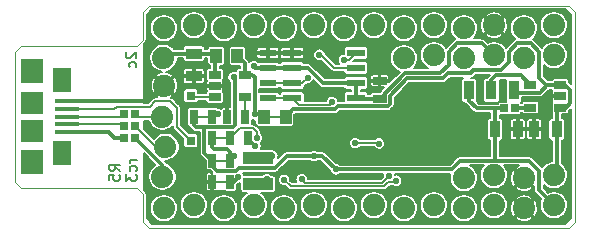
<source format=gbl>
G04 (created by PCBNEW (2013-07-14 BZR 4242)-stable) date Thu 29 Aug 2013 05:09:22 PM CEST*
%MOIN*%
G04 Gerber Fmt 3.4, Leading zero omitted, Abs format*
%FSLAX34Y34*%
G01*
G70*
G90*
G04 APERTURE LIST*
%ADD10C,0.005906*%
%ADD11C,0.003900*%
%ADD12C,0.003921*%
%ADD13C,0.005900*%
%ADD14C,0.074000*%
%ADD15R,0.039400X0.045000*%
%ADD16R,0.035000X0.063000*%
%ADD17R,0.039400X0.025600*%
%ADD18R,0.030000X0.030000*%
%ADD19R,0.098400X0.039300*%
%ADD20C,0.134000*%
%ADD21R,0.078700X0.015700*%
%ADD22R,0.074800X0.082700*%
%ADD23R,0.063000X0.082700*%
%ADD24R,0.074800X0.074800*%
%ADD25R,0.025000X0.025000*%
%ADD26R,0.063000X0.024000*%
%ADD27R,0.058300X0.023000*%
%ADD28R,0.025000X0.045000*%
%ADD29R,0.055000X0.035000*%
%ADD30R,0.045000X0.025000*%
%ADD31R,0.035000X0.055000*%
%ADD32C,0.021700*%
%ADD33C,0.011800*%
%ADD34C,0.006000*%
G04 APERTURE END LIST*
G54D10*
G54D11*
X15300Y-17430D02*
X15300Y-16500D01*
X15300Y-22574D02*
X15300Y-23500D01*
X29500Y-23700D02*
X15500Y-23700D01*
X29700Y-16500D02*
X29700Y-23500D01*
X15500Y-16300D02*
X29500Y-16300D01*
X11223Y-17630D02*
X15100Y-17630D01*
X11223Y-22374D02*
X15100Y-22374D01*
X11023Y-17830D02*
X11023Y-22174D01*
G54D12*
X11223Y-22374D02*
X11023Y-22174D01*
X15300Y-22574D02*
X15100Y-22374D01*
X15500Y-23700D02*
X15300Y-23500D01*
X29700Y-23500D02*
X29500Y-23700D01*
X29500Y-16300D02*
X29700Y-16500D01*
X15300Y-16500D02*
X15500Y-16300D01*
X15100Y-17630D02*
X15300Y-17430D01*
G54D11*
X11223Y-17630D02*
X11023Y-17830D01*
G54D13*
X14764Y-17847D02*
X14748Y-17864D01*
X14731Y-17897D01*
X14731Y-17982D01*
X14748Y-18015D01*
X14764Y-18032D01*
X14798Y-18049D01*
X14832Y-18049D01*
X14882Y-18032D01*
X15085Y-17830D01*
X15085Y-18049D01*
X15068Y-18352D02*
X15085Y-18319D01*
X15085Y-18251D01*
X15068Y-18218D01*
X15051Y-18201D01*
X15017Y-18184D01*
X14916Y-18184D01*
X14882Y-18201D01*
X14866Y-18218D01*
X14849Y-18251D01*
X14849Y-18319D01*
X14866Y-18352D01*
X14535Y-21795D02*
X14366Y-21677D01*
X14535Y-21593D02*
X14181Y-21593D01*
X14181Y-21728D01*
X14198Y-21761D01*
X14214Y-21778D01*
X14248Y-21795D01*
X14299Y-21795D01*
X14332Y-21778D01*
X14349Y-21761D01*
X14366Y-21728D01*
X14366Y-21593D01*
X14181Y-22115D02*
X14181Y-21947D01*
X14349Y-21930D01*
X14332Y-21947D01*
X14316Y-21980D01*
X14316Y-22065D01*
X14332Y-22098D01*
X14349Y-22115D01*
X14383Y-22132D01*
X14467Y-22132D01*
X14501Y-22115D01*
X14518Y-22098D01*
X14535Y-22065D01*
X14535Y-21980D01*
X14518Y-21947D01*
X14501Y-21930D01*
X15089Y-21424D02*
X14853Y-21424D01*
X14921Y-21424D02*
X14887Y-21441D01*
X14870Y-21458D01*
X14853Y-21491D01*
X14853Y-21525D01*
X15072Y-21795D02*
X15089Y-21761D01*
X15089Y-21694D01*
X15072Y-21660D01*
X15056Y-21643D01*
X15022Y-21626D01*
X14921Y-21626D01*
X14887Y-21643D01*
X14870Y-21660D01*
X14853Y-21694D01*
X14853Y-21761D01*
X14870Y-21795D01*
X14735Y-21913D02*
X14735Y-22132D01*
X14870Y-22014D01*
X14870Y-22065D01*
X14887Y-22098D01*
X14904Y-22115D01*
X14938Y-22132D01*
X15022Y-22132D01*
X15056Y-22115D01*
X15072Y-22098D01*
X15089Y-22065D01*
X15089Y-21964D01*
X15072Y-21930D01*
X15056Y-21913D01*
X19975Y-20000D02*
X19425Y-20000D01*
X18110Y-22165D02*
X17716Y-22165D01*
X18110Y-21456D02*
X17716Y-21456D01*
X18097Y-20700D02*
X17703Y-20700D01*
X17103Y-20000D02*
X17497Y-20000D01*
G54D14*
X24000Y-18050D03*
X25000Y-17950D03*
X26000Y-18050D03*
X27000Y-17950D03*
X28000Y-18050D03*
X29000Y-17950D03*
G54D15*
X18449Y-17965D03*
X17741Y-17965D03*
G54D16*
X27668Y-19117D03*
X26918Y-19117D03*
X26168Y-19117D03*
G54D14*
X26000Y-22050D03*
X27000Y-21950D03*
X28000Y-22050D03*
X29000Y-21950D03*
G54D17*
X17695Y-19340D03*
X17695Y-18590D03*
X18695Y-19340D03*
X17695Y-18965D03*
X18695Y-18590D03*
G54D18*
X16900Y-19300D03*
G54D19*
X19143Y-22244D03*
X19143Y-21378D03*
G54D20*
X25160Y-20420D03*
G54D21*
X12755Y-20000D03*
X12755Y-20255D03*
X12755Y-19489D03*
G54D22*
X11594Y-21516D03*
X11594Y-18484D03*
G54D21*
X12755Y-19745D03*
X12755Y-20511D03*
G54D23*
X12598Y-21220D03*
X12598Y-18780D03*
G54D24*
X11594Y-20472D03*
X11594Y-19528D03*
G54D14*
X16000Y-17050D03*
X17000Y-16950D03*
X18000Y-17050D03*
X19000Y-16950D03*
X20000Y-17050D03*
X21000Y-16950D03*
X22000Y-17050D03*
X23000Y-16950D03*
X24000Y-17050D03*
X25000Y-16950D03*
X26000Y-17050D03*
X27000Y-16950D03*
X28000Y-17050D03*
X29000Y-16950D03*
X16000Y-23050D03*
X17000Y-22950D03*
X18000Y-23050D03*
X19000Y-22950D03*
X20000Y-23050D03*
X21000Y-22950D03*
X22000Y-23050D03*
X23000Y-22950D03*
X24000Y-23050D03*
X25000Y-22950D03*
X26000Y-23050D03*
X27000Y-22950D03*
X28000Y-23050D03*
X29000Y-22950D03*
G54D25*
X14683Y-19890D03*
X15037Y-19890D03*
X14683Y-20690D03*
X15037Y-20690D03*
G54D26*
X20275Y-19372D03*
X20275Y-18872D03*
X20275Y-18372D03*
X20275Y-17872D03*
X22401Y-17872D03*
X22401Y-18372D03*
X22401Y-18872D03*
X22401Y-19372D03*
G54D27*
X19464Y-19372D03*
X19464Y-18872D03*
X19464Y-18372D03*
X19464Y-17872D03*
G54D28*
X18700Y-20000D03*
X18100Y-20000D03*
G54D29*
X16995Y-17890D03*
X16995Y-18640D03*
G54D30*
X23188Y-19394D03*
X23188Y-18794D03*
G54D15*
X20054Y-20000D03*
X19346Y-20000D03*
G54D25*
X14683Y-20290D03*
X15037Y-20290D03*
G54D14*
X15950Y-22000D03*
X16050Y-21000D03*
X15950Y-20000D03*
X16015Y-18960D03*
X15985Y-18040D03*
G54D31*
X29093Y-20417D03*
X28343Y-20417D03*
X27043Y-20417D03*
X27793Y-20417D03*
G54D25*
X27695Y-19717D03*
X27341Y-19717D03*
G54D28*
X17613Y-22165D03*
X18213Y-22165D03*
X17613Y-21456D03*
X18213Y-21456D03*
X17600Y-20700D03*
X18200Y-20700D03*
X18200Y-20700D03*
X18800Y-20700D03*
G54D17*
X29218Y-18942D03*
X29218Y-19692D03*
X28218Y-18942D03*
X29218Y-19317D03*
X28218Y-19692D03*
G54D18*
X16900Y-20800D03*
G54D28*
X17600Y-20000D03*
X17000Y-20000D03*
G54D32*
X19020Y-19920D03*
X22002Y-18101D03*
X21604Y-19507D03*
X21185Y-17928D03*
X20787Y-18700D03*
X23740Y-22130D03*
X20009Y-22106D03*
X20590Y-22086D03*
X23500Y-21980D03*
X17800Y-19920D03*
X23160Y-20890D03*
X22380Y-20880D03*
X19100Y-20690D03*
X19420Y-22080D03*
X19610Y-21310D03*
X18320Y-18680D03*
X18986Y-18316D03*
X20990Y-21310D03*
X21722Y-21751D03*
X18340Y-21300D03*
X22190Y-21990D03*
X23080Y-18320D03*
X26535Y-19133D03*
X27420Y-20090D03*
X27293Y-19143D03*
X28720Y-19980D03*
X21260Y-20620D03*
X21110Y-19100D03*
X22750Y-19950D03*
X17520Y-22610D03*
X18480Y-22010D03*
X19050Y-20980D03*
G54D33*
X19020Y-19920D02*
X19020Y-18680D01*
X18930Y-18590D02*
X18695Y-18590D01*
X19020Y-18680D02*
X18930Y-18590D01*
X19266Y-19920D02*
X19346Y-20000D01*
X19020Y-19920D02*
X19266Y-19920D01*
X18449Y-17965D02*
X18695Y-18211D01*
X18695Y-18211D02*
X18695Y-18590D01*
X15037Y-20690D02*
X15950Y-21603D01*
X15950Y-21603D02*
X15950Y-22000D01*
G54D34*
X22401Y-17872D02*
X22172Y-18101D01*
X22172Y-18101D02*
X22002Y-18101D01*
X21604Y-19507D02*
X21521Y-19590D01*
X20494Y-19590D02*
X20275Y-19372D01*
X21521Y-19590D02*
X20494Y-19590D01*
X19464Y-19372D02*
X20275Y-19372D01*
X21673Y-18372D02*
X22401Y-18372D01*
X21229Y-17928D02*
X21673Y-18372D01*
X21185Y-17928D02*
X21229Y-17928D01*
X20616Y-18872D02*
X20275Y-18872D01*
X20787Y-18700D02*
X20616Y-18872D01*
X19464Y-18872D02*
X20275Y-18872D01*
X20219Y-22316D02*
X23333Y-22316D01*
X23690Y-22180D02*
X23740Y-22130D01*
X23469Y-22180D02*
X23690Y-22180D01*
X23333Y-22316D02*
X23469Y-22180D01*
X20009Y-22106D02*
X20219Y-22316D01*
X20699Y-22195D02*
X23284Y-22195D01*
X20590Y-22086D02*
X20699Y-22195D01*
X23284Y-22195D02*
X23500Y-21980D01*
G54D33*
X17600Y-20000D02*
X17680Y-19920D01*
X17680Y-19920D02*
X17800Y-19920D01*
G54D34*
X15147Y-20000D02*
X15950Y-20000D01*
X15037Y-19890D02*
X15147Y-20000D01*
X15747Y-21000D02*
X16050Y-21000D01*
X15037Y-20290D02*
X15747Y-21000D01*
G54D33*
X16995Y-17890D02*
X16134Y-17890D01*
X16134Y-17890D02*
X15985Y-18040D01*
X16995Y-17890D02*
X17666Y-17890D01*
X17695Y-18011D02*
X17741Y-17965D01*
X17695Y-18590D02*
X17695Y-18011D01*
X17666Y-17890D02*
X17741Y-17965D01*
X28503Y-17824D02*
X28503Y-18720D01*
X28768Y-18942D02*
X28725Y-18942D01*
X25468Y-18543D02*
X26220Y-18543D01*
X27224Y-18444D02*
X27500Y-18169D01*
X26318Y-18444D02*
X27224Y-18444D01*
X26220Y-18543D02*
X26318Y-18444D01*
X23536Y-19298D02*
X24113Y-18721D01*
X24113Y-18721D02*
X25290Y-18721D01*
X25290Y-18721D02*
X25468Y-18543D01*
X23470Y-19640D02*
X23536Y-19573D01*
X21800Y-19640D02*
X23470Y-19640D01*
X21700Y-19740D02*
X21800Y-19640D01*
X20314Y-19740D02*
X21700Y-19740D01*
X20314Y-19740D02*
X20054Y-20000D01*
X23536Y-19573D02*
X23536Y-19298D01*
X27500Y-18169D02*
X27500Y-17824D01*
X27500Y-17824D02*
X27775Y-17549D01*
X27775Y-17549D02*
X28228Y-17549D01*
X28228Y-17549D02*
X28503Y-17824D01*
X28503Y-18720D02*
X28725Y-18942D01*
X27668Y-19117D02*
X27740Y-19190D01*
X28768Y-18942D02*
X29218Y-18942D01*
X28520Y-19190D02*
X28768Y-18942D01*
X27740Y-19190D02*
X28520Y-19190D01*
X29218Y-18942D02*
X29383Y-18942D01*
X29398Y-19692D02*
X29540Y-19550D01*
X29398Y-19692D02*
X29218Y-19692D01*
X29540Y-19100D02*
X29540Y-19550D01*
X29383Y-18942D02*
X29540Y-19100D01*
X29000Y-21950D02*
X29132Y-21817D01*
X29093Y-21817D02*
X29093Y-20417D01*
X29093Y-20417D02*
X29093Y-19817D01*
X29093Y-19817D02*
X29218Y-19692D01*
G54D34*
X17695Y-19340D02*
X16940Y-19340D01*
X16940Y-19340D02*
X16900Y-19300D01*
X18700Y-20000D02*
X18695Y-19995D01*
X18695Y-19995D02*
X18695Y-19340D01*
G54D33*
X28218Y-19692D02*
X27720Y-19692D01*
X27720Y-19692D02*
X27695Y-19717D01*
X26918Y-19117D02*
X26918Y-18770D01*
X27898Y-18622D02*
X28218Y-18942D01*
X27066Y-18622D02*
X27898Y-18622D01*
X26918Y-18770D02*
X27066Y-18622D01*
G54D34*
X22380Y-20880D02*
X23150Y-20880D01*
X23150Y-20880D02*
X23160Y-20890D01*
X18520Y-20380D02*
X18200Y-20700D01*
X18970Y-20380D02*
X18520Y-20380D01*
X19100Y-20510D02*
X18970Y-20380D01*
X19100Y-20690D02*
X19100Y-20510D01*
X19143Y-22244D02*
X19255Y-22244D01*
X19255Y-22244D02*
X19420Y-22080D01*
X19420Y-22080D02*
X19400Y-22100D01*
X19541Y-21378D02*
X19143Y-21378D01*
X19610Y-21310D02*
X19541Y-21378D01*
X12755Y-20000D02*
X14573Y-20000D01*
X14573Y-20000D02*
X14683Y-19890D01*
G54D33*
X12755Y-20511D02*
X14152Y-20511D01*
X14331Y-20690D02*
X14683Y-20690D01*
X14152Y-20511D02*
X14331Y-20690D01*
G54D34*
X12755Y-20255D02*
X14648Y-20255D01*
X14648Y-20255D02*
X14683Y-20290D01*
X12755Y-19745D02*
X14349Y-19745D01*
X14349Y-19745D02*
X14434Y-19660D01*
X16210Y-19480D02*
X16432Y-19702D01*
X15710Y-19480D02*
X16210Y-19480D01*
X14434Y-19660D02*
X15530Y-19660D01*
X15530Y-19660D02*
X15710Y-19480D01*
X16432Y-20332D02*
X16900Y-20800D01*
X16432Y-19702D02*
X16432Y-20332D01*
G54D33*
X27043Y-20417D02*
X27043Y-21460D01*
X23188Y-19394D02*
X24040Y-18543D01*
X26599Y-17549D02*
X27000Y-17950D01*
X25777Y-17549D02*
X26599Y-17549D01*
X25501Y-17824D02*
X25777Y-17549D01*
X25501Y-18257D02*
X25501Y-17824D01*
X25216Y-18543D02*
X25501Y-18257D01*
X24040Y-18543D02*
X25216Y-18543D01*
X17350Y-21193D02*
X17350Y-20350D01*
X17613Y-21456D02*
X17350Y-21193D01*
X17360Y-20360D02*
X17360Y-20350D01*
X17350Y-20350D02*
X17360Y-20360D01*
X17070Y-20350D02*
X17360Y-20350D01*
X17360Y-20350D02*
X18290Y-20350D01*
X18290Y-20350D02*
X18370Y-20270D01*
X18370Y-20270D02*
X18370Y-18730D01*
X18370Y-18730D02*
X18320Y-18680D01*
X17000Y-20000D02*
X17000Y-20280D01*
X17000Y-20280D02*
X17070Y-20350D01*
X28500Y-21800D02*
X28160Y-21460D01*
X29000Y-22950D02*
X28500Y-22450D01*
X28500Y-22450D02*
X28500Y-21800D01*
X28160Y-21460D02*
X27043Y-21460D01*
X27043Y-21460D02*
X25880Y-21460D01*
X25880Y-21460D02*
X25588Y-21751D01*
X25588Y-21751D02*
X21722Y-21751D01*
X19041Y-18372D02*
X18986Y-18316D01*
X22401Y-18872D02*
X21292Y-18872D01*
X20792Y-18372D02*
X20275Y-18372D01*
X21292Y-18872D02*
X20792Y-18372D01*
X26168Y-19117D02*
X26168Y-19457D01*
X26428Y-19717D02*
X27341Y-19717D01*
X26168Y-19457D02*
X26428Y-19717D01*
X18490Y-21700D02*
X18388Y-21801D01*
X20090Y-21310D02*
X20990Y-21310D01*
X18388Y-21801D02*
X17775Y-21801D01*
X17613Y-21456D02*
X17613Y-21638D01*
X17613Y-21638D02*
X17775Y-21801D01*
X19700Y-21700D02*
X18490Y-21700D01*
X20090Y-21310D02*
X19700Y-21700D01*
X21722Y-21751D02*
X21280Y-21310D01*
X21280Y-21310D02*
X20990Y-21310D01*
X27043Y-20417D02*
X27073Y-20417D01*
X19464Y-18372D02*
X19041Y-18372D01*
X22401Y-19372D02*
X22424Y-19394D01*
X22424Y-19394D02*
X23188Y-19394D01*
X22401Y-18872D02*
X22401Y-19372D01*
X19464Y-18372D02*
X20275Y-18372D01*
X27043Y-20417D02*
X27035Y-20410D01*
X27035Y-20410D02*
X27035Y-19717D01*
X27035Y-19717D02*
X27341Y-19717D01*
X18340Y-21300D02*
X18340Y-21330D01*
X18213Y-21456D02*
X18340Y-21330D01*
X18213Y-21456D02*
X18213Y-21187D01*
X17600Y-21000D02*
X17600Y-20700D01*
X17680Y-21080D02*
X17600Y-21000D01*
X18106Y-21080D02*
X17680Y-21080D01*
X18213Y-21187D02*
X18106Y-21080D01*
X12755Y-19489D02*
X15486Y-19489D01*
X15486Y-19489D02*
X16015Y-18960D01*
G54D34*
X23188Y-18794D02*
X23188Y-18428D01*
X23188Y-18428D02*
X23080Y-18320D01*
X27793Y-20417D02*
X27488Y-20417D01*
X27420Y-20350D02*
X27420Y-20090D01*
X27488Y-20417D02*
X27420Y-20350D01*
X28343Y-20417D02*
X28663Y-20417D01*
X28720Y-20360D02*
X28720Y-19980D01*
X28663Y-20417D02*
X28720Y-20360D01*
X17613Y-22165D02*
X17613Y-21883D01*
X17613Y-21883D02*
X17550Y-21820D01*
X17613Y-22165D02*
X17613Y-22516D01*
X17613Y-22516D02*
X17520Y-22610D01*
G54D33*
X18213Y-22165D02*
X18334Y-22165D01*
X18334Y-22165D02*
X18480Y-22020D01*
X18480Y-22020D02*
X18480Y-22010D01*
X18800Y-20700D02*
X18800Y-20730D01*
X18800Y-20730D02*
X19050Y-20980D01*
G54D10*
G36*
X22242Y-19151D02*
X22076Y-19151D01*
X22057Y-19155D01*
X22038Y-19162D01*
X22022Y-19173D01*
X22008Y-19187D01*
X21997Y-19204D01*
X21989Y-19222D01*
X21986Y-19242D01*
X21986Y-19261D01*
X21986Y-19480D01*
X21811Y-19480D01*
X21805Y-19447D01*
X21789Y-19409D01*
X21767Y-19375D01*
X21738Y-19346D01*
X21704Y-19323D01*
X21666Y-19307D01*
X21626Y-19299D01*
X21585Y-19298D01*
X21545Y-19306D01*
X21507Y-19321D01*
X21472Y-19344D01*
X21443Y-19372D01*
X21420Y-19406D01*
X21404Y-19444D01*
X21400Y-19460D01*
X20691Y-19460D01*
X20691Y-19242D01*
X20687Y-19222D01*
X20679Y-19204D01*
X20668Y-19187D01*
X20654Y-19173D01*
X20638Y-19162D01*
X20619Y-19155D01*
X20600Y-19151D01*
X20580Y-19151D01*
X19950Y-19151D01*
X19931Y-19155D01*
X19912Y-19162D01*
X19896Y-19173D01*
X19882Y-19187D01*
X19871Y-19204D01*
X19863Y-19222D01*
X19860Y-19241D01*
X19855Y-19241D01*
X19852Y-19227D01*
X19845Y-19209D01*
X19834Y-19192D01*
X19820Y-19178D01*
X19803Y-19167D01*
X19785Y-19160D01*
X19765Y-19156D01*
X19746Y-19156D01*
X19179Y-19156D01*
X19179Y-19087D01*
X19182Y-19087D01*
X19765Y-19087D01*
X19785Y-19083D01*
X19803Y-19076D01*
X19820Y-19065D01*
X19834Y-19051D01*
X19845Y-19034D01*
X19852Y-19016D01*
X19855Y-19002D01*
X19860Y-19002D01*
X19863Y-19021D01*
X19871Y-19039D01*
X19882Y-19056D01*
X19896Y-19070D01*
X19912Y-19081D01*
X19931Y-19088D01*
X19950Y-19092D01*
X19970Y-19092D01*
X20600Y-19092D01*
X20619Y-19088D01*
X20638Y-19081D01*
X20654Y-19070D01*
X20668Y-19056D01*
X20679Y-19039D01*
X20687Y-19021D01*
X20691Y-19001D01*
X20691Y-18982D01*
X20691Y-18978D01*
X20697Y-18973D01*
X20707Y-18965D01*
X20708Y-18964D01*
X20708Y-18964D01*
X20708Y-18964D01*
X20708Y-18964D01*
X20763Y-18909D01*
X20803Y-18910D01*
X20843Y-18903D01*
X20882Y-18888D01*
X20916Y-18866D01*
X20946Y-18838D01*
X20970Y-18804D01*
X20978Y-18784D01*
X21179Y-18984D01*
X21190Y-18994D01*
X21201Y-19003D01*
X21202Y-19004D01*
X21203Y-19004D01*
X21216Y-19011D01*
X21229Y-19018D01*
X21230Y-19018D01*
X21230Y-19019D01*
X21244Y-19023D01*
X21258Y-19028D01*
X21259Y-19028D01*
X21260Y-19028D01*
X21275Y-19029D01*
X21289Y-19031D01*
X21291Y-19031D01*
X21291Y-19031D01*
X21291Y-19031D01*
X21292Y-19031D01*
X21994Y-19031D01*
X21997Y-19039D01*
X22008Y-19056D01*
X22022Y-19070D01*
X22038Y-19081D01*
X22057Y-19088D01*
X22076Y-19092D01*
X22096Y-19092D01*
X22242Y-19092D01*
X22242Y-19151D01*
X22242Y-19151D01*
G37*
G54D13*
X22242Y-19151D02*
X22076Y-19151D01*
X22057Y-19155D01*
X22038Y-19162D01*
X22022Y-19173D01*
X22008Y-19187D01*
X21997Y-19204D01*
X21989Y-19222D01*
X21986Y-19242D01*
X21986Y-19261D01*
X21986Y-19480D01*
X21811Y-19480D01*
X21805Y-19447D01*
X21789Y-19409D01*
X21767Y-19375D01*
X21738Y-19346D01*
X21704Y-19323D01*
X21666Y-19307D01*
X21626Y-19299D01*
X21585Y-19298D01*
X21545Y-19306D01*
X21507Y-19321D01*
X21472Y-19344D01*
X21443Y-19372D01*
X21420Y-19406D01*
X21404Y-19444D01*
X21400Y-19460D01*
X20691Y-19460D01*
X20691Y-19242D01*
X20687Y-19222D01*
X20679Y-19204D01*
X20668Y-19187D01*
X20654Y-19173D01*
X20638Y-19162D01*
X20619Y-19155D01*
X20600Y-19151D01*
X20580Y-19151D01*
X19950Y-19151D01*
X19931Y-19155D01*
X19912Y-19162D01*
X19896Y-19173D01*
X19882Y-19187D01*
X19871Y-19204D01*
X19863Y-19222D01*
X19860Y-19241D01*
X19855Y-19241D01*
X19852Y-19227D01*
X19845Y-19209D01*
X19834Y-19192D01*
X19820Y-19178D01*
X19803Y-19167D01*
X19785Y-19160D01*
X19765Y-19156D01*
X19746Y-19156D01*
X19179Y-19156D01*
X19179Y-19087D01*
X19182Y-19087D01*
X19765Y-19087D01*
X19785Y-19083D01*
X19803Y-19076D01*
X19820Y-19065D01*
X19834Y-19051D01*
X19845Y-19034D01*
X19852Y-19016D01*
X19855Y-19002D01*
X19860Y-19002D01*
X19863Y-19021D01*
X19871Y-19039D01*
X19882Y-19056D01*
X19896Y-19070D01*
X19912Y-19081D01*
X19931Y-19088D01*
X19950Y-19092D01*
X19970Y-19092D01*
X20600Y-19092D01*
X20619Y-19088D01*
X20638Y-19081D01*
X20654Y-19070D01*
X20668Y-19056D01*
X20679Y-19039D01*
X20687Y-19021D01*
X20691Y-19001D01*
X20691Y-18982D01*
X20691Y-18978D01*
X20697Y-18973D01*
X20707Y-18965D01*
X20708Y-18964D01*
X20708Y-18964D01*
X20708Y-18964D01*
X20708Y-18964D01*
X20763Y-18909D01*
X20803Y-18910D01*
X20843Y-18903D01*
X20882Y-18888D01*
X20916Y-18866D01*
X20946Y-18838D01*
X20970Y-18804D01*
X20978Y-18784D01*
X21179Y-18984D01*
X21190Y-18994D01*
X21201Y-19003D01*
X21202Y-19004D01*
X21203Y-19004D01*
X21216Y-19011D01*
X21229Y-19018D01*
X21230Y-19018D01*
X21230Y-19019D01*
X21244Y-19023D01*
X21258Y-19028D01*
X21259Y-19028D01*
X21260Y-19028D01*
X21275Y-19029D01*
X21289Y-19031D01*
X21291Y-19031D01*
X21291Y-19031D01*
X21291Y-19031D01*
X21292Y-19031D01*
X21994Y-19031D01*
X21997Y-19039D01*
X22008Y-19056D01*
X22022Y-19070D01*
X22038Y-19081D01*
X22057Y-19088D01*
X22076Y-19092D01*
X22096Y-19092D01*
X22242Y-19092D01*
X22242Y-19151D01*
G54D10*
G36*
X26883Y-21300D02*
X25880Y-21300D01*
X25865Y-21301D01*
X25850Y-21303D01*
X25849Y-21303D01*
X25849Y-21303D01*
X25834Y-21307D01*
X25820Y-21311D01*
X25820Y-21312D01*
X25819Y-21312D01*
X25806Y-21319D01*
X25793Y-21326D01*
X25792Y-21326D01*
X25791Y-21327D01*
X25780Y-21336D01*
X25768Y-21345D01*
X25767Y-21346D01*
X25767Y-21346D01*
X25767Y-21346D01*
X25767Y-21347D01*
X25521Y-21592D01*
X23369Y-21592D01*
X23369Y-20869D01*
X23361Y-20829D01*
X23345Y-20791D01*
X23322Y-20757D01*
X23293Y-20728D01*
X23259Y-20705D01*
X23222Y-20689D01*
X23181Y-20681D01*
X23140Y-20680D01*
X23100Y-20688D01*
X23062Y-20703D01*
X23028Y-20726D01*
X23004Y-20749D01*
X22544Y-20749D01*
X22542Y-20747D01*
X22513Y-20718D01*
X22479Y-20695D01*
X22442Y-20679D01*
X22401Y-20671D01*
X22360Y-20670D01*
X22320Y-20678D01*
X22282Y-20693D01*
X22248Y-20716D01*
X22219Y-20745D01*
X22195Y-20778D01*
X22179Y-20816D01*
X22171Y-20856D01*
X22170Y-20897D01*
X22178Y-20937D01*
X22193Y-20975D01*
X22215Y-21010D01*
X22243Y-21039D01*
X22277Y-21063D01*
X22315Y-21079D01*
X22355Y-21088D01*
X22396Y-21089D01*
X22436Y-21082D01*
X22474Y-21067D01*
X22509Y-21045D01*
X22538Y-21017D01*
X22543Y-21010D01*
X22989Y-21010D01*
X22995Y-21020D01*
X23023Y-21049D01*
X23057Y-21073D01*
X23095Y-21089D01*
X23135Y-21098D01*
X23176Y-21099D01*
X23216Y-21092D01*
X23254Y-21077D01*
X23289Y-21055D01*
X23318Y-21027D01*
X23342Y-20993D01*
X23359Y-20956D01*
X23368Y-20916D01*
X23369Y-20869D01*
X23369Y-21592D01*
X21858Y-21592D01*
X21856Y-21590D01*
X21822Y-21567D01*
X21784Y-21551D01*
X21744Y-21543D01*
X21739Y-21543D01*
X21393Y-21197D01*
X21381Y-21187D01*
X21370Y-21178D01*
X21369Y-21177D01*
X21369Y-21177D01*
X21356Y-21170D01*
X21343Y-21163D01*
X21342Y-21163D01*
X21341Y-21162D01*
X21327Y-21158D01*
X21313Y-21153D01*
X21312Y-21153D01*
X21311Y-21153D01*
X21297Y-21152D01*
X21282Y-21150D01*
X21281Y-21150D01*
X21281Y-21150D01*
X21281Y-21150D01*
X21280Y-21150D01*
X21126Y-21150D01*
X21123Y-21148D01*
X21089Y-21125D01*
X21052Y-21109D01*
X21011Y-21101D01*
X20970Y-21100D01*
X20930Y-21108D01*
X20892Y-21123D01*
X20858Y-21146D01*
X20854Y-21150D01*
X20351Y-21150D01*
X20090Y-21150D01*
X20075Y-21151D01*
X20060Y-21153D01*
X20059Y-21153D01*
X20059Y-21153D01*
X20044Y-21157D01*
X20030Y-21161D01*
X20030Y-21162D01*
X20029Y-21162D01*
X20016Y-21169D01*
X20003Y-21176D01*
X20002Y-21176D01*
X20001Y-21177D01*
X19990Y-21186D01*
X19978Y-21195D01*
X19977Y-21196D01*
X19977Y-21196D01*
X19977Y-21196D01*
X19977Y-21197D01*
X19812Y-21361D01*
X19818Y-21336D01*
X19819Y-21289D01*
X19811Y-21249D01*
X19795Y-21211D01*
X19772Y-21177D01*
X19743Y-21148D01*
X19725Y-21135D01*
X19724Y-21133D01*
X19713Y-21117D01*
X19699Y-21103D01*
X19683Y-21092D01*
X19665Y-21084D01*
X19645Y-21081D01*
X19625Y-21081D01*
X19233Y-21081D01*
X19249Y-21046D01*
X19258Y-21006D01*
X19259Y-20959D01*
X19251Y-20919D01*
X19235Y-20881D01*
X19221Y-20860D01*
X19229Y-20855D01*
X19258Y-20827D01*
X19282Y-20793D01*
X19299Y-20756D01*
X19308Y-20716D01*
X19309Y-20669D01*
X19301Y-20629D01*
X19285Y-20591D01*
X19262Y-20557D01*
X19233Y-20528D01*
X19230Y-20525D01*
X19230Y-20510D01*
X19229Y-20497D01*
X19228Y-20485D01*
X19228Y-20485D01*
X19228Y-20484D01*
X19224Y-20473D01*
X19221Y-20461D01*
X19220Y-20460D01*
X19220Y-20460D01*
X19215Y-20449D01*
X19209Y-20438D01*
X19209Y-20438D01*
X19208Y-20437D01*
X19201Y-20428D01*
X19193Y-20419D01*
X19192Y-20418D01*
X19192Y-20418D01*
X19192Y-20418D01*
X19192Y-20417D01*
X19062Y-20287D01*
X19052Y-20280D01*
X19043Y-20272D01*
X19043Y-20271D01*
X19042Y-20271D01*
X19031Y-20265D01*
X19021Y-20260D01*
X19020Y-20259D01*
X19020Y-20259D01*
X19008Y-20256D01*
X18997Y-20252D01*
X18996Y-20252D01*
X18995Y-20252D01*
X18983Y-20250D01*
X18971Y-20249D01*
X18970Y-20249D01*
X18970Y-20249D01*
X18970Y-20249D01*
X18970Y-20249D01*
X18922Y-20249D01*
X18925Y-20234D01*
X18925Y-20215D01*
X18925Y-20106D01*
X18955Y-20119D01*
X18995Y-20128D01*
X19036Y-20129D01*
X19048Y-20127D01*
X19048Y-20234D01*
X19052Y-20254D01*
X19059Y-20272D01*
X19070Y-20289D01*
X19084Y-20303D01*
X19101Y-20314D01*
X19119Y-20321D01*
X19139Y-20325D01*
X19158Y-20325D01*
X19363Y-20325D01*
X19367Y-20329D01*
X20032Y-20329D01*
X20036Y-20325D01*
X20260Y-20325D01*
X20280Y-20321D01*
X20298Y-20314D01*
X20315Y-20303D01*
X20329Y-20289D01*
X20340Y-20272D01*
X20347Y-20254D01*
X20351Y-20234D01*
X20351Y-20215D01*
X20351Y-20010D01*
X20351Y-20010D01*
X20351Y-20009D01*
X20351Y-19928D01*
X20380Y-19899D01*
X21700Y-19899D01*
X21714Y-19898D01*
X21729Y-19896D01*
X21730Y-19896D01*
X21730Y-19896D01*
X21745Y-19892D01*
X21759Y-19888D01*
X21759Y-19887D01*
X21760Y-19887D01*
X21773Y-19880D01*
X21786Y-19873D01*
X21787Y-19873D01*
X21788Y-19872D01*
X21799Y-19863D01*
X21811Y-19854D01*
X21812Y-19853D01*
X21812Y-19853D01*
X21812Y-19853D01*
X21812Y-19852D01*
X21866Y-19799D01*
X23470Y-19799D01*
X23484Y-19798D01*
X23499Y-19796D01*
X23500Y-19796D01*
X23500Y-19796D01*
X23515Y-19792D01*
X23529Y-19788D01*
X23529Y-19787D01*
X23530Y-19787D01*
X23543Y-19780D01*
X23556Y-19773D01*
X23557Y-19773D01*
X23558Y-19772D01*
X23569Y-19763D01*
X23581Y-19754D01*
X23582Y-19753D01*
X23582Y-19753D01*
X23582Y-19753D01*
X23582Y-19752D01*
X23649Y-19685D01*
X23659Y-19674D01*
X23668Y-19663D01*
X23668Y-19662D01*
X23669Y-19661D01*
X23676Y-19648D01*
X23683Y-19635D01*
X23683Y-19635D01*
X23684Y-19634D01*
X23688Y-19620D01*
X23692Y-19606D01*
X23692Y-19605D01*
X23693Y-19604D01*
X23694Y-19589D01*
X23696Y-19575D01*
X23696Y-19573D01*
X23696Y-19573D01*
X23696Y-19573D01*
X23696Y-19573D01*
X23696Y-19364D01*
X24179Y-18880D01*
X25290Y-18880D01*
X25304Y-18879D01*
X25319Y-18878D01*
X25320Y-18877D01*
X25321Y-18877D01*
X25335Y-18873D01*
X25349Y-18869D01*
X25350Y-18869D01*
X25351Y-18868D01*
X25364Y-18861D01*
X25377Y-18855D01*
X25377Y-18854D01*
X25378Y-18854D01*
X25389Y-18844D01*
X25401Y-18835D01*
X25402Y-18834D01*
X25402Y-18834D01*
X25402Y-18834D01*
X25403Y-18834D01*
X25534Y-18702D01*
X25978Y-18702D01*
X25963Y-18705D01*
X25945Y-18713D01*
X25928Y-18724D01*
X25914Y-18738D01*
X25903Y-18754D01*
X25896Y-18773D01*
X25892Y-18792D01*
X25892Y-18812D01*
X25892Y-19442D01*
X25896Y-19461D01*
X25903Y-19480D01*
X25914Y-19496D01*
X25928Y-19510D01*
X25945Y-19521D01*
X25963Y-19529D01*
X25983Y-19532D01*
X26002Y-19532D01*
X26028Y-19532D01*
X26034Y-19544D01*
X26034Y-19544D01*
X26035Y-19545D01*
X26044Y-19557D01*
X26053Y-19568D01*
X26054Y-19569D01*
X26054Y-19569D01*
X26054Y-19569D01*
X26055Y-19570D01*
X26315Y-19830D01*
X26326Y-19839D01*
X26337Y-19849D01*
X26338Y-19849D01*
X26339Y-19849D01*
X26352Y-19856D01*
X26365Y-19864D01*
X26365Y-19864D01*
X26366Y-19864D01*
X26380Y-19868D01*
X26394Y-19873D01*
X26395Y-19873D01*
X26396Y-19873D01*
X26411Y-19875D01*
X26425Y-19876D01*
X26427Y-19876D01*
X26427Y-19876D01*
X26427Y-19876D01*
X26428Y-19876D01*
X26876Y-19876D01*
X26876Y-20041D01*
X26858Y-20041D01*
X26838Y-20045D01*
X26820Y-20053D01*
X26803Y-20064D01*
X26789Y-20078D01*
X26778Y-20094D01*
X26771Y-20113D01*
X26767Y-20132D01*
X26767Y-20152D01*
X26767Y-20702D01*
X26771Y-20721D01*
X26778Y-20740D01*
X26789Y-20756D01*
X26803Y-20770D01*
X26820Y-20781D01*
X26838Y-20789D01*
X26858Y-20792D01*
X26877Y-20792D01*
X26883Y-20792D01*
X26883Y-21300D01*
X26883Y-21300D01*
G37*
G54D13*
X26883Y-21300D02*
X25880Y-21300D01*
X25865Y-21301D01*
X25850Y-21303D01*
X25849Y-21303D01*
X25849Y-21303D01*
X25834Y-21307D01*
X25820Y-21311D01*
X25820Y-21312D01*
X25819Y-21312D01*
X25806Y-21319D01*
X25793Y-21326D01*
X25792Y-21326D01*
X25791Y-21327D01*
X25780Y-21336D01*
X25768Y-21345D01*
X25767Y-21346D01*
X25767Y-21346D01*
X25767Y-21346D01*
X25767Y-21347D01*
X25521Y-21592D01*
X23369Y-21592D01*
X23369Y-20869D01*
X23361Y-20829D01*
X23345Y-20791D01*
X23322Y-20757D01*
X23293Y-20728D01*
X23259Y-20705D01*
X23222Y-20689D01*
X23181Y-20681D01*
X23140Y-20680D01*
X23100Y-20688D01*
X23062Y-20703D01*
X23028Y-20726D01*
X23004Y-20749D01*
X22544Y-20749D01*
X22542Y-20747D01*
X22513Y-20718D01*
X22479Y-20695D01*
X22442Y-20679D01*
X22401Y-20671D01*
X22360Y-20670D01*
X22320Y-20678D01*
X22282Y-20693D01*
X22248Y-20716D01*
X22219Y-20745D01*
X22195Y-20778D01*
X22179Y-20816D01*
X22171Y-20856D01*
X22170Y-20897D01*
X22178Y-20937D01*
X22193Y-20975D01*
X22215Y-21010D01*
X22243Y-21039D01*
X22277Y-21063D01*
X22315Y-21079D01*
X22355Y-21088D01*
X22396Y-21089D01*
X22436Y-21082D01*
X22474Y-21067D01*
X22509Y-21045D01*
X22538Y-21017D01*
X22543Y-21010D01*
X22989Y-21010D01*
X22995Y-21020D01*
X23023Y-21049D01*
X23057Y-21073D01*
X23095Y-21089D01*
X23135Y-21098D01*
X23176Y-21099D01*
X23216Y-21092D01*
X23254Y-21077D01*
X23289Y-21055D01*
X23318Y-21027D01*
X23342Y-20993D01*
X23359Y-20956D01*
X23368Y-20916D01*
X23369Y-20869D01*
X23369Y-21592D01*
X21858Y-21592D01*
X21856Y-21590D01*
X21822Y-21567D01*
X21784Y-21551D01*
X21744Y-21543D01*
X21739Y-21543D01*
X21393Y-21197D01*
X21381Y-21187D01*
X21370Y-21178D01*
X21369Y-21177D01*
X21369Y-21177D01*
X21356Y-21170D01*
X21343Y-21163D01*
X21342Y-21163D01*
X21341Y-21162D01*
X21327Y-21158D01*
X21313Y-21153D01*
X21312Y-21153D01*
X21311Y-21153D01*
X21297Y-21152D01*
X21282Y-21150D01*
X21281Y-21150D01*
X21281Y-21150D01*
X21281Y-21150D01*
X21280Y-21150D01*
X21126Y-21150D01*
X21123Y-21148D01*
X21089Y-21125D01*
X21052Y-21109D01*
X21011Y-21101D01*
X20970Y-21100D01*
X20930Y-21108D01*
X20892Y-21123D01*
X20858Y-21146D01*
X20854Y-21150D01*
X20351Y-21150D01*
X20090Y-21150D01*
X20075Y-21151D01*
X20060Y-21153D01*
X20059Y-21153D01*
X20059Y-21153D01*
X20044Y-21157D01*
X20030Y-21161D01*
X20030Y-21162D01*
X20029Y-21162D01*
X20016Y-21169D01*
X20003Y-21176D01*
X20002Y-21176D01*
X20001Y-21177D01*
X19990Y-21186D01*
X19978Y-21195D01*
X19977Y-21196D01*
X19977Y-21196D01*
X19977Y-21196D01*
X19977Y-21197D01*
X19812Y-21361D01*
X19818Y-21336D01*
X19819Y-21289D01*
X19811Y-21249D01*
X19795Y-21211D01*
X19772Y-21177D01*
X19743Y-21148D01*
X19725Y-21135D01*
X19724Y-21133D01*
X19713Y-21117D01*
X19699Y-21103D01*
X19683Y-21092D01*
X19665Y-21084D01*
X19645Y-21081D01*
X19625Y-21081D01*
X19233Y-21081D01*
X19249Y-21046D01*
X19258Y-21006D01*
X19259Y-20959D01*
X19251Y-20919D01*
X19235Y-20881D01*
X19221Y-20860D01*
X19229Y-20855D01*
X19258Y-20827D01*
X19282Y-20793D01*
X19299Y-20756D01*
X19308Y-20716D01*
X19309Y-20669D01*
X19301Y-20629D01*
X19285Y-20591D01*
X19262Y-20557D01*
X19233Y-20528D01*
X19230Y-20525D01*
X19230Y-20510D01*
X19229Y-20497D01*
X19228Y-20485D01*
X19228Y-20485D01*
X19228Y-20484D01*
X19224Y-20473D01*
X19221Y-20461D01*
X19220Y-20460D01*
X19220Y-20460D01*
X19215Y-20449D01*
X19209Y-20438D01*
X19209Y-20438D01*
X19208Y-20437D01*
X19201Y-20428D01*
X19193Y-20419D01*
X19192Y-20418D01*
X19192Y-20418D01*
X19192Y-20418D01*
X19192Y-20417D01*
X19062Y-20287D01*
X19052Y-20280D01*
X19043Y-20272D01*
X19043Y-20271D01*
X19042Y-20271D01*
X19031Y-20265D01*
X19021Y-20260D01*
X19020Y-20259D01*
X19020Y-20259D01*
X19008Y-20256D01*
X18997Y-20252D01*
X18996Y-20252D01*
X18995Y-20252D01*
X18983Y-20250D01*
X18971Y-20249D01*
X18970Y-20249D01*
X18970Y-20249D01*
X18970Y-20249D01*
X18970Y-20249D01*
X18922Y-20249D01*
X18925Y-20234D01*
X18925Y-20215D01*
X18925Y-20106D01*
X18955Y-20119D01*
X18995Y-20128D01*
X19036Y-20129D01*
X19048Y-20127D01*
X19048Y-20234D01*
X19052Y-20254D01*
X19059Y-20272D01*
X19070Y-20289D01*
X19084Y-20303D01*
X19101Y-20314D01*
X19119Y-20321D01*
X19139Y-20325D01*
X19158Y-20325D01*
X19363Y-20325D01*
X19367Y-20329D01*
X20032Y-20329D01*
X20036Y-20325D01*
X20260Y-20325D01*
X20280Y-20321D01*
X20298Y-20314D01*
X20315Y-20303D01*
X20329Y-20289D01*
X20340Y-20272D01*
X20347Y-20254D01*
X20351Y-20234D01*
X20351Y-20215D01*
X20351Y-20010D01*
X20351Y-20010D01*
X20351Y-20009D01*
X20351Y-19928D01*
X20380Y-19899D01*
X21700Y-19899D01*
X21714Y-19898D01*
X21729Y-19896D01*
X21730Y-19896D01*
X21730Y-19896D01*
X21745Y-19892D01*
X21759Y-19888D01*
X21759Y-19887D01*
X21760Y-19887D01*
X21773Y-19880D01*
X21786Y-19873D01*
X21787Y-19873D01*
X21788Y-19872D01*
X21799Y-19863D01*
X21811Y-19854D01*
X21812Y-19853D01*
X21812Y-19853D01*
X21812Y-19853D01*
X21812Y-19852D01*
X21866Y-19799D01*
X23470Y-19799D01*
X23484Y-19798D01*
X23499Y-19796D01*
X23500Y-19796D01*
X23500Y-19796D01*
X23515Y-19792D01*
X23529Y-19788D01*
X23529Y-19787D01*
X23530Y-19787D01*
X23543Y-19780D01*
X23556Y-19773D01*
X23557Y-19773D01*
X23558Y-19772D01*
X23569Y-19763D01*
X23581Y-19754D01*
X23582Y-19753D01*
X23582Y-19753D01*
X23582Y-19753D01*
X23582Y-19752D01*
X23649Y-19685D01*
X23659Y-19674D01*
X23668Y-19663D01*
X23668Y-19662D01*
X23669Y-19661D01*
X23676Y-19648D01*
X23683Y-19635D01*
X23683Y-19635D01*
X23684Y-19634D01*
X23688Y-19620D01*
X23692Y-19606D01*
X23692Y-19605D01*
X23693Y-19604D01*
X23694Y-19589D01*
X23696Y-19575D01*
X23696Y-19573D01*
X23696Y-19573D01*
X23696Y-19573D01*
X23696Y-19573D01*
X23696Y-19364D01*
X24179Y-18880D01*
X25290Y-18880D01*
X25304Y-18879D01*
X25319Y-18878D01*
X25320Y-18877D01*
X25321Y-18877D01*
X25335Y-18873D01*
X25349Y-18869D01*
X25350Y-18869D01*
X25351Y-18868D01*
X25364Y-18861D01*
X25377Y-18855D01*
X25377Y-18854D01*
X25378Y-18854D01*
X25389Y-18844D01*
X25401Y-18835D01*
X25402Y-18834D01*
X25402Y-18834D01*
X25402Y-18834D01*
X25403Y-18834D01*
X25534Y-18702D01*
X25978Y-18702D01*
X25963Y-18705D01*
X25945Y-18713D01*
X25928Y-18724D01*
X25914Y-18738D01*
X25903Y-18754D01*
X25896Y-18773D01*
X25892Y-18792D01*
X25892Y-18812D01*
X25892Y-19442D01*
X25896Y-19461D01*
X25903Y-19480D01*
X25914Y-19496D01*
X25928Y-19510D01*
X25945Y-19521D01*
X25963Y-19529D01*
X25983Y-19532D01*
X26002Y-19532D01*
X26028Y-19532D01*
X26034Y-19544D01*
X26034Y-19544D01*
X26035Y-19545D01*
X26044Y-19557D01*
X26053Y-19568D01*
X26054Y-19569D01*
X26054Y-19569D01*
X26054Y-19569D01*
X26055Y-19570D01*
X26315Y-19830D01*
X26326Y-19839D01*
X26337Y-19849D01*
X26338Y-19849D01*
X26339Y-19849D01*
X26352Y-19856D01*
X26365Y-19864D01*
X26365Y-19864D01*
X26366Y-19864D01*
X26380Y-19868D01*
X26394Y-19873D01*
X26395Y-19873D01*
X26396Y-19873D01*
X26411Y-19875D01*
X26425Y-19876D01*
X26427Y-19876D01*
X26427Y-19876D01*
X26427Y-19876D01*
X26428Y-19876D01*
X26876Y-19876D01*
X26876Y-20041D01*
X26858Y-20041D01*
X26838Y-20045D01*
X26820Y-20053D01*
X26803Y-20064D01*
X26789Y-20078D01*
X26778Y-20094D01*
X26771Y-20113D01*
X26767Y-20132D01*
X26767Y-20152D01*
X26767Y-20702D01*
X26771Y-20721D01*
X26778Y-20740D01*
X26789Y-20756D01*
X26803Y-20770D01*
X26820Y-20781D01*
X26838Y-20789D01*
X26858Y-20792D01*
X26877Y-20792D01*
X26883Y-20792D01*
X26883Y-21300D01*
G54D10*
G36*
X27411Y-19491D02*
X27206Y-19491D01*
X27186Y-19495D01*
X27168Y-19503D01*
X27151Y-19514D01*
X27137Y-19528D01*
X27126Y-19544D01*
X27121Y-19557D01*
X27035Y-19557D01*
X26494Y-19557D01*
X26425Y-19489D01*
X26432Y-19480D01*
X26439Y-19461D01*
X26443Y-19442D01*
X26443Y-19422D01*
X26443Y-18792D01*
X26439Y-18773D01*
X26432Y-18754D01*
X26421Y-18738D01*
X26407Y-18724D01*
X26390Y-18713D01*
X26372Y-18705D01*
X26352Y-18701D01*
X26333Y-18701D01*
X26229Y-18701D01*
X26235Y-18701D01*
X26249Y-18700D01*
X26250Y-18699D01*
X26251Y-18699D01*
X26265Y-18695D01*
X26279Y-18691D01*
X26280Y-18691D01*
X26281Y-18690D01*
X26294Y-18683D01*
X26307Y-18677D01*
X26307Y-18676D01*
X26308Y-18676D01*
X26320Y-18666D01*
X26331Y-18657D01*
X26332Y-18656D01*
X26332Y-18656D01*
X26332Y-18656D01*
X26333Y-18656D01*
X26384Y-18604D01*
X26859Y-18604D01*
X26805Y-18658D01*
X26795Y-18669D01*
X26786Y-18680D01*
X26786Y-18681D01*
X26785Y-18682D01*
X26778Y-18695D01*
X26774Y-18701D01*
X26733Y-18701D01*
X26713Y-18705D01*
X26695Y-18713D01*
X26678Y-18724D01*
X26664Y-18738D01*
X26653Y-18754D01*
X26646Y-18773D01*
X26642Y-18792D01*
X26642Y-18812D01*
X26642Y-19442D01*
X26646Y-19461D01*
X26653Y-19480D01*
X26664Y-19496D01*
X26678Y-19510D01*
X26695Y-19521D01*
X26713Y-19529D01*
X26733Y-19532D01*
X26752Y-19532D01*
X27102Y-19532D01*
X27122Y-19529D01*
X27140Y-19521D01*
X27157Y-19510D01*
X27171Y-19496D01*
X27182Y-19480D01*
X27189Y-19461D01*
X27193Y-19442D01*
X27193Y-19422D01*
X27193Y-18792D01*
X27191Y-18782D01*
X27394Y-18782D01*
X27392Y-18792D01*
X27392Y-18812D01*
X27392Y-19442D01*
X27396Y-19461D01*
X27403Y-19480D01*
X27411Y-19491D01*
X27411Y-19491D01*
G37*
G54D13*
X27411Y-19491D02*
X27206Y-19491D01*
X27186Y-19495D01*
X27168Y-19503D01*
X27151Y-19514D01*
X27137Y-19528D01*
X27126Y-19544D01*
X27121Y-19557D01*
X27035Y-19557D01*
X26494Y-19557D01*
X26425Y-19489D01*
X26432Y-19480D01*
X26439Y-19461D01*
X26443Y-19442D01*
X26443Y-19422D01*
X26443Y-18792D01*
X26439Y-18773D01*
X26432Y-18754D01*
X26421Y-18738D01*
X26407Y-18724D01*
X26390Y-18713D01*
X26372Y-18705D01*
X26352Y-18701D01*
X26333Y-18701D01*
X26229Y-18701D01*
X26235Y-18701D01*
X26249Y-18700D01*
X26250Y-18699D01*
X26251Y-18699D01*
X26265Y-18695D01*
X26279Y-18691D01*
X26280Y-18691D01*
X26281Y-18690D01*
X26294Y-18683D01*
X26307Y-18677D01*
X26307Y-18676D01*
X26308Y-18676D01*
X26320Y-18666D01*
X26331Y-18657D01*
X26332Y-18656D01*
X26332Y-18656D01*
X26332Y-18656D01*
X26333Y-18656D01*
X26384Y-18604D01*
X26859Y-18604D01*
X26805Y-18658D01*
X26795Y-18669D01*
X26786Y-18680D01*
X26786Y-18681D01*
X26785Y-18682D01*
X26778Y-18695D01*
X26774Y-18701D01*
X26733Y-18701D01*
X26713Y-18705D01*
X26695Y-18713D01*
X26678Y-18724D01*
X26664Y-18738D01*
X26653Y-18754D01*
X26646Y-18773D01*
X26642Y-18792D01*
X26642Y-18812D01*
X26642Y-19442D01*
X26646Y-19461D01*
X26653Y-19480D01*
X26664Y-19496D01*
X26678Y-19510D01*
X26695Y-19521D01*
X26713Y-19529D01*
X26733Y-19532D01*
X26752Y-19532D01*
X27102Y-19532D01*
X27122Y-19529D01*
X27140Y-19521D01*
X27157Y-19510D01*
X27171Y-19496D01*
X27182Y-19480D01*
X27189Y-19461D01*
X27193Y-19442D01*
X27193Y-19422D01*
X27193Y-18792D01*
X27191Y-18782D01*
X27394Y-18782D01*
X27392Y-18792D01*
X27392Y-18812D01*
X27392Y-19442D01*
X27396Y-19461D01*
X27403Y-19480D01*
X27411Y-19491D01*
G54D10*
G36*
X29255Y-19346D02*
X29247Y-19346D01*
X29247Y-19354D01*
X29188Y-19354D01*
X29188Y-19346D01*
X28954Y-19346D01*
X28932Y-19369D01*
X28932Y-19454D01*
X28935Y-19471D01*
X28942Y-19487D01*
X28947Y-19495D01*
X28942Y-19500D01*
X28931Y-19516D01*
X28924Y-19535D01*
X28920Y-19554D01*
X28920Y-19574D01*
X28920Y-19830D01*
X28924Y-19849D01*
X28931Y-19868D01*
X28933Y-19870D01*
X28933Y-20041D01*
X28908Y-20041D01*
X28888Y-20045D01*
X28870Y-20053D01*
X28853Y-20064D01*
X28839Y-20078D01*
X28828Y-20094D01*
X28821Y-20113D01*
X28817Y-20132D01*
X28817Y-20152D01*
X28817Y-20702D01*
X28821Y-20721D01*
X28828Y-20740D01*
X28839Y-20756D01*
X28853Y-20770D01*
X28870Y-20781D01*
X28888Y-20789D01*
X28908Y-20792D01*
X28927Y-20792D01*
X28933Y-20792D01*
X28933Y-21483D01*
X28866Y-21496D01*
X28780Y-21531D01*
X28703Y-21581D01*
X28637Y-21646D01*
X28610Y-21685D01*
X28606Y-21680D01*
X28606Y-20701D01*
X28606Y-20683D01*
X28606Y-20469D01*
X28606Y-20365D01*
X28606Y-20151D01*
X28606Y-20133D01*
X28603Y-20116D01*
X28596Y-20100D01*
X28586Y-20085D01*
X28574Y-20073D01*
X28559Y-20063D01*
X28543Y-20057D01*
X28526Y-20053D01*
X28394Y-20053D01*
X28372Y-20076D01*
X28372Y-20387D01*
X28584Y-20387D01*
X28606Y-20365D01*
X28606Y-20469D01*
X28584Y-20446D01*
X28372Y-20446D01*
X28372Y-20758D01*
X28394Y-20780D01*
X28526Y-20780D01*
X28543Y-20777D01*
X28559Y-20770D01*
X28574Y-20761D01*
X28586Y-20748D01*
X28596Y-20734D01*
X28603Y-20718D01*
X28606Y-20701D01*
X28606Y-21680D01*
X28313Y-21387D01*
X28313Y-20758D01*
X28313Y-20446D01*
X28313Y-20387D01*
X28313Y-20076D01*
X28291Y-20053D01*
X28159Y-20053D01*
X28142Y-20057D01*
X28126Y-20063D01*
X28111Y-20073D01*
X28099Y-20085D01*
X28089Y-20100D01*
X28082Y-20116D01*
X28079Y-20133D01*
X28079Y-20151D01*
X28079Y-20365D01*
X28101Y-20387D01*
X28313Y-20387D01*
X28313Y-20446D01*
X28101Y-20446D01*
X28079Y-20469D01*
X28079Y-20683D01*
X28079Y-20701D01*
X28082Y-20718D01*
X28089Y-20734D01*
X28099Y-20748D01*
X28111Y-20761D01*
X28126Y-20770D01*
X28142Y-20777D01*
X28159Y-20780D01*
X28291Y-20780D01*
X28313Y-20758D01*
X28313Y-21387D01*
X28272Y-21347D01*
X28261Y-21337D01*
X28250Y-21328D01*
X28249Y-21327D01*
X28248Y-21327D01*
X28235Y-21320D01*
X28222Y-21313D01*
X28222Y-21313D01*
X28221Y-21312D01*
X28207Y-21308D01*
X28193Y-21303D01*
X28192Y-21303D01*
X28191Y-21303D01*
X28176Y-21302D01*
X28162Y-21300D01*
X28160Y-21300D01*
X28160Y-21300D01*
X28160Y-21300D01*
X28160Y-21300D01*
X28056Y-21300D01*
X28056Y-20701D01*
X28056Y-20683D01*
X28056Y-20469D01*
X28056Y-20365D01*
X28056Y-20151D01*
X28056Y-20133D01*
X28053Y-20116D01*
X28046Y-20100D01*
X28036Y-20085D01*
X28024Y-20073D01*
X28009Y-20063D01*
X27993Y-20057D01*
X27976Y-20053D01*
X27844Y-20053D01*
X27822Y-20076D01*
X27822Y-20387D01*
X28034Y-20387D01*
X28056Y-20365D01*
X28056Y-20469D01*
X28034Y-20446D01*
X27822Y-20446D01*
X27822Y-20758D01*
X27844Y-20780D01*
X27976Y-20780D01*
X27993Y-20777D01*
X28009Y-20770D01*
X28024Y-20761D01*
X28036Y-20748D01*
X28046Y-20734D01*
X28053Y-20718D01*
X28056Y-20701D01*
X28056Y-21300D01*
X27763Y-21300D01*
X27763Y-20758D01*
X27763Y-20446D01*
X27763Y-20387D01*
X27763Y-20076D01*
X27741Y-20053D01*
X27609Y-20053D01*
X27592Y-20057D01*
X27576Y-20063D01*
X27561Y-20073D01*
X27549Y-20085D01*
X27539Y-20100D01*
X27532Y-20116D01*
X27529Y-20133D01*
X27529Y-20151D01*
X27529Y-20365D01*
X27551Y-20387D01*
X27763Y-20387D01*
X27763Y-20446D01*
X27551Y-20446D01*
X27529Y-20469D01*
X27529Y-20683D01*
X27529Y-20701D01*
X27532Y-20718D01*
X27539Y-20734D01*
X27549Y-20748D01*
X27561Y-20761D01*
X27576Y-20770D01*
X27592Y-20777D01*
X27609Y-20780D01*
X27741Y-20780D01*
X27763Y-20758D01*
X27763Y-21300D01*
X27202Y-21300D01*
X27202Y-20792D01*
X27227Y-20792D01*
X27247Y-20789D01*
X27265Y-20781D01*
X27282Y-20770D01*
X27296Y-20756D01*
X27307Y-20740D01*
X27314Y-20721D01*
X27318Y-20702D01*
X27318Y-20682D01*
X27318Y-20132D01*
X27314Y-20113D01*
X27307Y-20094D01*
X27296Y-20078D01*
X27282Y-20064D01*
X27265Y-20053D01*
X27247Y-20045D01*
X27227Y-20041D01*
X27208Y-20041D01*
X27195Y-20041D01*
X27195Y-19940D01*
X27206Y-19942D01*
X27225Y-19942D01*
X27475Y-19942D01*
X27495Y-19939D01*
X27513Y-19931D01*
X27518Y-19928D01*
X27522Y-19931D01*
X27540Y-19939D01*
X27560Y-19942D01*
X27579Y-19942D01*
X27829Y-19942D01*
X27849Y-19939D01*
X27867Y-19931D01*
X27884Y-19920D01*
X27898Y-19906D01*
X27909Y-19890D01*
X27916Y-19871D01*
X27920Y-19852D01*
X27920Y-19851D01*
X27925Y-19851D01*
X27931Y-19868D01*
X27942Y-19884D01*
X27956Y-19898D01*
X27973Y-19909D01*
X27991Y-19917D01*
X28011Y-19920D01*
X28030Y-19920D01*
X28424Y-19920D01*
X28444Y-19917D01*
X28462Y-19909D01*
X28479Y-19898D01*
X28493Y-19884D01*
X28504Y-19868D01*
X28511Y-19849D01*
X28515Y-19830D01*
X28515Y-19810D01*
X28515Y-19554D01*
X28511Y-19535D01*
X28504Y-19516D01*
X28493Y-19500D01*
X28479Y-19486D01*
X28462Y-19475D01*
X28444Y-19467D01*
X28424Y-19463D01*
X28405Y-19463D01*
X28011Y-19463D01*
X27991Y-19467D01*
X27973Y-19475D01*
X27956Y-19486D01*
X27942Y-19500D01*
X27931Y-19516D01*
X27925Y-19532D01*
X27901Y-19532D01*
X27898Y-19528D01*
X27890Y-19521D01*
X27907Y-19510D01*
X27921Y-19496D01*
X27932Y-19480D01*
X27939Y-19461D01*
X27943Y-19442D01*
X27943Y-19422D01*
X27943Y-19349D01*
X28520Y-19349D01*
X28535Y-19348D01*
X28549Y-19346D01*
X28550Y-19346D01*
X28551Y-19346D01*
X28565Y-19342D01*
X28579Y-19338D01*
X28580Y-19337D01*
X28581Y-19337D01*
X28594Y-19330D01*
X28607Y-19323D01*
X28608Y-19323D01*
X28608Y-19322D01*
X28620Y-19313D01*
X28631Y-19304D01*
X28632Y-19303D01*
X28633Y-19303D01*
X28633Y-19303D01*
X28633Y-19302D01*
X28834Y-19101D01*
X28925Y-19101D01*
X28931Y-19118D01*
X28942Y-19134D01*
X28947Y-19139D01*
X28942Y-19147D01*
X28935Y-19163D01*
X28932Y-19180D01*
X28932Y-19265D01*
X28954Y-19287D01*
X29188Y-19287D01*
X29188Y-19280D01*
X29247Y-19280D01*
X29247Y-19287D01*
X29255Y-19287D01*
X29255Y-19346D01*
X29255Y-19346D01*
G37*
G54D13*
X29255Y-19346D02*
X29247Y-19346D01*
X29247Y-19354D01*
X29188Y-19354D01*
X29188Y-19346D01*
X28954Y-19346D01*
X28932Y-19369D01*
X28932Y-19454D01*
X28935Y-19471D01*
X28942Y-19487D01*
X28947Y-19495D01*
X28942Y-19500D01*
X28931Y-19516D01*
X28924Y-19535D01*
X28920Y-19554D01*
X28920Y-19574D01*
X28920Y-19830D01*
X28924Y-19849D01*
X28931Y-19868D01*
X28933Y-19870D01*
X28933Y-20041D01*
X28908Y-20041D01*
X28888Y-20045D01*
X28870Y-20053D01*
X28853Y-20064D01*
X28839Y-20078D01*
X28828Y-20094D01*
X28821Y-20113D01*
X28817Y-20132D01*
X28817Y-20152D01*
X28817Y-20702D01*
X28821Y-20721D01*
X28828Y-20740D01*
X28839Y-20756D01*
X28853Y-20770D01*
X28870Y-20781D01*
X28888Y-20789D01*
X28908Y-20792D01*
X28927Y-20792D01*
X28933Y-20792D01*
X28933Y-21483D01*
X28866Y-21496D01*
X28780Y-21531D01*
X28703Y-21581D01*
X28637Y-21646D01*
X28610Y-21685D01*
X28606Y-21680D01*
X28606Y-20701D01*
X28606Y-20683D01*
X28606Y-20469D01*
X28606Y-20365D01*
X28606Y-20151D01*
X28606Y-20133D01*
X28603Y-20116D01*
X28596Y-20100D01*
X28586Y-20085D01*
X28574Y-20073D01*
X28559Y-20063D01*
X28543Y-20057D01*
X28526Y-20053D01*
X28394Y-20053D01*
X28372Y-20076D01*
X28372Y-20387D01*
X28584Y-20387D01*
X28606Y-20365D01*
X28606Y-20469D01*
X28584Y-20446D01*
X28372Y-20446D01*
X28372Y-20758D01*
X28394Y-20780D01*
X28526Y-20780D01*
X28543Y-20777D01*
X28559Y-20770D01*
X28574Y-20761D01*
X28586Y-20748D01*
X28596Y-20734D01*
X28603Y-20718D01*
X28606Y-20701D01*
X28606Y-21680D01*
X28313Y-21387D01*
X28313Y-20758D01*
X28313Y-20446D01*
X28313Y-20387D01*
X28313Y-20076D01*
X28291Y-20053D01*
X28159Y-20053D01*
X28142Y-20057D01*
X28126Y-20063D01*
X28111Y-20073D01*
X28099Y-20085D01*
X28089Y-20100D01*
X28082Y-20116D01*
X28079Y-20133D01*
X28079Y-20151D01*
X28079Y-20365D01*
X28101Y-20387D01*
X28313Y-20387D01*
X28313Y-20446D01*
X28101Y-20446D01*
X28079Y-20469D01*
X28079Y-20683D01*
X28079Y-20701D01*
X28082Y-20718D01*
X28089Y-20734D01*
X28099Y-20748D01*
X28111Y-20761D01*
X28126Y-20770D01*
X28142Y-20777D01*
X28159Y-20780D01*
X28291Y-20780D01*
X28313Y-20758D01*
X28313Y-21387D01*
X28272Y-21347D01*
X28261Y-21337D01*
X28250Y-21328D01*
X28249Y-21327D01*
X28248Y-21327D01*
X28235Y-21320D01*
X28222Y-21313D01*
X28222Y-21313D01*
X28221Y-21312D01*
X28207Y-21308D01*
X28193Y-21303D01*
X28192Y-21303D01*
X28191Y-21303D01*
X28176Y-21302D01*
X28162Y-21300D01*
X28160Y-21300D01*
X28160Y-21300D01*
X28160Y-21300D01*
X28160Y-21300D01*
X28056Y-21300D01*
X28056Y-20701D01*
X28056Y-20683D01*
X28056Y-20469D01*
X28056Y-20365D01*
X28056Y-20151D01*
X28056Y-20133D01*
X28053Y-20116D01*
X28046Y-20100D01*
X28036Y-20085D01*
X28024Y-20073D01*
X28009Y-20063D01*
X27993Y-20057D01*
X27976Y-20053D01*
X27844Y-20053D01*
X27822Y-20076D01*
X27822Y-20387D01*
X28034Y-20387D01*
X28056Y-20365D01*
X28056Y-20469D01*
X28034Y-20446D01*
X27822Y-20446D01*
X27822Y-20758D01*
X27844Y-20780D01*
X27976Y-20780D01*
X27993Y-20777D01*
X28009Y-20770D01*
X28024Y-20761D01*
X28036Y-20748D01*
X28046Y-20734D01*
X28053Y-20718D01*
X28056Y-20701D01*
X28056Y-21300D01*
X27763Y-21300D01*
X27763Y-20758D01*
X27763Y-20446D01*
X27763Y-20387D01*
X27763Y-20076D01*
X27741Y-20053D01*
X27609Y-20053D01*
X27592Y-20057D01*
X27576Y-20063D01*
X27561Y-20073D01*
X27549Y-20085D01*
X27539Y-20100D01*
X27532Y-20116D01*
X27529Y-20133D01*
X27529Y-20151D01*
X27529Y-20365D01*
X27551Y-20387D01*
X27763Y-20387D01*
X27763Y-20446D01*
X27551Y-20446D01*
X27529Y-20469D01*
X27529Y-20683D01*
X27529Y-20701D01*
X27532Y-20718D01*
X27539Y-20734D01*
X27549Y-20748D01*
X27561Y-20761D01*
X27576Y-20770D01*
X27592Y-20777D01*
X27609Y-20780D01*
X27741Y-20780D01*
X27763Y-20758D01*
X27763Y-21300D01*
X27202Y-21300D01*
X27202Y-20792D01*
X27227Y-20792D01*
X27247Y-20789D01*
X27265Y-20781D01*
X27282Y-20770D01*
X27296Y-20756D01*
X27307Y-20740D01*
X27314Y-20721D01*
X27318Y-20702D01*
X27318Y-20682D01*
X27318Y-20132D01*
X27314Y-20113D01*
X27307Y-20094D01*
X27296Y-20078D01*
X27282Y-20064D01*
X27265Y-20053D01*
X27247Y-20045D01*
X27227Y-20041D01*
X27208Y-20041D01*
X27195Y-20041D01*
X27195Y-19940D01*
X27206Y-19942D01*
X27225Y-19942D01*
X27475Y-19942D01*
X27495Y-19939D01*
X27513Y-19931D01*
X27518Y-19928D01*
X27522Y-19931D01*
X27540Y-19939D01*
X27560Y-19942D01*
X27579Y-19942D01*
X27829Y-19942D01*
X27849Y-19939D01*
X27867Y-19931D01*
X27884Y-19920D01*
X27898Y-19906D01*
X27909Y-19890D01*
X27916Y-19871D01*
X27920Y-19852D01*
X27920Y-19851D01*
X27925Y-19851D01*
X27931Y-19868D01*
X27942Y-19884D01*
X27956Y-19898D01*
X27973Y-19909D01*
X27991Y-19917D01*
X28011Y-19920D01*
X28030Y-19920D01*
X28424Y-19920D01*
X28444Y-19917D01*
X28462Y-19909D01*
X28479Y-19898D01*
X28493Y-19884D01*
X28504Y-19868D01*
X28511Y-19849D01*
X28515Y-19830D01*
X28515Y-19810D01*
X28515Y-19554D01*
X28511Y-19535D01*
X28504Y-19516D01*
X28493Y-19500D01*
X28479Y-19486D01*
X28462Y-19475D01*
X28444Y-19467D01*
X28424Y-19463D01*
X28405Y-19463D01*
X28011Y-19463D01*
X27991Y-19467D01*
X27973Y-19475D01*
X27956Y-19486D01*
X27942Y-19500D01*
X27931Y-19516D01*
X27925Y-19532D01*
X27901Y-19532D01*
X27898Y-19528D01*
X27890Y-19521D01*
X27907Y-19510D01*
X27921Y-19496D01*
X27932Y-19480D01*
X27939Y-19461D01*
X27943Y-19442D01*
X27943Y-19422D01*
X27943Y-19349D01*
X28520Y-19349D01*
X28535Y-19348D01*
X28549Y-19346D01*
X28550Y-19346D01*
X28551Y-19346D01*
X28565Y-19342D01*
X28579Y-19338D01*
X28580Y-19337D01*
X28581Y-19337D01*
X28594Y-19330D01*
X28607Y-19323D01*
X28608Y-19323D01*
X28608Y-19322D01*
X28620Y-19313D01*
X28631Y-19304D01*
X28632Y-19303D01*
X28633Y-19303D01*
X28633Y-19303D01*
X28633Y-19302D01*
X28834Y-19101D01*
X28925Y-19101D01*
X28931Y-19118D01*
X28942Y-19134D01*
X28947Y-19139D01*
X28942Y-19147D01*
X28935Y-19163D01*
X28932Y-19180D01*
X28932Y-19265D01*
X28954Y-19287D01*
X29188Y-19287D01*
X29188Y-19280D01*
X29247Y-19280D01*
X29247Y-19287D01*
X29255Y-19287D01*
X29255Y-19346D01*
G54D10*
G36*
X29580Y-23384D02*
X29384Y-23580D01*
X28460Y-23580D01*
X28460Y-23038D01*
X28449Y-22948D01*
X28421Y-22863D01*
X28389Y-22803D01*
X28330Y-22761D01*
X28288Y-22803D01*
X28288Y-22719D01*
X28288Y-22380D01*
X28000Y-22091D01*
X27958Y-22133D01*
X27958Y-22050D01*
X27669Y-21761D01*
X27610Y-21803D01*
X27570Y-21884D01*
X27546Y-21971D01*
X27539Y-22061D01*
X27550Y-22151D01*
X27578Y-22236D01*
X27610Y-22296D01*
X27669Y-22338D01*
X27958Y-22050D01*
X27958Y-22133D01*
X27711Y-22380D01*
X27753Y-22439D01*
X27834Y-22479D01*
X27921Y-22503D01*
X28011Y-22510D01*
X28101Y-22499D01*
X28186Y-22471D01*
X28246Y-22439D01*
X28288Y-22380D01*
X28288Y-22719D01*
X28246Y-22660D01*
X28165Y-22620D01*
X28078Y-22596D01*
X27988Y-22589D01*
X27898Y-22600D01*
X27813Y-22628D01*
X27753Y-22660D01*
X27711Y-22719D01*
X28000Y-23008D01*
X28288Y-22719D01*
X28288Y-22803D01*
X28041Y-23050D01*
X28330Y-23338D01*
X28389Y-23296D01*
X28429Y-23215D01*
X28453Y-23128D01*
X28460Y-23038D01*
X28460Y-23580D01*
X28288Y-23580D01*
X28288Y-23380D01*
X28000Y-23091D01*
X27958Y-23133D01*
X27958Y-23050D01*
X27669Y-22761D01*
X27610Y-22803D01*
X27570Y-22884D01*
X27546Y-22971D01*
X27539Y-23061D01*
X27550Y-23151D01*
X27578Y-23236D01*
X27610Y-23296D01*
X27669Y-23338D01*
X27958Y-23050D01*
X27958Y-23133D01*
X27711Y-23380D01*
X27753Y-23439D01*
X27834Y-23479D01*
X27921Y-23503D01*
X28011Y-23510D01*
X28101Y-23499D01*
X28186Y-23471D01*
X28246Y-23439D01*
X28288Y-23380D01*
X28288Y-23580D01*
X27470Y-23580D01*
X27470Y-22903D01*
X27452Y-22813D01*
X27417Y-22728D01*
X27366Y-22651D01*
X27301Y-22585D01*
X27224Y-22534D01*
X27139Y-22498D01*
X27049Y-22479D01*
X26957Y-22479D01*
X26866Y-22496D01*
X26780Y-22531D01*
X26703Y-22581D01*
X26637Y-22646D01*
X26585Y-22722D01*
X26549Y-22807D01*
X26530Y-22897D01*
X26528Y-22989D01*
X26545Y-23080D01*
X26579Y-23166D01*
X26629Y-23243D01*
X26693Y-23310D01*
X26769Y-23362D01*
X26853Y-23399D01*
X26944Y-23419D01*
X27036Y-23421D01*
X27127Y-23405D01*
X27213Y-23371D01*
X27291Y-23322D01*
X27357Y-23258D01*
X27411Y-23183D01*
X27448Y-23099D01*
X27469Y-23009D01*
X27470Y-22903D01*
X27470Y-23580D01*
X26470Y-23580D01*
X26470Y-23003D01*
X26452Y-22913D01*
X26417Y-22828D01*
X26366Y-22751D01*
X26301Y-22685D01*
X26224Y-22634D01*
X26139Y-22598D01*
X26049Y-22579D01*
X25957Y-22579D01*
X25866Y-22596D01*
X25780Y-22631D01*
X25703Y-22681D01*
X25637Y-22746D01*
X25585Y-22822D01*
X25549Y-22907D01*
X25530Y-22997D01*
X25528Y-23089D01*
X25545Y-23180D01*
X25579Y-23266D01*
X25629Y-23343D01*
X25693Y-23410D01*
X25769Y-23462D01*
X25853Y-23499D01*
X25944Y-23519D01*
X26036Y-23521D01*
X26127Y-23505D01*
X26213Y-23471D01*
X26291Y-23422D01*
X26357Y-23358D01*
X26411Y-23283D01*
X26448Y-23199D01*
X26469Y-23109D01*
X26470Y-23003D01*
X26470Y-23580D01*
X25470Y-23580D01*
X25470Y-22903D01*
X25452Y-22813D01*
X25417Y-22728D01*
X25366Y-22651D01*
X25301Y-22585D01*
X25224Y-22534D01*
X25139Y-22498D01*
X25049Y-22479D01*
X24957Y-22479D01*
X24866Y-22496D01*
X24780Y-22531D01*
X24703Y-22581D01*
X24637Y-22646D01*
X24585Y-22722D01*
X24549Y-22807D01*
X24530Y-22897D01*
X24528Y-22989D01*
X24545Y-23080D01*
X24579Y-23166D01*
X24629Y-23243D01*
X24693Y-23310D01*
X24769Y-23362D01*
X24853Y-23399D01*
X24944Y-23419D01*
X25036Y-23421D01*
X25127Y-23405D01*
X25213Y-23371D01*
X25291Y-23322D01*
X25357Y-23258D01*
X25411Y-23183D01*
X25448Y-23099D01*
X25469Y-23009D01*
X25470Y-22903D01*
X25470Y-23580D01*
X24470Y-23580D01*
X24470Y-23003D01*
X24452Y-22913D01*
X24417Y-22828D01*
X24366Y-22751D01*
X24301Y-22685D01*
X24224Y-22634D01*
X24139Y-22598D01*
X24049Y-22579D01*
X23957Y-22579D01*
X23866Y-22596D01*
X23780Y-22631D01*
X23703Y-22681D01*
X23637Y-22746D01*
X23585Y-22822D01*
X23549Y-22907D01*
X23530Y-22997D01*
X23528Y-23089D01*
X23545Y-23180D01*
X23579Y-23266D01*
X23629Y-23343D01*
X23693Y-23410D01*
X23769Y-23462D01*
X23853Y-23499D01*
X23944Y-23519D01*
X24036Y-23521D01*
X24127Y-23505D01*
X24213Y-23471D01*
X24291Y-23422D01*
X24357Y-23358D01*
X24411Y-23283D01*
X24448Y-23199D01*
X24469Y-23109D01*
X24470Y-23003D01*
X24470Y-23580D01*
X23470Y-23580D01*
X23470Y-22903D01*
X23452Y-22813D01*
X23417Y-22728D01*
X23366Y-22651D01*
X23301Y-22585D01*
X23224Y-22534D01*
X23139Y-22498D01*
X23049Y-22479D01*
X22957Y-22479D01*
X22866Y-22496D01*
X22780Y-22531D01*
X22703Y-22581D01*
X22637Y-22646D01*
X22585Y-22722D01*
X22549Y-22807D01*
X22530Y-22897D01*
X22528Y-22989D01*
X22545Y-23080D01*
X22579Y-23166D01*
X22629Y-23243D01*
X22693Y-23310D01*
X22769Y-23362D01*
X22853Y-23399D01*
X22944Y-23419D01*
X23036Y-23421D01*
X23127Y-23405D01*
X23213Y-23371D01*
X23291Y-23322D01*
X23357Y-23258D01*
X23411Y-23183D01*
X23448Y-23099D01*
X23469Y-23009D01*
X23470Y-22903D01*
X23470Y-23580D01*
X22470Y-23580D01*
X22470Y-23003D01*
X22452Y-22913D01*
X22417Y-22828D01*
X22366Y-22751D01*
X22301Y-22685D01*
X22224Y-22634D01*
X22139Y-22598D01*
X22049Y-22579D01*
X21957Y-22579D01*
X21866Y-22596D01*
X21780Y-22631D01*
X21703Y-22681D01*
X21637Y-22746D01*
X21585Y-22822D01*
X21549Y-22907D01*
X21530Y-22997D01*
X21528Y-23089D01*
X21545Y-23180D01*
X21579Y-23266D01*
X21629Y-23343D01*
X21693Y-23410D01*
X21769Y-23462D01*
X21853Y-23499D01*
X21944Y-23519D01*
X22036Y-23521D01*
X22127Y-23505D01*
X22213Y-23471D01*
X22291Y-23422D01*
X22357Y-23358D01*
X22411Y-23283D01*
X22448Y-23199D01*
X22469Y-23109D01*
X22470Y-23003D01*
X22470Y-23580D01*
X21470Y-23580D01*
X21470Y-22903D01*
X21452Y-22813D01*
X21417Y-22728D01*
X21366Y-22651D01*
X21301Y-22585D01*
X21224Y-22534D01*
X21139Y-22498D01*
X21049Y-22479D01*
X20957Y-22479D01*
X20866Y-22496D01*
X20780Y-22531D01*
X20703Y-22581D01*
X20637Y-22646D01*
X20585Y-22722D01*
X20549Y-22807D01*
X20530Y-22897D01*
X20528Y-22989D01*
X20545Y-23080D01*
X20579Y-23166D01*
X20629Y-23243D01*
X20693Y-23310D01*
X20769Y-23362D01*
X20853Y-23399D01*
X20944Y-23419D01*
X21036Y-23421D01*
X21127Y-23405D01*
X21213Y-23371D01*
X21291Y-23322D01*
X21357Y-23258D01*
X21411Y-23183D01*
X21448Y-23099D01*
X21469Y-23009D01*
X21470Y-22903D01*
X21470Y-23580D01*
X20470Y-23580D01*
X20470Y-23003D01*
X20452Y-22913D01*
X20417Y-22828D01*
X20366Y-22751D01*
X20351Y-22736D01*
X20301Y-22685D01*
X20224Y-22634D01*
X20139Y-22598D01*
X20049Y-22579D01*
X19957Y-22579D01*
X19866Y-22596D01*
X19780Y-22631D01*
X19703Y-22681D01*
X19637Y-22746D01*
X19585Y-22822D01*
X19549Y-22907D01*
X19530Y-22997D01*
X19528Y-23089D01*
X19545Y-23180D01*
X19579Y-23266D01*
X19629Y-23343D01*
X19693Y-23410D01*
X19769Y-23462D01*
X19853Y-23499D01*
X19944Y-23519D01*
X20036Y-23521D01*
X20127Y-23505D01*
X20213Y-23471D01*
X20291Y-23422D01*
X20351Y-23364D01*
X20357Y-23358D01*
X20411Y-23283D01*
X20448Y-23199D01*
X20469Y-23109D01*
X20470Y-23003D01*
X20470Y-23580D01*
X20351Y-23580D01*
X18470Y-23580D01*
X18470Y-23003D01*
X18452Y-22913D01*
X18421Y-22838D01*
X18417Y-22828D01*
X18381Y-22774D01*
X18366Y-22751D01*
X18301Y-22685D01*
X18224Y-22634D01*
X18139Y-22598D01*
X18049Y-22579D01*
X17957Y-22579D01*
X17866Y-22596D01*
X17780Y-22631D01*
X17703Y-22681D01*
X17637Y-22746D01*
X17585Y-22822D01*
X17549Y-22907D01*
X17530Y-22997D01*
X17528Y-23089D01*
X17545Y-23180D01*
X17579Y-23266D01*
X17629Y-23343D01*
X17693Y-23410D01*
X17769Y-23462D01*
X17853Y-23499D01*
X17944Y-23519D01*
X18036Y-23521D01*
X18127Y-23505D01*
X18213Y-23471D01*
X18291Y-23422D01*
X18357Y-23358D01*
X18381Y-23325D01*
X18411Y-23283D01*
X18421Y-23259D01*
X18448Y-23199D01*
X18469Y-23109D01*
X18470Y-23003D01*
X18470Y-23580D01*
X18421Y-23580D01*
X18381Y-23580D01*
X17470Y-23580D01*
X17470Y-22903D01*
X17452Y-22813D01*
X17417Y-22728D01*
X17366Y-22651D01*
X17301Y-22585D01*
X17224Y-22534D01*
X17139Y-22498D01*
X17049Y-22479D01*
X16957Y-22479D01*
X16866Y-22496D01*
X16780Y-22531D01*
X16703Y-22581D01*
X16637Y-22646D01*
X16585Y-22722D01*
X16549Y-22807D01*
X16530Y-22897D01*
X16528Y-22989D01*
X16545Y-23080D01*
X16579Y-23166D01*
X16629Y-23243D01*
X16693Y-23310D01*
X16769Y-23362D01*
X16853Y-23399D01*
X16944Y-23419D01*
X17036Y-23421D01*
X17127Y-23405D01*
X17213Y-23371D01*
X17291Y-23322D01*
X17357Y-23258D01*
X17411Y-23183D01*
X17448Y-23099D01*
X17469Y-23009D01*
X17470Y-22903D01*
X17470Y-23580D01*
X16470Y-23580D01*
X16470Y-23003D01*
X16452Y-22913D01*
X16417Y-22828D01*
X16366Y-22751D01*
X16301Y-22685D01*
X16224Y-22634D01*
X16139Y-22598D01*
X16049Y-22579D01*
X15957Y-22579D01*
X15866Y-22596D01*
X15780Y-22631D01*
X15703Y-22681D01*
X15637Y-22746D01*
X15585Y-22822D01*
X15549Y-22907D01*
X15530Y-22997D01*
X15528Y-23089D01*
X15545Y-23180D01*
X15579Y-23266D01*
X15629Y-23343D01*
X15693Y-23410D01*
X15769Y-23462D01*
X15853Y-23499D01*
X15944Y-23519D01*
X16036Y-23521D01*
X16127Y-23505D01*
X16213Y-23471D01*
X16291Y-23422D01*
X16357Y-23358D01*
X16411Y-23283D01*
X16448Y-23199D01*
X16469Y-23109D01*
X16470Y-23003D01*
X16470Y-23580D01*
X15615Y-23580D01*
X15420Y-23384D01*
X15420Y-22576D01*
X15420Y-22575D01*
X15420Y-22574D01*
X15420Y-22574D01*
X15419Y-22573D01*
X15418Y-22551D01*
X15417Y-22550D01*
X15417Y-22550D01*
X15417Y-22549D01*
X15411Y-22529D01*
X15410Y-22528D01*
X15410Y-22528D01*
X15410Y-22527D01*
X15400Y-22508D01*
X15399Y-22507D01*
X15399Y-22507D01*
X15399Y-22506D01*
X15386Y-22490D01*
X15384Y-22489D01*
X15329Y-22433D01*
X15329Y-21208D01*
X15713Y-21592D01*
X15653Y-21631D01*
X15587Y-21696D01*
X15535Y-21772D01*
X15499Y-21857D01*
X15480Y-21947D01*
X15478Y-22039D01*
X15495Y-22130D01*
X15529Y-22216D01*
X15579Y-22293D01*
X15643Y-22360D01*
X15719Y-22412D01*
X15803Y-22449D01*
X15894Y-22469D01*
X15986Y-22471D01*
X16077Y-22455D01*
X16163Y-22421D01*
X16241Y-22372D01*
X16307Y-22308D01*
X16361Y-22233D01*
X16398Y-22149D01*
X16419Y-22059D01*
X16420Y-21953D01*
X16402Y-21863D01*
X16367Y-21778D01*
X16316Y-21701D01*
X16251Y-21635D01*
X16174Y-21584D01*
X16100Y-21552D01*
X16098Y-21543D01*
X16097Y-21543D01*
X16097Y-21542D01*
X16090Y-21529D01*
X16083Y-21516D01*
X16083Y-21515D01*
X16082Y-21514D01*
X16073Y-21503D01*
X16064Y-21491D01*
X16063Y-21490D01*
X16063Y-21490D01*
X16063Y-21490D01*
X16062Y-21490D01*
X16043Y-21470D01*
X16086Y-21471D01*
X16177Y-21455D01*
X16263Y-21421D01*
X16341Y-21372D01*
X16407Y-21308D01*
X16461Y-21233D01*
X16498Y-21149D01*
X16519Y-21059D01*
X16520Y-20953D01*
X16502Y-20863D01*
X16467Y-20778D01*
X16416Y-20701D01*
X16351Y-20635D01*
X16274Y-20584D01*
X16189Y-20548D01*
X16099Y-20529D01*
X16007Y-20529D01*
X15916Y-20546D01*
X15830Y-20581D01*
X15753Y-20631D01*
X15687Y-20696D01*
X15663Y-20731D01*
X15329Y-20397D01*
X15329Y-20130D01*
X15495Y-20130D01*
X15529Y-20216D01*
X15579Y-20293D01*
X15643Y-20360D01*
X15719Y-20412D01*
X15803Y-20449D01*
X15894Y-20469D01*
X15986Y-20471D01*
X16077Y-20455D01*
X16163Y-20421D01*
X16241Y-20372D01*
X16302Y-20314D01*
X16302Y-20332D01*
X16303Y-20344D01*
X16304Y-20356D01*
X16304Y-20357D01*
X16304Y-20357D01*
X16308Y-20369D01*
X16311Y-20381D01*
X16311Y-20381D01*
X16311Y-20382D01*
X16317Y-20392D01*
X16323Y-20403D01*
X16323Y-20404D01*
X16323Y-20404D01*
X16331Y-20414D01*
X16339Y-20423D01*
X16339Y-20424D01*
X16339Y-20424D01*
X16340Y-20424D01*
X16340Y-20424D01*
X16649Y-20734D01*
X16649Y-20959D01*
X16653Y-20979D01*
X16660Y-20997D01*
X16671Y-21014D01*
X16685Y-21028D01*
X16702Y-21039D01*
X16720Y-21046D01*
X16740Y-21050D01*
X16759Y-21050D01*
X17059Y-21050D01*
X17079Y-21046D01*
X17097Y-21039D01*
X17114Y-21028D01*
X17128Y-21014D01*
X17139Y-20997D01*
X17146Y-20979D01*
X17150Y-20959D01*
X17150Y-20940D01*
X17150Y-20640D01*
X17146Y-20620D01*
X17139Y-20602D01*
X17128Y-20585D01*
X17114Y-20571D01*
X17097Y-20560D01*
X17079Y-20553D01*
X17059Y-20549D01*
X17040Y-20549D01*
X16834Y-20549D01*
X16563Y-20278D01*
X16563Y-19702D01*
X16561Y-19690D01*
X16560Y-19678D01*
X16560Y-19677D01*
X16560Y-19677D01*
X16557Y-19665D01*
X16553Y-19654D01*
X16553Y-19653D01*
X16553Y-19652D01*
X16547Y-19642D01*
X16542Y-19631D01*
X16541Y-19630D01*
X16541Y-19630D01*
X16533Y-19621D01*
X16526Y-19611D01*
X16525Y-19610D01*
X16525Y-19610D01*
X16525Y-19610D01*
X16524Y-19610D01*
X16475Y-19561D01*
X16475Y-18948D01*
X16464Y-18858D01*
X16436Y-18773D01*
X16404Y-18713D01*
X16345Y-18671D01*
X16056Y-18960D01*
X16345Y-19248D01*
X16404Y-19206D01*
X16444Y-19125D01*
X16468Y-19038D01*
X16475Y-18948D01*
X16475Y-19561D01*
X16302Y-19387D01*
X16292Y-19380D01*
X16283Y-19372D01*
X16283Y-19371D01*
X16282Y-19371D01*
X16271Y-19365D01*
X16261Y-19360D01*
X16260Y-19359D01*
X16260Y-19359D01*
X16248Y-19356D01*
X16261Y-19349D01*
X16303Y-19290D01*
X16015Y-19001D01*
X15973Y-19043D01*
X15973Y-18960D01*
X15684Y-18671D01*
X15625Y-18713D01*
X15585Y-18794D01*
X15561Y-18881D01*
X15554Y-18971D01*
X15565Y-19061D01*
X15593Y-19146D01*
X15625Y-19206D01*
X15684Y-19248D01*
X15973Y-18960D01*
X15973Y-19043D01*
X15726Y-19290D01*
X15768Y-19349D01*
X15769Y-19349D01*
X15710Y-19349D01*
X15697Y-19350D01*
X15685Y-19351D01*
X15685Y-19351D01*
X15684Y-19351D01*
X15673Y-19355D01*
X15661Y-19358D01*
X15660Y-19359D01*
X15660Y-19359D01*
X15649Y-19364D01*
X15638Y-19370D01*
X15638Y-19370D01*
X15637Y-19371D01*
X15628Y-19378D01*
X15619Y-19386D01*
X15618Y-19387D01*
X15618Y-19387D01*
X15618Y-19387D01*
X15617Y-19387D01*
X15475Y-19529D01*
X15329Y-19529D01*
X15329Y-17570D01*
X15384Y-17514D01*
X15398Y-17498D01*
X15399Y-17497D01*
X15399Y-17497D01*
X15399Y-17496D01*
X15409Y-17478D01*
X15410Y-17477D01*
X15410Y-17477D01*
X15410Y-17476D01*
X15417Y-17455D01*
X15417Y-17454D01*
X15417Y-17454D01*
X15417Y-17453D01*
X15419Y-17432D01*
X15419Y-17431D01*
X15419Y-17431D01*
X15420Y-17430D01*
X15420Y-17429D01*
X15420Y-16615D01*
X15615Y-16420D01*
X29384Y-16420D01*
X29580Y-16615D01*
X29580Y-18913D01*
X29515Y-18849D01*
X29515Y-18804D01*
X29511Y-18785D01*
X29504Y-18766D01*
X29493Y-18750D01*
X29479Y-18736D01*
X29462Y-18725D01*
X29444Y-18717D01*
X29424Y-18713D01*
X29405Y-18713D01*
X29011Y-18713D01*
X28991Y-18717D01*
X28973Y-18725D01*
X28956Y-18736D01*
X28942Y-18750D01*
X28931Y-18766D01*
X28925Y-18782D01*
X28791Y-18782D01*
X28663Y-18654D01*
X28663Y-18278D01*
X28693Y-18310D01*
X28769Y-18362D01*
X28853Y-18399D01*
X28944Y-18419D01*
X29036Y-18421D01*
X29127Y-18405D01*
X29213Y-18371D01*
X29291Y-18322D01*
X29357Y-18258D01*
X29411Y-18183D01*
X29448Y-18099D01*
X29469Y-18009D01*
X29470Y-17903D01*
X29470Y-16903D01*
X29452Y-16813D01*
X29417Y-16728D01*
X29366Y-16651D01*
X29301Y-16585D01*
X29224Y-16534D01*
X29139Y-16498D01*
X29049Y-16479D01*
X28957Y-16479D01*
X28866Y-16496D01*
X28780Y-16531D01*
X28703Y-16581D01*
X28637Y-16646D01*
X28585Y-16722D01*
X28549Y-16807D01*
X28530Y-16897D01*
X28528Y-16989D01*
X28545Y-17080D01*
X28579Y-17166D01*
X28629Y-17243D01*
X28693Y-17310D01*
X28769Y-17362D01*
X28853Y-17399D01*
X28944Y-17419D01*
X29036Y-17421D01*
X29127Y-17405D01*
X29213Y-17371D01*
X29291Y-17322D01*
X29357Y-17258D01*
X29411Y-17183D01*
X29448Y-17099D01*
X29469Y-17009D01*
X29470Y-16903D01*
X29470Y-17903D01*
X29452Y-17813D01*
X29417Y-17728D01*
X29366Y-17651D01*
X29301Y-17585D01*
X29224Y-17534D01*
X29139Y-17498D01*
X29049Y-17479D01*
X28957Y-17479D01*
X28866Y-17496D01*
X28780Y-17531D01*
X28703Y-17581D01*
X28637Y-17646D01*
X28602Y-17697D01*
X28341Y-17436D01*
X28329Y-17427D01*
X28318Y-17417D01*
X28317Y-17417D01*
X28317Y-17416D01*
X28304Y-17409D01*
X28357Y-17358D01*
X28411Y-17283D01*
X28448Y-17199D01*
X28469Y-17109D01*
X28470Y-17003D01*
X28452Y-16913D01*
X28417Y-16828D01*
X28366Y-16751D01*
X28301Y-16685D01*
X28224Y-16634D01*
X28139Y-16598D01*
X28049Y-16579D01*
X27957Y-16579D01*
X27866Y-16596D01*
X27780Y-16631D01*
X27703Y-16681D01*
X27637Y-16746D01*
X27585Y-16822D01*
X27549Y-16907D01*
X27530Y-16997D01*
X27528Y-17089D01*
X27545Y-17180D01*
X27579Y-17266D01*
X27629Y-17343D01*
X27693Y-17410D01*
X27695Y-17411D01*
X27688Y-17415D01*
X27688Y-17415D01*
X27687Y-17416D01*
X27675Y-17425D01*
X27664Y-17434D01*
X27663Y-17436D01*
X27663Y-17436D01*
X27663Y-17436D01*
X27662Y-17436D01*
X27460Y-17638D01*
X27460Y-16938D01*
X27449Y-16848D01*
X27421Y-16763D01*
X27389Y-16703D01*
X27330Y-16661D01*
X27288Y-16703D01*
X27288Y-16619D01*
X27246Y-16560D01*
X27165Y-16520D01*
X27078Y-16496D01*
X26988Y-16489D01*
X26898Y-16500D01*
X26813Y-16528D01*
X26753Y-16560D01*
X26711Y-16619D01*
X27000Y-16908D01*
X27288Y-16619D01*
X27288Y-16703D01*
X27041Y-16950D01*
X27330Y-17238D01*
X27389Y-17196D01*
X27429Y-17115D01*
X27453Y-17028D01*
X27460Y-16938D01*
X27460Y-17638D01*
X27398Y-17700D01*
X27366Y-17651D01*
X27301Y-17585D01*
X27288Y-17577D01*
X27288Y-17280D01*
X27000Y-16991D01*
X26958Y-17033D01*
X26958Y-16950D01*
X26669Y-16661D01*
X26610Y-16703D01*
X26570Y-16784D01*
X26546Y-16871D01*
X26539Y-16961D01*
X26550Y-17051D01*
X26578Y-17136D01*
X26610Y-17196D01*
X26669Y-17238D01*
X26958Y-16950D01*
X26958Y-17033D01*
X26711Y-17280D01*
X26753Y-17339D01*
X26834Y-17379D01*
X26921Y-17403D01*
X27011Y-17410D01*
X27101Y-17399D01*
X27186Y-17371D01*
X27246Y-17339D01*
X27288Y-17280D01*
X27288Y-17577D01*
X27224Y-17534D01*
X27139Y-17498D01*
X27049Y-17479D01*
X26957Y-17479D01*
X26866Y-17496D01*
X26799Y-17523D01*
X26711Y-17436D01*
X26700Y-17427D01*
X26689Y-17417D01*
X26688Y-17417D01*
X26687Y-17416D01*
X26674Y-17409D01*
X26662Y-17402D01*
X26661Y-17402D01*
X26660Y-17401D01*
X26646Y-17397D01*
X26632Y-17393D01*
X26631Y-17393D01*
X26630Y-17392D01*
X26616Y-17391D01*
X26601Y-17389D01*
X26599Y-17389D01*
X26599Y-17389D01*
X26599Y-17389D01*
X26599Y-17389D01*
X26325Y-17389D01*
X26357Y-17358D01*
X26411Y-17283D01*
X26448Y-17199D01*
X26469Y-17109D01*
X26470Y-17003D01*
X26452Y-16913D01*
X26417Y-16828D01*
X26366Y-16751D01*
X26301Y-16685D01*
X26224Y-16634D01*
X26139Y-16598D01*
X26049Y-16579D01*
X25957Y-16579D01*
X25866Y-16596D01*
X25780Y-16631D01*
X25703Y-16681D01*
X25637Y-16746D01*
X25585Y-16822D01*
X25549Y-16907D01*
X25530Y-16997D01*
X25528Y-17089D01*
X25545Y-17180D01*
X25579Y-17266D01*
X25629Y-17343D01*
X25693Y-17410D01*
X25696Y-17412D01*
X25690Y-17415D01*
X25690Y-17415D01*
X25689Y-17416D01*
X25677Y-17425D01*
X25666Y-17434D01*
X25665Y-17436D01*
X25665Y-17436D01*
X25665Y-17436D01*
X25664Y-17436D01*
X25470Y-17630D01*
X25470Y-16903D01*
X25452Y-16813D01*
X25417Y-16728D01*
X25366Y-16651D01*
X25301Y-16585D01*
X25224Y-16534D01*
X25139Y-16498D01*
X25049Y-16479D01*
X24957Y-16479D01*
X24866Y-16496D01*
X24780Y-16531D01*
X24703Y-16581D01*
X24637Y-16646D01*
X24585Y-16722D01*
X24549Y-16807D01*
X24530Y-16897D01*
X24528Y-16989D01*
X24545Y-17080D01*
X24579Y-17166D01*
X24629Y-17243D01*
X24693Y-17310D01*
X24769Y-17362D01*
X24853Y-17399D01*
X24944Y-17419D01*
X25036Y-17421D01*
X25127Y-17405D01*
X25213Y-17371D01*
X25291Y-17322D01*
X25357Y-17258D01*
X25411Y-17183D01*
X25448Y-17099D01*
X25469Y-17009D01*
X25470Y-16903D01*
X25470Y-17630D01*
X25399Y-17701D01*
X25366Y-17651D01*
X25301Y-17585D01*
X25224Y-17534D01*
X25139Y-17498D01*
X25049Y-17479D01*
X24957Y-17479D01*
X24866Y-17496D01*
X24780Y-17531D01*
X24703Y-17581D01*
X24637Y-17646D01*
X24585Y-17722D01*
X24549Y-17807D01*
X24530Y-17897D01*
X24528Y-17989D01*
X24545Y-18080D01*
X24579Y-18166D01*
X24629Y-18243D01*
X24693Y-18310D01*
X24769Y-18362D01*
X24817Y-18383D01*
X24331Y-18383D01*
X24357Y-18358D01*
X24411Y-18283D01*
X24448Y-18199D01*
X24469Y-18109D01*
X24470Y-18003D01*
X24470Y-17003D01*
X24452Y-16913D01*
X24417Y-16828D01*
X24366Y-16751D01*
X24301Y-16685D01*
X24224Y-16634D01*
X24139Y-16598D01*
X24049Y-16579D01*
X23957Y-16579D01*
X23866Y-16596D01*
X23780Y-16631D01*
X23703Y-16681D01*
X23637Y-16746D01*
X23585Y-16822D01*
X23549Y-16907D01*
X23530Y-16997D01*
X23528Y-17089D01*
X23545Y-17180D01*
X23579Y-17266D01*
X23629Y-17343D01*
X23693Y-17410D01*
X23769Y-17462D01*
X23853Y-17499D01*
X23944Y-17519D01*
X24036Y-17521D01*
X24127Y-17505D01*
X24213Y-17471D01*
X24291Y-17422D01*
X24357Y-17358D01*
X24411Y-17283D01*
X24448Y-17199D01*
X24469Y-17109D01*
X24470Y-17003D01*
X24470Y-18003D01*
X24452Y-17913D01*
X24417Y-17828D01*
X24366Y-17751D01*
X24301Y-17685D01*
X24224Y-17634D01*
X24139Y-17598D01*
X24049Y-17579D01*
X23957Y-17579D01*
X23866Y-17596D01*
X23780Y-17631D01*
X23703Y-17681D01*
X23637Y-17746D01*
X23585Y-17822D01*
X23549Y-17907D01*
X23530Y-17997D01*
X23528Y-18089D01*
X23545Y-18180D01*
X23579Y-18266D01*
X23629Y-18343D01*
X23693Y-18410D01*
X23769Y-18462D01*
X23853Y-18499D01*
X23857Y-18500D01*
X23502Y-18855D01*
X23502Y-18846D01*
X23502Y-18742D01*
X23502Y-18660D01*
X23499Y-18643D01*
X23492Y-18627D01*
X23482Y-18613D01*
X23470Y-18600D01*
X23470Y-16903D01*
X23452Y-16813D01*
X23417Y-16728D01*
X23366Y-16651D01*
X23301Y-16585D01*
X23224Y-16534D01*
X23139Y-16498D01*
X23049Y-16479D01*
X22957Y-16479D01*
X22866Y-16496D01*
X22780Y-16531D01*
X22703Y-16581D01*
X22637Y-16646D01*
X22585Y-16722D01*
X22549Y-16807D01*
X22530Y-16897D01*
X22528Y-16989D01*
X22545Y-17080D01*
X22579Y-17166D01*
X22629Y-17243D01*
X22693Y-17310D01*
X22769Y-17362D01*
X22853Y-17399D01*
X22944Y-17419D01*
X23036Y-17421D01*
X23127Y-17405D01*
X23213Y-17371D01*
X23291Y-17322D01*
X23357Y-17258D01*
X23411Y-17183D01*
X23448Y-17099D01*
X23469Y-17009D01*
X23470Y-16903D01*
X23470Y-18600D01*
X23470Y-18600D01*
X23455Y-18591D01*
X23439Y-18584D01*
X23422Y-18580D01*
X23405Y-18580D01*
X23240Y-18580D01*
X23218Y-18603D01*
X23218Y-18764D01*
X23480Y-18764D01*
X23502Y-18742D01*
X23502Y-18846D01*
X23480Y-18823D01*
X23218Y-18823D01*
X23218Y-18985D01*
X23240Y-19007D01*
X23349Y-19007D01*
X23188Y-19168D01*
X23159Y-19168D01*
X23159Y-18985D01*
X23159Y-18823D01*
X23159Y-18764D01*
X23159Y-18603D01*
X23137Y-18580D01*
X22972Y-18580D01*
X22955Y-18580D01*
X22938Y-18584D01*
X22922Y-18591D01*
X22907Y-18600D01*
X22895Y-18613D01*
X22885Y-18627D01*
X22878Y-18643D01*
X22875Y-18660D01*
X22875Y-18742D01*
X22897Y-18764D01*
X23159Y-18764D01*
X23159Y-18823D01*
X22897Y-18823D01*
X22875Y-18846D01*
X22875Y-18928D01*
X22878Y-18945D01*
X22885Y-18961D01*
X22895Y-18975D01*
X22907Y-18988D01*
X22922Y-18997D01*
X22938Y-19004D01*
X22955Y-19007D01*
X22972Y-19007D01*
X23137Y-19007D01*
X23159Y-18985D01*
X23159Y-19168D01*
X22954Y-19168D01*
X22934Y-19172D01*
X22916Y-19180D01*
X22899Y-19191D01*
X22885Y-19205D01*
X22874Y-19221D01*
X22869Y-19234D01*
X22815Y-19234D01*
X22813Y-19222D01*
X22805Y-19204D01*
X22794Y-19187D01*
X22780Y-19173D01*
X22764Y-19162D01*
X22745Y-19155D01*
X22726Y-19151D01*
X22706Y-19151D01*
X22561Y-19151D01*
X22561Y-19092D01*
X22726Y-19092D01*
X22745Y-19088D01*
X22764Y-19081D01*
X22780Y-19070D01*
X22794Y-19056D01*
X22805Y-19039D01*
X22813Y-19021D01*
X22817Y-19001D01*
X22817Y-18982D01*
X22817Y-18742D01*
X22817Y-18501D01*
X22817Y-18482D01*
X22817Y-18242D01*
X22813Y-18222D01*
X22805Y-18204D01*
X22794Y-18187D01*
X22780Y-18173D01*
X22764Y-18162D01*
X22745Y-18155D01*
X22726Y-18151D01*
X22706Y-18151D01*
X22306Y-18151D01*
X22365Y-18092D01*
X22726Y-18092D01*
X22745Y-18088D01*
X22764Y-18081D01*
X22780Y-18070D01*
X22794Y-18056D01*
X22805Y-18039D01*
X22813Y-18021D01*
X22817Y-18001D01*
X22817Y-17982D01*
X22817Y-17742D01*
X22813Y-17722D01*
X22805Y-17704D01*
X22794Y-17687D01*
X22780Y-17673D01*
X22764Y-17662D01*
X22745Y-17655D01*
X22726Y-17651D01*
X22706Y-17651D01*
X22470Y-17651D01*
X22470Y-17003D01*
X22452Y-16913D01*
X22417Y-16828D01*
X22366Y-16751D01*
X22301Y-16685D01*
X22224Y-16634D01*
X22139Y-16598D01*
X22049Y-16579D01*
X21957Y-16579D01*
X21866Y-16596D01*
X21780Y-16631D01*
X21703Y-16681D01*
X21637Y-16746D01*
X21585Y-16822D01*
X21549Y-16907D01*
X21530Y-16997D01*
X21528Y-17089D01*
X21545Y-17180D01*
X21579Y-17266D01*
X21629Y-17343D01*
X21693Y-17410D01*
X21769Y-17462D01*
X21853Y-17499D01*
X21944Y-17519D01*
X22036Y-17521D01*
X22127Y-17505D01*
X22213Y-17471D01*
X22291Y-17422D01*
X22357Y-17358D01*
X22411Y-17283D01*
X22448Y-17199D01*
X22469Y-17109D01*
X22470Y-17003D01*
X22470Y-17651D01*
X22076Y-17651D01*
X22057Y-17655D01*
X22038Y-17662D01*
X22022Y-17673D01*
X22008Y-17687D01*
X21997Y-17704D01*
X21989Y-17722D01*
X21986Y-17742D01*
X21986Y-17761D01*
X21986Y-17891D01*
X21982Y-17891D01*
X21942Y-17899D01*
X21904Y-17914D01*
X21870Y-17937D01*
X21841Y-17966D01*
X21817Y-17999D01*
X21801Y-18037D01*
X21793Y-18077D01*
X21792Y-18118D01*
X21800Y-18158D01*
X21815Y-18196D01*
X21837Y-18231D01*
X21847Y-18241D01*
X21727Y-18241D01*
X21470Y-17984D01*
X21470Y-16903D01*
X21452Y-16813D01*
X21417Y-16728D01*
X21366Y-16651D01*
X21301Y-16585D01*
X21224Y-16534D01*
X21139Y-16498D01*
X21049Y-16479D01*
X20957Y-16479D01*
X20866Y-16496D01*
X20780Y-16531D01*
X20703Y-16581D01*
X20637Y-16646D01*
X20585Y-16722D01*
X20549Y-16807D01*
X20530Y-16897D01*
X20528Y-16989D01*
X20545Y-17080D01*
X20579Y-17166D01*
X20629Y-17243D01*
X20693Y-17310D01*
X20769Y-17362D01*
X20853Y-17399D01*
X20944Y-17419D01*
X21036Y-17421D01*
X21127Y-17405D01*
X21213Y-17371D01*
X21291Y-17322D01*
X21357Y-17258D01*
X21411Y-17183D01*
X21448Y-17099D01*
X21469Y-17009D01*
X21470Y-16903D01*
X21470Y-17984D01*
X21393Y-17908D01*
X21394Y-17907D01*
X21386Y-17867D01*
X21370Y-17829D01*
X21347Y-17795D01*
X21318Y-17766D01*
X21284Y-17743D01*
X21247Y-17727D01*
X21206Y-17719D01*
X21165Y-17718D01*
X21125Y-17726D01*
X21087Y-17741D01*
X21053Y-17764D01*
X21024Y-17793D01*
X21000Y-17826D01*
X20984Y-17864D01*
X20976Y-17904D01*
X20975Y-17945D01*
X20983Y-17985D01*
X20998Y-18023D01*
X21020Y-18058D01*
X21048Y-18087D01*
X21082Y-18111D01*
X21120Y-18127D01*
X21160Y-18136D01*
X21201Y-18137D01*
X21241Y-18130D01*
X21245Y-18128D01*
X21581Y-18464D01*
X21590Y-18471D01*
X21599Y-18479D01*
X21600Y-18480D01*
X21600Y-18480D01*
X21611Y-18486D01*
X21621Y-18491D01*
X21622Y-18492D01*
X21623Y-18492D01*
X21634Y-18496D01*
X21646Y-18499D01*
X21646Y-18499D01*
X21647Y-18499D01*
X21659Y-18501D01*
X21671Y-18502D01*
X21672Y-18502D01*
X21672Y-18502D01*
X21672Y-18502D01*
X21673Y-18502D01*
X21986Y-18502D01*
X21989Y-18521D01*
X21997Y-18539D01*
X22008Y-18556D01*
X22022Y-18570D01*
X22038Y-18581D01*
X22057Y-18588D01*
X22076Y-18592D01*
X22096Y-18592D01*
X22726Y-18592D01*
X22745Y-18588D01*
X22764Y-18581D01*
X22780Y-18570D01*
X22794Y-18556D01*
X22805Y-18539D01*
X22813Y-18521D01*
X22817Y-18501D01*
X22817Y-18742D01*
X22813Y-18722D01*
X22805Y-18704D01*
X22794Y-18687D01*
X22780Y-18673D01*
X22764Y-18662D01*
X22745Y-18655D01*
X22726Y-18651D01*
X22706Y-18651D01*
X22076Y-18651D01*
X22057Y-18655D01*
X22038Y-18662D01*
X22022Y-18673D01*
X22008Y-18687D01*
X21997Y-18704D01*
X21994Y-18712D01*
X21358Y-18712D01*
X20904Y-18259D01*
X20893Y-18249D01*
X20882Y-18240D01*
X20881Y-18240D01*
X20880Y-18239D01*
X20867Y-18232D01*
X20854Y-18225D01*
X20854Y-18225D01*
X20853Y-18224D01*
X20839Y-18220D01*
X20825Y-18216D01*
X20824Y-18215D01*
X20823Y-18215D01*
X20808Y-18214D01*
X20794Y-18212D01*
X20792Y-18212D01*
X20792Y-18212D01*
X20792Y-18212D01*
X20792Y-18212D01*
X20683Y-18212D01*
X20679Y-18204D01*
X20679Y-18203D01*
X20679Y-18000D01*
X20679Y-17923D01*
X20679Y-17820D01*
X20679Y-17743D01*
X20675Y-17726D01*
X20669Y-17710D01*
X20659Y-17695D01*
X20646Y-17683D01*
X20632Y-17673D01*
X20616Y-17666D01*
X20599Y-17663D01*
X20581Y-17663D01*
X20470Y-17663D01*
X20470Y-17003D01*
X20452Y-16913D01*
X20417Y-16828D01*
X20366Y-16751D01*
X20301Y-16685D01*
X20224Y-16634D01*
X20139Y-16598D01*
X20049Y-16579D01*
X19957Y-16579D01*
X19866Y-16596D01*
X19780Y-16631D01*
X19703Y-16681D01*
X19637Y-16746D01*
X19585Y-16822D01*
X19549Y-16907D01*
X19530Y-16997D01*
X19528Y-17089D01*
X19545Y-17180D01*
X19579Y-17266D01*
X19629Y-17343D01*
X19693Y-17410D01*
X19769Y-17462D01*
X19853Y-17499D01*
X19944Y-17519D01*
X20036Y-17521D01*
X20127Y-17505D01*
X20213Y-17471D01*
X20291Y-17422D01*
X20357Y-17358D01*
X20411Y-17283D01*
X20448Y-17199D01*
X20469Y-17109D01*
X20470Y-17003D01*
X20470Y-17663D01*
X20327Y-17663D01*
X20305Y-17685D01*
X20305Y-17842D01*
X20656Y-17842D01*
X20679Y-17820D01*
X20679Y-17923D01*
X20656Y-17901D01*
X20305Y-17901D01*
X20305Y-18058D01*
X20327Y-18080D01*
X20581Y-18080D01*
X20599Y-18080D01*
X20616Y-18077D01*
X20632Y-18070D01*
X20646Y-18060D01*
X20659Y-18048D01*
X20669Y-18033D01*
X20675Y-18017D01*
X20679Y-18000D01*
X20679Y-18203D01*
X20668Y-18187D01*
X20654Y-18173D01*
X20638Y-18162D01*
X20619Y-18155D01*
X20600Y-18151D01*
X20580Y-18151D01*
X20246Y-18151D01*
X20246Y-18058D01*
X20246Y-17901D01*
X20246Y-17842D01*
X20246Y-17685D01*
X20223Y-17663D01*
X19969Y-17663D01*
X19951Y-17663D01*
X19934Y-17666D01*
X19918Y-17673D01*
X19904Y-17683D01*
X19891Y-17695D01*
X19882Y-17710D01*
X19875Y-17726D01*
X19872Y-17743D01*
X19872Y-17820D01*
X19894Y-17842D01*
X20246Y-17842D01*
X20246Y-17901D01*
X19894Y-17901D01*
X19872Y-17923D01*
X19872Y-18000D01*
X19875Y-18017D01*
X19882Y-18033D01*
X19891Y-18048D01*
X19904Y-18060D01*
X19918Y-18070D01*
X19934Y-18077D01*
X19951Y-18080D01*
X19969Y-18080D01*
X20223Y-18080D01*
X20246Y-18058D01*
X20246Y-18151D01*
X19950Y-18151D01*
X19931Y-18155D01*
X19912Y-18162D01*
X19896Y-18173D01*
X19882Y-18187D01*
X19871Y-18204D01*
X19868Y-18212D01*
X19846Y-18212D01*
X19845Y-18209D01*
X19844Y-18208D01*
X19844Y-17995D01*
X19844Y-17923D01*
X19844Y-17820D01*
X19844Y-17748D01*
X19841Y-17731D01*
X19834Y-17715D01*
X19824Y-17700D01*
X19812Y-17688D01*
X19798Y-17678D01*
X19781Y-17671D01*
X19764Y-17668D01*
X19747Y-17668D01*
X19516Y-17668D01*
X19494Y-17690D01*
X19494Y-17842D01*
X19822Y-17842D01*
X19844Y-17820D01*
X19844Y-17923D01*
X19822Y-17901D01*
X19494Y-17901D01*
X19494Y-18053D01*
X19516Y-18075D01*
X19747Y-18075D01*
X19764Y-18075D01*
X19781Y-18072D01*
X19798Y-18065D01*
X19812Y-18055D01*
X19824Y-18043D01*
X19834Y-18028D01*
X19841Y-18012D01*
X19844Y-17995D01*
X19844Y-18208D01*
X19834Y-18192D01*
X19820Y-18178D01*
X19803Y-18167D01*
X19785Y-18160D01*
X19765Y-18156D01*
X19746Y-18156D01*
X19470Y-18156D01*
X19470Y-16903D01*
X19452Y-16813D01*
X19417Y-16728D01*
X19366Y-16651D01*
X19301Y-16585D01*
X19224Y-16534D01*
X19139Y-16498D01*
X19049Y-16479D01*
X18957Y-16479D01*
X18866Y-16496D01*
X18780Y-16531D01*
X18703Y-16581D01*
X18637Y-16646D01*
X18585Y-16722D01*
X18549Y-16807D01*
X18530Y-16897D01*
X18528Y-16989D01*
X18545Y-17080D01*
X18579Y-17166D01*
X18629Y-17243D01*
X18693Y-17310D01*
X18769Y-17362D01*
X18853Y-17399D01*
X18944Y-17419D01*
X19036Y-17421D01*
X19127Y-17405D01*
X19213Y-17371D01*
X19291Y-17322D01*
X19357Y-17258D01*
X19411Y-17183D01*
X19448Y-17099D01*
X19469Y-17009D01*
X19470Y-16903D01*
X19470Y-18156D01*
X19435Y-18156D01*
X19435Y-18053D01*
X19435Y-17901D01*
X19435Y-17842D01*
X19435Y-17690D01*
X19412Y-17668D01*
X19181Y-17668D01*
X19164Y-17668D01*
X19147Y-17671D01*
X19131Y-17678D01*
X19116Y-17688D01*
X19104Y-17700D01*
X19094Y-17715D01*
X19087Y-17731D01*
X19084Y-17748D01*
X19084Y-17820D01*
X19106Y-17842D01*
X19435Y-17842D01*
X19435Y-17901D01*
X19106Y-17901D01*
X19084Y-17923D01*
X19084Y-17995D01*
X19087Y-18012D01*
X19094Y-18028D01*
X19104Y-18043D01*
X19116Y-18055D01*
X19131Y-18065D01*
X19147Y-18072D01*
X19164Y-18075D01*
X19181Y-18075D01*
X19412Y-18075D01*
X19435Y-18053D01*
X19435Y-18156D01*
X19163Y-18156D01*
X19143Y-18160D01*
X19130Y-18165D01*
X19120Y-18155D01*
X19086Y-18132D01*
X19048Y-18116D01*
X19008Y-18108D01*
X18967Y-18107D01*
X18926Y-18115D01*
X18888Y-18130D01*
X18854Y-18153D01*
X18846Y-18161D01*
X18843Y-18152D01*
X18843Y-18151D01*
X18843Y-18150D01*
X18836Y-18137D01*
X18829Y-18124D01*
X18829Y-18124D01*
X18828Y-18123D01*
X18819Y-18112D01*
X18810Y-18100D01*
X18809Y-18099D01*
X18809Y-18099D01*
X18808Y-18099D01*
X18808Y-18098D01*
X18747Y-18037D01*
X18747Y-17730D01*
X18743Y-17711D01*
X18735Y-17693D01*
X18724Y-17676D01*
X18710Y-17662D01*
X18694Y-17651D01*
X18676Y-17644D01*
X18656Y-17640D01*
X18636Y-17640D01*
X18470Y-17640D01*
X18470Y-17003D01*
X18452Y-16913D01*
X18417Y-16828D01*
X18366Y-16751D01*
X18301Y-16685D01*
X18224Y-16634D01*
X18139Y-16598D01*
X18049Y-16579D01*
X17957Y-16579D01*
X17866Y-16596D01*
X17780Y-16631D01*
X17703Y-16681D01*
X17637Y-16746D01*
X17585Y-16822D01*
X17549Y-16907D01*
X17530Y-16997D01*
X17528Y-17089D01*
X17545Y-17180D01*
X17579Y-17266D01*
X17629Y-17343D01*
X17693Y-17410D01*
X17769Y-17462D01*
X17853Y-17499D01*
X17944Y-17519D01*
X18036Y-17521D01*
X18127Y-17505D01*
X18213Y-17471D01*
X18291Y-17422D01*
X18357Y-17358D01*
X18411Y-17283D01*
X18448Y-17199D01*
X18469Y-17109D01*
X18470Y-17003D01*
X18470Y-17640D01*
X18242Y-17640D01*
X18223Y-17644D01*
X18205Y-17651D01*
X18188Y-17662D01*
X18174Y-17676D01*
X18163Y-17693D01*
X18156Y-17711D01*
X18152Y-17730D01*
X18152Y-17750D01*
X18152Y-18200D01*
X18156Y-18220D01*
X18163Y-18238D01*
X18174Y-18254D01*
X18188Y-18268D01*
X18205Y-18279D01*
X18223Y-18287D01*
X18242Y-18291D01*
X18262Y-18291D01*
X18536Y-18291D01*
X18536Y-18362D01*
X18488Y-18362D01*
X18469Y-18366D01*
X18451Y-18373D01*
X18434Y-18384D01*
X18420Y-18398D01*
X18409Y-18415D01*
X18402Y-18433D01*
X18398Y-18452D01*
X18398Y-18472D01*
X18398Y-18486D01*
X18382Y-18479D01*
X18341Y-18471D01*
X18300Y-18470D01*
X18260Y-18478D01*
X18222Y-18493D01*
X18188Y-18516D01*
X18159Y-18545D01*
X18135Y-18578D01*
X18119Y-18616D01*
X18111Y-18656D01*
X18110Y-18697D01*
X18118Y-18737D01*
X18133Y-18775D01*
X18155Y-18810D01*
X18183Y-18839D01*
X18210Y-18858D01*
X18210Y-19686D01*
X18151Y-19686D01*
X18129Y-19708D01*
X18129Y-19970D01*
X18137Y-19970D01*
X18137Y-20029D01*
X18129Y-20029D01*
X18129Y-20037D01*
X18070Y-20037D01*
X18070Y-20029D01*
X18062Y-20029D01*
X18062Y-19970D01*
X18070Y-19970D01*
X18070Y-19708D01*
X18048Y-19686D01*
X18039Y-19686D01*
X18039Y-18200D01*
X18039Y-18180D01*
X18039Y-17730D01*
X18035Y-17711D01*
X18027Y-17693D01*
X18016Y-17676D01*
X18002Y-17662D01*
X17986Y-17651D01*
X17968Y-17644D01*
X17948Y-17640D01*
X17928Y-17640D01*
X17534Y-17640D01*
X17515Y-17644D01*
X17497Y-17651D01*
X17480Y-17662D01*
X17470Y-17672D01*
X17470Y-16903D01*
X17452Y-16813D01*
X17417Y-16728D01*
X17366Y-16651D01*
X17301Y-16585D01*
X17224Y-16534D01*
X17139Y-16498D01*
X17049Y-16479D01*
X16957Y-16479D01*
X16866Y-16496D01*
X16780Y-16531D01*
X16703Y-16581D01*
X16637Y-16646D01*
X16585Y-16722D01*
X16549Y-16807D01*
X16530Y-16897D01*
X16528Y-16989D01*
X16545Y-17080D01*
X16579Y-17166D01*
X16629Y-17243D01*
X16693Y-17310D01*
X16769Y-17362D01*
X16853Y-17399D01*
X16944Y-17419D01*
X17036Y-17421D01*
X17127Y-17405D01*
X17213Y-17371D01*
X17291Y-17322D01*
X17357Y-17258D01*
X17411Y-17183D01*
X17448Y-17099D01*
X17469Y-17009D01*
X17470Y-16903D01*
X17470Y-17672D01*
X17466Y-17676D01*
X17455Y-17693D01*
X17448Y-17711D01*
X17444Y-17730D01*
X17444Y-17731D01*
X17371Y-17731D01*
X17371Y-17705D01*
X17367Y-17686D01*
X17359Y-17668D01*
X17348Y-17651D01*
X17334Y-17637D01*
X17318Y-17626D01*
X17300Y-17619D01*
X17280Y-17615D01*
X17260Y-17615D01*
X16710Y-17615D01*
X16691Y-17619D01*
X16673Y-17626D01*
X16656Y-17637D01*
X16642Y-17651D01*
X16631Y-17668D01*
X16624Y-17686D01*
X16620Y-17705D01*
X16620Y-17725D01*
X16620Y-17731D01*
X16470Y-17731D01*
X16470Y-17003D01*
X16452Y-16913D01*
X16417Y-16828D01*
X16366Y-16751D01*
X16301Y-16685D01*
X16224Y-16634D01*
X16139Y-16598D01*
X16049Y-16579D01*
X15957Y-16579D01*
X15866Y-16596D01*
X15780Y-16631D01*
X15703Y-16681D01*
X15637Y-16746D01*
X15585Y-16822D01*
X15549Y-16907D01*
X15530Y-16997D01*
X15528Y-17089D01*
X15545Y-17180D01*
X15579Y-17266D01*
X15629Y-17343D01*
X15693Y-17410D01*
X15769Y-17462D01*
X15853Y-17499D01*
X15944Y-17519D01*
X16036Y-17521D01*
X16127Y-17505D01*
X16213Y-17471D01*
X16291Y-17422D01*
X16357Y-17358D01*
X16411Y-17283D01*
X16448Y-17199D01*
X16469Y-17109D01*
X16470Y-17003D01*
X16470Y-17731D01*
X16341Y-17731D01*
X16286Y-17675D01*
X16209Y-17624D01*
X16124Y-17588D01*
X16034Y-17569D01*
X15942Y-17569D01*
X15851Y-17586D01*
X15765Y-17621D01*
X15688Y-17671D01*
X15622Y-17736D01*
X15570Y-17812D01*
X15534Y-17897D01*
X15515Y-17987D01*
X15513Y-18079D01*
X15530Y-18170D01*
X15564Y-18256D01*
X15614Y-18333D01*
X15678Y-18400D01*
X15754Y-18452D01*
X15838Y-18489D01*
X15926Y-18508D01*
X15913Y-18510D01*
X15828Y-18538D01*
X15768Y-18570D01*
X15726Y-18629D01*
X16015Y-18918D01*
X16303Y-18629D01*
X16261Y-18570D01*
X16180Y-18530D01*
X16093Y-18506D01*
X16063Y-18503D01*
X16112Y-18495D01*
X16198Y-18461D01*
X16276Y-18412D01*
X16342Y-18348D01*
X16396Y-18273D01*
X16433Y-18189D01*
X16454Y-18099D01*
X16454Y-18050D01*
X16620Y-18050D01*
X16620Y-18075D01*
X16624Y-18095D01*
X16631Y-18113D01*
X16642Y-18129D01*
X16656Y-18143D01*
X16673Y-18154D01*
X16691Y-18162D01*
X16710Y-18166D01*
X16730Y-18166D01*
X17280Y-18166D01*
X17300Y-18162D01*
X17318Y-18154D01*
X17334Y-18143D01*
X17348Y-18129D01*
X17359Y-18113D01*
X17367Y-18095D01*
X17371Y-18075D01*
X17371Y-18055D01*
X17371Y-18050D01*
X17444Y-18050D01*
X17444Y-18200D01*
X17448Y-18220D01*
X17455Y-18238D01*
X17466Y-18254D01*
X17480Y-18268D01*
X17497Y-18279D01*
X17515Y-18287D01*
X17534Y-18291D01*
X17536Y-18291D01*
X17536Y-18362D01*
X17488Y-18362D01*
X17469Y-18366D01*
X17451Y-18373D01*
X17434Y-18384D01*
X17420Y-18398D01*
X17409Y-18415D01*
X17402Y-18433D01*
X17398Y-18452D01*
X17398Y-18472D01*
X17398Y-18728D01*
X17402Y-18748D01*
X17409Y-18766D01*
X17420Y-18782D01*
X17425Y-18787D01*
X17420Y-18795D01*
X17413Y-18811D01*
X17410Y-18829D01*
X17410Y-18914D01*
X17432Y-18936D01*
X17666Y-18936D01*
X17666Y-18928D01*
X17725Y-18928D01*
X17725Y-18936D01*
X17959Y-18936D01*
X17981Y-18914D01*
X17981Y-18829D01*
X17977Y-18811D01*
X17971Y-18795D01*
X17965Y-18787D01*
X17970Y-18782D01*
X17981Y-18766D01*
X17989Y-18748D01*
X17993Y-18728D01*
X17993Y-18708D01*
X17993Y-18452D01*
X17989Y-18433D01*
X17981Y-18415D01*
X17970Y-18398D01*
X17956Y-18384D01*
X17940Y-18373D01*
X17922Y-18366D01*
X17902Y-18362D01*
X17882Y-18362D01*
X17855Y-18362D01*
X17855Y-18291D01*
X17948Y-18291D01*
X17968Y-18287D01*
X17986Y-18279D01*
X18002Y-18268D01*
X18016Y-18254D01*
X18027Y-18238D01*
X18035Y-18220D01*
X18039Y-18200D01*
X18039Y-19686D01*
X17993Y-19686D01*
X17993Y-19478D01*
X17993Y-19458D01*
X17993Y-19202D01*
X17989Y-19183D01*
X17981Y-19165D01*
X17970Y-19148D01*
X17965Y-19143D01*
X17971Y-19135D01*
X17977Y-19119D01*
X17981Y-19102D01*
X17981Y-19017D01*
X17959Y-18995D01*
X17725Y-18995D01*
X17725Y-19003D01*
X17666Y-19003D01*
X17666Y-18995D01*
X17432Y-18995D01*
X17410Y-19017D01*
X17410Y-19102D01*
X17413Y-19119D01*
X17420Y-19135D01*
X17425Y-19143D01*
X17420Y-19148D01*
X17409Y-19165D01*
X17402Y-19183D01*
X17398Y-19202D01*
X17398Y-19210D01*
X17359Y-19210D01*
X17359Y-18824D01*
X17359Y-18692D01*
X17359Y-18589D01*
X17359Y-18457D01*
X17355Y-18439D01*
X17349Y-18423D01*
X17339Y-18409D01*
X17327Y-18397D01*
X17312Y-18387D01*
X17296Y-18380D01*
X17279Y-18377D01*
X17262Y-18377D01*
X17047Y-18377D01*
X17025Y-18399D01*
X17025Y-18611D01*
X17337Y-18611D01*
X17359Y-18589D01*
X17359Y-18692D01*
X17337Y-18670D01*
X17025Y-18670D01*
X17025Y-18882D01*
X17047Y-18904D01*
X17262Y-18904D01*
X17279Y-18904D01*
X17296Y-18900D01*
X17312Y-18894D01*
X17327Y-18884D01*
X17339Y-18872D01*
X17349Y-18857D01*
X17355Y-18841D01*
X17359Y-18824D01*
X17359Y-19210D01*
X17150Y-19210D01*
X17150Y-19140D01*
X17146Y-19120D01*
X17139Y-19102D01*
X17128Y-19085D01*
X17114Y-19071D01*
X17097Y-19060D01*
X17079Y-19053D01*
X17059Y-19049D01*
X17040Y-19049D01*
X16966Y-19049D01*
X16966Y-18882D01*
X16966Y-18670D01*
X16966Y-18611D01*
X16966Y-18399D01*
X16944Y-18377D01*
X16729Y-18377D01*
X16712Y-18377D01*
X16695Y-18380D01*
X16678Y-18387D01*
X16664Y-18397D01*
X16652Y-18409D01*
X16642Y-18423D01*
X16635Y-18439D01*
X16632Y-18457D01*
X16632Y-18589D01*
X16654Y-18611D01*
X16966Y-18611D01*
X16966Y-18670D01*
X16654Y-18670D01*
X16632Y-18692D01*
X16632Y-18824D01*
X16635Y-18841D01*
X16642Y-18857D01*
X16652Y-18872D01*
X16664Y-18884D01*
X16678Y-18894D01*
X16695Y-18900D01*
X16712Y-18904D01*
X16729Y-18904D01*
X16944Y-18904D01*
X16966Y-18882D01*
X16966Y-19049D01*
X16740Y-19049D01*
X16720Y-19053D01*
X16702Y-19060D01*
X16685Y-19071D01*
X16671Y-19085D01*
X16660Y-19102D01*
X16653Y-19120D01*
X16649Y-19140D01*
X16649Y-19159D01*
X16649Y-19459D01*
X16653Y-19479D01*
X16660Y-19497D01*
X16671Y-19514D01*
X16685Y-19528D01*
X16702Y-19539D01*
X16720Y-19546D01*
X16740Y-19550D01*
X16759Y-19550D01*
X17059Y-19550D01*
X17079Y-19546D01*
X17097Y-19539D01*
X17114Y-19528D01*
X17128Y-19514D01*
X17139Y-19497D01*
X17146Y-19479D01*
X17148Y-19471D01*
X17398Y-19471D01*
X17398Y-19478D01*
X17402Y-19498D01*
X17409Y-19516D01*
X17420Y-19532D01*
X17434Y-19546D01*
X17451Y-19557D01*
X17469Y-19565D01*
X17488Y-19569D01*
X17508Y-19569D01*
X17902Y-19569D01*
X17922Y-19565D01*
X17940Y-19557D01*
X17956Y-19546D01*
X17970Y-19532D01*
X17981Y-19516D01*
X17989Y-19498D01*
X17993Y-19478D01*
X17993Y-19686D01*
X17966Y-19686D01*
X17949Y-19689D01*
X17933Y-19696D01*
X17918Y-19706D01*
X17906Y-19718D01*
X17896Y-19733D01*
X17896Y-19733D01*
X17862Y-19719D01*
X17821Y-19711D01*
X17803Y-19711D01*
X17803Y-19710D01*
X17789Y-19696D01*
X17772Y-19685D01*
X17754Y-19678D01*
X17734Y-19674D01*
X17715Y-19674D01*
X17465Y-19674D01*
X17445Y-19678D01*
X17429Y-19685D01*
X17170Y-19685D01*
X17154Y-19678D01*
X17134Y-19674D01*
X17115Y-19674D01*
X16865Y-19674D01*
X16845Y-19678D01*
X16827Y-19685D01*
X16810Y-19696D01*
X16796Y-19710D01*
X16785Y-19727D01*
X16778Y-19745D01*
X16774Y-19765D01*
X16774Y-19784D01*
X16774Y-19994D01*
X16769Y-20000D01*
X16774Y-20005D01*
X16774Y-20234D01*
X16778Y-20254D01*
X16785Y-20272D01*
X16796Y-20289D01*
X16810Y-20303D01*
X16827Y-20314D01*
X16845Y-20321D01*
X16846Y-20321D01*
X16847Y-20325D01*
X16851Y-20339D01*
X16852Y-20339D01*
X16852Y-20340D01*
X16859Y-20353D01*
X16866Y-20366D01*
X16866Y-20367D01*
X16867Y-20368D01*
X16876Y-20379D01*
X16885Y-20391D01*
X16886Y-20392D01*
X16886Y-20392D01*
X16886Y-20392D01*
X16887Y-20392D01*
X16957Y-20462D01*
X16968Y-20472D01*
X16979Y-20481D01*
X16980Y-20482D01*
X16981Y-20482D01*
X16994Y-20489D01*
X17007Y-20496D01*
X17007Y-20496D01*
X17008Y-20497D01*
X17022Y-20501D01*
X17036Y-20506D01*
X17037Y-20506D01*
X17038Y-20506D01*
X17053Y-20507D01*
X17067Y-20509D01*
X17069Y-20509D01*
X17069Y-20509D01*
X17069Y-20509D01*
X17070Y-20509D01*
X17190Y-20509D01*
X17190Y-21193D01*
X17191Y-21207D01*
X17193Y-21222D01*
X17193Y-21223D01*
X17193Y-21224D01*
X17197Y-21238D01*
X17201Y-21252D01*
X17202Y-21253D01*
X17202Y-21254D01*
X17209Y-21267D01*
X17216Y-21280D01*
X17216Y-21280D01*
X17217Y-21281D01*
X17226Y-21292D01*
X17235Y-21304D01*
X17236Y-21305D01*
X17236Y-21305D01*
X17236Y-21305D01*
X17237Y-21306D01*
X17387Y-21456D01*
X17387Y-21691D01*
X17391Y-21711D01*
X17399Y-21729D01*
X17410Y-21745D01*
X17424Y-21759D01*
X17440Y-21770D01*
X17459Y-21778D01*
X17478Y-21782D01*
X17498Y-21782D01*
X17531Y-21782D01*
X17600Y-21851D01*
X17583Y-21851D01*
X17583Y-21873D01*
X17561Y-21851D01*
X17479Y-21851D01*
X17462Y-21855D01*
X17446Y-21861D01*
X17431Y-21871D01*
X17419Y-21883D01*
X17409Y-21898D01*
X17403Y-21914D01*
X17399Y-21931D01*
X17399Y-21949D01*
X17399Y-22113D01*
X17422Y-22135D01*
X17507Y-22135D01*
X17448Y-22194D01*
X17422Y-22194D01*
X17399Y-22216D01*
X17399Y-22381D01*
X17399Y-22399D01*
X17403Y-22416D01*
X17409Y-22432D01*
X17419Y-22446D01*
X17431Y-22459D01*
X17446Y-22468D01*
X17462Y-22475D01*
X17479Y-22478D01*
X17561Y-22478D01*
X17583Y-22456D01*
X17583Y-22330D01*
X17642Y-22389D01*
X17642Y-22456D01*
X17665Y-22478D01*
X17732Y-22478D01*
X17732Y-22479D01*
X18040Y-22479D01*
X18059Y-22486D01*
X18078Y-22490D01*
X18098Y-22490D01*
X18348Y-22490D01*
X18367Y-22486D01*
X18381Y-22481D01*
X18385Y-22479D01*
X18402Y-22468D01*
X18416Y-22454D01*
X18421Y-22446D01*
X18427Y-22437D01*
X18435Y-22419D01*
X18438Y-22400D01*
X18438Y-22380D01*
X18438Y-22285D01*
X18445Y-22279D01*
X18447Y-22278D01*
X18447Y-22278D01*
X18447Y-22278D01*
X18447Y-22278D01*
X18508Y-22217D01*
X18536Y-22212D01*
X18551Y-22206D01*
X18551Y-22450D01*
X18555Y-22469D01*
X18562Y-22488D01*
X18573Y-22504D01*
X18587Y-22518D01*
X18604Y-22529D01*
X18622Y-22537D01*
X18641Y-22541D01*
X18661Y-22541D01*
X18765Y-22541D01*
X18703Y-22581D01*
X18637Y-22646D01*
X18585Y-22722D01*
X18549Y-22807D01*
X18530Y-22897D01*
X18528Y-22989D01*
X18545Y-23080D01*
X18579Y-23166D01*
X18629Y-23243D01*
X18693Y-23310D01*
X18769Y-23362D01*
X18853Y-23399D01*
X18944Y-23419D01*
X19036Y-23421D01*
X19127Y-23405D01*
X19213Y-23371D01*
X19291Y-23322D01*
X19357Y-23258D01*
X19411Y-23183D01*
X19448Y-23099D01*
X19469Y-23009D01*
X19470Y-22903D01*
X19452Y-22813D01*
X19417Y-22728D01*
X19366Y-22651D01*
X19301Y-22585D01*
X19235Y-22541D01*
X19645Y-22541D01*
X19665Y-22537D01*
X19683Y-22529D01*
X19699Y-22518D01*
X19713Y-22504D01*
X19724Y-22488D01*
X19732Y-22469D01*
X19736Y-22450D01*
X19736Y-22430D01*
X19736Y-22037D01*
X19732Y-22018D01*
X19724Y-21999D01*
X19713Y-21983D01*
X19699Y-21969D01*
X19683Y-21958D01*
X19665Y-21950D01*
X19645Y-21947D01*
X19625Y-21947D01*
X19582Y-21947D01*
X19553Y-21918D01*
X19519Y-21895D01*
X19482Y-21879D01*
X19441Y-21871D01*
X19400Y-21870D01*
X19360Y-21878D01*
X19322Y-21893D01*
X19288Y-21916D01*
X19259Y-21945D01*
X19257Y-21947D01*
X18680Y-21947D01*
X18665Y-21911D01*
X18642Y-21877D01*
X18625Y-21859D01*
X19700Y-21859D01*
X19714Y-21858D01*
X19729Y-21856D01*
X19730Y-21856D01*
X19730Y-21856D01*
X19745Y-21852D01*
X19759Y-21848D01*
X19759Y-21847D01*
X19760Y-21847D01*
X19773Y-21840D01*
X19786Y-21833D01*
X19787Y-21833D01*
X19788Y-21832D01*
X19799Y-21823D01*
X19811Y-21814D01*
X19812Y-21813D01*
X19812Y-21813D01*
X19812Y-21813D01*
X19812Y-21812D01*
X20156Y-21469D01*
X20351Y-21469D01*
X20853Y-21469D01*
X20853Y-21469D01*
X20887Y-21493D01*
X20925Y-21509D01*
X20965Y-21518D01*
X21006Y-21519D01*
X21046Y-21512D01*
X21084Y-21497D01*
X21119Y-21475D01*
X21125Y-21469D01*
X21214Y-21469D01*
X21513Y-21768D01*
X21513Y-21769D01*
X21520Y-21809D01*
X21535Y-21847D01*
X21557Y-21882D01*
X21586Y-21911D01*
X21619Y-21935D01*
X21657Y-21951D01*
X21697Y-21960D01*
X21738Y-21961D01*
X21778Y-21954D01*
X21817Y-21939D01*
X21851Y-21917D01*
X21858Y-21911D01*
X23301Y-21911D01*
X23299Y-21916D01*
X23291Y-21956D01*
X23290Y-21997D01*
X23291Y-22003D01*
X23229Y-22065D01*
X20799Y-22065D01*
X20791Y-22025D01*
X20775Y-21988D01*
X20753Y-21953D01*
X20724Y-21924D01*
X20690Y-21901D01*
X20652Y-21885D01*
X20612Y-21877D01*
X20571Y-21877D01*
X20531Y-21885D01*
X20493Y-21900D01*
X20458Y-21922D01*
X20429Y-21951D01*
X20406Y-21985D01*
X20390Y-22023D01*
X20381Y-22063D01*
X20381Y-22104D01*
X20388Y-22144D01*
X20403Y-22182D01*
X20405Y-22185D01*
X20351Y-22185D01*
X20273Y-22185D01*
X20218Y-22130D01*
X20218Y-22085D01*
X20210Y-22045D01*
X20195Y-22007D01*
X20172Y-21973D01*
X20143Y-21944D01*
X20109Y-21921D01*
X20071Y-21905D01*
X20031Y-21897D01*
X19990Y-21897D01*
X19950Y-21904D01*
X19912Y-21920D01*
X19878Y-21942D01*
X19848Y-21971D01*
X19825Y-22005D01*
X19809Y-22042D01*
X19801Y-22082D01*
X19800Y-22123D01*
X19807Y-22164D01*
X19823Y-22202D01*
X19845Y-22236D01*
X19873Y-22266D01*
X19907Y-22289D01*
X19944Y-22306D01*
X19984Y-22314D01*
X20025Y-22315D01*
X20033Y-22314D01*
X20127Y-22408D01*
X20136Y-22415D01*
X20145Y-22423D01*
X20146Y-22424D01*
X20146Y-22424D01*
X20157Y-22430D01*
X20168Y-22435D01*
X20168Y-22436D01*
X20169Y-22436D01*
X20180Y-22439D01*
X20192Y-22443D01*
X20193Y-22443D01*
X20193Y-22443D01*
X20205Y-22445D01*
X20217Y-22446D01*
X20219Y-22446D01*
X20219Y-22446D01*
X20219Y-22446D01*
X20219Y-22446D01*
X20351Y-22446D01*
X23333Y-22446D01*
X23345Y-22445D01*
X23357Y-22444D01*
X23358Y-22444D01*
X23359Y-22444D01*
X23370Y-22440D01*
X23382Y-22437D01*
X23382Y-22436D01*
X23383Y-22436D01*
X23394Y-22430D01*
X23404Y-22425D01*
X23405Y-22425D01*
X23405Y-22424D01*
X23415Y-22417D01*
X23424Y-22409D01*
X23425Y-22408D01*
X23425Y-22408D01*
X23425Y-22408D01*
X23425Y-22408D01*
X23523Y-22310D01*
X23633Y-22310D01*
X23637Y-22313D01*
X23675Y-22329D01*
X23715Y-22338D01*
X23756Y-22339D01*
X23796Y-22332D01*
X23834Y-22317D01*
X23869Y-22295D01*
X23898Y-22267D01*
X23922Y-22233D01*
X23939Y-22196D01*
X23948Y-22156D01*
X23949Y-22109D01*
X23941Y-22069D01*
X23925Y-22031D01*
X23902Y-21997D01*
X23873Y-21968D01*
X23839Y-21945D01*
X23802Y-21929D01*
X23761Y-21921D01*
X23720Y-21920D01*
X23702Y-21924D01*
X23701Y-21919D01*
X23697Y-21911D01*
X25548Y-21911D01*
X25530Y-21997D01*
X25528Y-22089D01*
X25545Y-22180D01*
X25579Y-22266D01*
X25629Y-22343D01*
X25693Y-22410D01*
X25769Y-22462D01*
X25853Y-22499D01*
X25944Y-22519D01*
X26036Y-22521D01*
X26127Y-22505D01*
X26213Y-22471D01*
X26291Y-22422D01*
X26357Y-22358D01*
X26411Y-22283D01*
X26448Y-22199D01*
X26469Y-22109D01*
X26470Y-22003D01*
X26452Y-21913D01*
X26417Y-21828D01*
X26366Y-21751D01*
X26301Y-21685D01*
X26224Y-21634D01*
X26190Y-21619D01*
X26665Y-21619D01*
X26637Y-21646D01*
X26585Y-21722D01*
X26549Y-21807D01*
X26530Y-21897D01*
X26528Y-21989D01*
X26545Y-22080D01*
X26579Y-22166D01*
X26629Y-22243D01*
X26693Y-22310D01*
X26769Y-22362D01*
X26853Y-22399D01*
X26944Y-22419D01*
X27036Y-22421D01*
X27127Y-22405D01*
X27213Y-22371D01*
X27291Y-22322D01*
X27357Y-22258D01*
X27411Y-22183D01*
X27448Y-22099D01*
X27469Y-22009D01*
X27470Y-21903D01*
X27452Y-21813D01*
X27417Y-21728D01*
X27366Y-21651D01*
X27334Y-21619D01*
X27841Y-21619D01*
X27813Y-21628D01*
X27753Y-21660D01*
X27711Y-21719D01*
X28000Y-22008D01*
X28005Y-22002D01*
X28047Y-22044D01*
X28041Y-22050D01*
X28330Y-22338D01*
X28340Y-22331D01*
X28340Y-22450D01*
X28341Y-22464D01*
X28343Y-22479D01*
X28343Y-22480D01*
X28343Y-22480D01*
X28347Y-22495D01*
X28351Y-22509D01*
X28352Y-22509D01*
X28352Y-22510D01*
X28359Y-22523D01*
X28366Y-22536D01*
X28366Y-22537D01*
X28367Y-22538D01*
X28376Y-22549D01*
X28385Y-22561D01*
X28386Y-22562D01*
X28386Y-22562D01*
X28386Y-22562D01*
X28387Y-22562D01*
X28573Y-22749D01*
X28549Y-22807D01*
X28530Y-22897D01*
X28528Y-22989D01*
X28545Y-23080D01*
X28579Y-23166D01*
X28629Y-23243D01*
X28693Y-23310D01*
X28769Y-23362D01*
X28853Y-23399D01*
X28944Y-23419D01*
X29036Y-23421D01*
X29127Y-23405D01*
X29213Y-23371D01*
X29291Y-23322D01*
X29357Y-23258D01*
X29411Y-23183D01*
X29448Y-23099D01*
X29469Y-23009D01*
X29470Y-22903D01*
X29452Y-22813D01*
X29417Y-22728D01*
X29366Y-22651D01*
X29301Y-22585D01*
X29224Y-22534D01*
X29139Y-22498D01*
X29049Y-22479D01*
X28957Y-22479D01*
X28866Y-22496D01*
X28799Y-22523D01*
X28659Y-22383D01*
X28659Y-22274D01*
X28693Y-22310D01*
X28769Y-22362D01*
X28853Y-22399D01*
X28944Y-22419D01*
X29036Y-22421D01*
X29127Y-22405D01*
X29213Y-22371D01*
X29291Y-22322D01*
X29357Y-22258D01*
X29411Y-22183D01*
X29448Y-22099D01*
X29469Y-22009D01*
X29470Y-21903D01*
X29452Y-21813D01*
X29417Y-21728D01*
X29366Y-21651D01*
X29301Y-21585D01*
X29252Y-21552D01*
X29252Y-20792D01*
X29277Y-20792D01*
X29297Y-20789D01*
X29315Y-20781D01*
X29332Y-20770D01*
X29346Y-20756D01*
X29357Y-20740D01*
X29364Y-20721D01*
X29368Y-20702D01*
X29368Y-20682D01*
X29368Y-20132D01*
X29364Y-20113D01*
X29357Y-20094D01*
X29346Y-20078D01*
X29332Y-20064D01*
X29315Y-20053D01*
X29297Y-20045D01*
X29277Y-20041D01*
X29258Y-20041D01*
X29252Y-20041D01*
X29252Y-19920D01*
X29424Y-19920D01*
X29444Y-19917D01*
X29462Y-19909D01*
X29479Y-19898D01*
X29493Y-19884D01*
X29504Y-19868D01*
X29511Y-19849D01*
X29515Y-19830D01*
X29515Y-19810D01*
X29515Y-19800D01*
X29580Y-19736D01*
X29580Y-23384D01*
X29580Y-23384D01*
G37*
G54D13*
X29580Y-23384D02*
X29384Y-23580D01*
X28460Y-23580D01*
X28460Y-23038D01*
X28449Y-22948D01*
X28421Y-22863D01*
X28389Y-22803D01*
X28330Y-22761D01*
X28288Y-22803D01*
X28288Y-22719D01*
X28288Y-22380D01*
X28000Y-22091D01*
X27958Y-22133D01*
X27958Y-22050D01*
X27669Y-21761D01*
X27610Y-21803D01*
X27570Y-21884D01*
X27546Y-21971D01*
X27539Y-22061D01*
X27550Y-22151D01*
X27578Y-22236D01*
X27610Y-22296D01*
X27669Y-22338D01*
X27958Y-22050D01*
X27958Y-22133D01*
X27711Y-22380D01*
X27753Y-22439D01*
X27834Y-22479D01*
X27921Y-22503D01*
X28011Y-22510D01*
X28101Y-22499D01*
X28186Y-22471D01*
X28246Y-22439D01*
X28288Y-22380D01*
X28288Y-22719D01*
X28246Y-22660D01*
X28165Y-22620D01*
X28078Y-22596D01*
X27988Y-22589D01*
X27898Y-22600D01*
X27813Y-22628D01*
X27753Y-22660D01*
X27711Y-22719D01*
X28000Y-23008D01*
X28288Y-22719D01*
X28288Y-22803D01*
X28041Y-23050D01*
X28330Y-23338D01*
X28389Y-23296D01*
X28429Y-23215D01*
X28453Y-23128D01*
X28460Y-23038D01*
X28460Y-23580D01*
X28288Y-23580D01*
X28288Y-23380D01*
X28000Y-23091D01*
X27958Y-23133D01*
X27958Y-23050D01*
X27669Y-22761D01*
X27610Y-22803D01*
X27570Y-22884D01*
X27546Y-22971D01*
X27539Y-23061D01*
X27550Y-23151D01*
X27578Y-23236D01*
X27610Y-23296D01*
X27669Y-23338D01*
X27958Y-23050D01*
X27958Y-23133D01*
X27711Y-23380D01*
X27753Y-23439D01*
X27834Y-23479D01*
X27921Y-23503D01*
X28011Y-23510D01*
X28101Y-23499D01*
X28186Y-23471D01*
X28246Y-23439D01*
X28288Y-23380D01*
X28288Y-23580D01*
X27470Y-23580D01*
X27470Y-22903D01*
X27452Y-22813D01*
X27417Y-22728D01*
X27366Y-22651D01*
X27301Y-22585D01*
X27224Y-22534D01*
X27139Y-22498D01*
X27049Y-22479D01*
X26957Y-22479D01*
X26866Y-22496D01*
X26780Y-22531D01*
X26703Y-22581D01*
X26637Y-22646D01*
X26585Y-22722D01*
X26549Y-22807D01*
X26530Y-22897D01*
X26528Y-22989D01*
X26545Y-23080D01*
X26579Y-23166D01*
X26629Y-23243D01*
X26693Y-23310D01*
X26769Y-23362D01*
X26853Y-23399D01*
X26944Y-23419D01*
X27036Y-23421D01*
X27127Y-23405D01*
X27213Y-23371D01*
X27291Y-23322D01*
X27357Y-23258D01*
X27411Y-23183D01*
X27448Y-23099D01*
X27469Y-23009D01*
X27470Y-22903D01*
X27470Y-23580D01*
X26470Y-23580D01*
X26470Y-23003D01*
X26452Y-22913D01*
X26417Y-22828D01*
X26366Y-22751D01*
X26301Y-22685D01*
X26224Y-22634D01*
X26139Y-22598D01*
X26049Y-22579D01*
X25957Y-22579D01*
X25866Y-22596D01*
X25780Y-22631D01*
X25703Y-22681D01*
X25637Y-22746D01*
X25585Y-22822D01*
X25549Y-22907D01*
X25530Y-22997D01*
X25528Y-23089D01*
X25545Y-23180D01*
X25579Y-23266D01*
X25629Y-23343D01*
X25693Y-23410D01*
X25769Y-23462D01*
X25853Y-23499D01*
X25944Y-23519D01*
X26036Y-23521D01*
X26127Y-23505D01*
X26213Y-23471D01*
X26291Y-23422D01*
X26357Y-23358D01*
X26411Y-23283D01*
X26448Y-23199D01*
X26469Y-23109D01*
X26470Y-23003D01*
X26470Y-23580D01*
X25470Y-23580D01*
X25470Y-22903D01*
X25452Y-22813D01*
X25417Y-22728D01*
X25366Y-22651D01*
X25301Y-22585D01*
X25224Y-22534D01*
X25139Y-22498D01*
X25049Y-22479D01*
X24957Y-22479D01*
X24866Y-22496D01*
X24780Y-22531D01*
X24703Y-22581D01*
X24637Y-22646D01*
X24585Y-22722D01*
X24549Y-22807D01*
X24530Y-22897D01*
X24528Y-22989D01*
X24545Y-23080D01*
X24579Y-23166D01*
X24629Y-23243D01*
X24693Y-23310D01*
X24769Y-23362D01*
X24853Y-23399D01*
X24944Y-23419D01*
X25036Y-23421D01*
X25127Y-23405D01*
X25213Y-23371D01*
X25291Y-23322D01*
X25357Y-23258D01*
X25411Y-23183D01*
X25448Y-23099D01*
X25469Y-23009D01*
X25470Y-22903D01*
X25470Y-23580D01*
X24470Y-23580D01*
X24470Y-23003D01*
X24452Y-22913D01*
X24417Y-22828D01*
X24366Y-22751D01*
X24301Y-22685D01*
X24224Y-22634D01*
X24139Y-22598D01*
X24049Y-22579D01*
X23957Y-22579D01*
X23866Y-22596D01*
X23780Y-22631D01*
X23703Y-22681D01*
X23637Y-22746D01*
X23585Y-22822D01*
X23549Y-22907D01*
X23530Y-22997D01*
X23528Y-23089D01*
X23545Y-23180D01*
X23579Y-23266D01*
X23629Y-23343D01*
X23693Y-23410D01*
X23769Y-23462D01*
X23853Y-23499D01*
X23944Y-23519D01*
X24036Y-23521D01*
X24127Y-23505D01*
X24213Y-23471D01*
X24291Y-23422D01*
X24357Y-23358D01*
X24411Y-23283D01*
X24448Y-23199D01*
X24469Y-23109D01*
X24470Y-23003D01*
X24470Y-23580D01*
X23470Y-23580D01*
X23470Y-22903D01*
X23452Y-22813D01*
X23417Y-22728D01*
X23366Y-22651D01*
X23301Y-22585D01*
X23224Y-22534D01*
X23139Y-22498D01*
X23049Y-22479D01*
X22957Y-22479D01*
X22866Y-22496D01*
X22780Y-22531D01*
X22703Y-22581D01*
X22637Y-22646D01*
X22585Y-22722D01*
X22549Y-22807D01*
X22530Y-22897D01*
X22528Y-22989D01*
X22545Y-23080D01*
X22579Y-23166D01*
X22629Y-23243D01*
X22693Y-23310D01*
X22769Y-23362D01*
X22853Y-23399D01*
X22944Y-23419D01*
X23036Y-23421D01*
X23127Y-23405D01*
X23213Y-23371D01*
X23291Y-23322D01*
X23357Y-23258D01*
X23411Y-23183D01*
X23448Y-23099D01*
X23469Y-23009D01*
X23470Y-22903D01*
X23470Y-23580D01*
X22470Y-23580D01*
X22470Y-23003D01*
X22452Y-22913D01*
X22417Y-22828D01*
X22366Y-22751D01*
X22301Y-22685D01*
X22224Y-22634D01*
X22139Y-22598D01*
X22049Y-22579D01*
X21957Y-22579D01*
X21866Y-22596D01*
X21780Y-22631D01*
X21703Y-22681D01*
X21637Y-22746D01*
X21585Y-22822D01*
X21549Y-22907D01*
X21530Y-22997D01*
X21528Y-23089D01*
X21545Y-23180D01*
X21579Y-23266D01*
X21629Y-23343D01*
X21693Y-23410D01*
X21769Y-23462D01*
X21853Y-23499D01*
X21944Y-23519D01*
X22036Y-23521D01*
X22127Y-23505D01*
X22213Y-23471D01*
X22291Y-23422D01*
X22357Y-23358D01*
X22411Y-23283D01*
X22448Y-23199D01*
X22469Y-23109D01*
X22470Y-23003D01*
X22470Y-23580D01*
X21470Y-23580D01*
X21470Y-22903D01*
X21452Y-22813D01*
X21417Y-22728D01*
X21366Y-22651D01*
X21301Y-22585D01*
X21224Y-22534D01*
X21139Y-22498D01*
X21049Y-22479D01*
X20957Y-22479D01*
X20866Y-22496D01*
X20780Y-22531D01*
X20703Y-22581D01*
X20637Y-22646D01*
X20585Y-22722D01*
X20549Y-22807D01*
X20530Y-22897D01*
X20528Y-22989D01*
X20545Y-23080D01*
X20579Y-23166D01*
X20629Y-23243D01*
X20693Y-23310D01*
X20769Y-23362D01*
X20853Y-23399D01*
X20944Y-23419D01*
X21036Y-23421D01*
X21127Y-23405D01*
X21213Y-23371D01*
X21291Y-23322D01*
X21357Y-23258D01*
X21411Y-23183D01*
X21448Y-23099D01*
X21469Y-23009D01*
X21470Y-22903D01*
X21470Y-23580D01*
X20470Y-23580D01*
X20470Y-23003D01*
X20452Y-22913D01*
X20417Y-22828D01*
X20366Y-22751D01*
X20351Y-22736D01*
X20301Y-22685D01*
X20224Y-22634D01*
X20139Y-22598D01*
X20049Y-22579D01*
X19957Y-22579D01*
X19866Y-22596D01*
X19780Y-22631D01*
X19703Y-22681D01*
X19637Y-22746D01*
X19585Y-22822D01*
X19549Y-22907D01*
X19530Y-22997D01*
X19528Y-23089D01*
X19545Y-23180D01*
X19579Y-23266D01*
X19629Y-23343D01*
X19693Y-23410D01*
X19769Y-23462D01*
X19853Y-23499D01*
X19944Y-23519D01*
X20036Y-23521D01*
X20127Y-23505D01*
X20213Y-23471D01*
X20291Y-23422D01*
X20351Y-23364D01*
X20357Y-23358D01*
X20411Y-23283D01*
X20448Y-23199D01*
X20469Y-23109D01*
X20470Y-23003D01*
X20470Y-23580D01*
X20351Y-23580D01*
X18470Y-23580D01*
X18470Y-23003D01*
X18452Y-22913D01*
X18421Y-22838D01*
X18417Y-22828D01*
X18381Y-22774D01*
X18366Y-22751D01*
X18301Y-22685D01*
X18224Y-22634D01*
X18139Y-22598D01*
X18049Y-22579D01*
X17957Y-22579D01*
X17866Y-22596D01*
X17780Y-22631D01*
X17703Y-22681D01*
X17637Y-22746D01*
X17585Y-22822D01*
X17549Y-22907D01*
X17530Y-22997D01*
X17528Y-23089D01*
X17545Y-23180D01*
X17579Y-23266D01*
X17629Y-23343D01*
X17693Y-23410D01*
X17769Y-23462D01*
X17853Y-23499D01*
X17944Y-23519D01*
X18036Y-23521D01*
X18127Y-23505D01*
X18213Y-23471D01*
X18291Y-23422D01*
X18357Y-23358D01*
X18381Y-23325D01*
X18411Y-23283D01*
X18421Y-23259D01*
X18448Y-23199D01*
X18469Y-23109D01*
X18470Y-23003D01*
X18470Y-23580D01*
X18421Y-23580D01*
X18381Y-23580D01*
X17470Y-23580D01*
X17470Y-22903D01*
X17452Y-22813D01*
X17417Y-22728D01*
X17366Y-22651D01*
X17301Y-22585D01*
X17224Y-22534D01*
X17139Y-22498D01*
X17049Y-22479D01*
X16957Y-22479D01*
X16866Y-22496D01*
X16780Y-22531D01*
X16703Y-22581D01*
X16637Y-22646D01*
X16585Y-22722D01*
X16549Y-22807D01*
X16530Y-22897D01*
X16528Y-22989D01*
X16545Y-23080D01*
X16579Y-23166D01*
X16629Y-23243D01*
X16693Y-23310D01*
X16769Y-23362D01*
X16853Y-23399D01*
X16944Y-23419D01*
X17036Y-23421D01*
X17127Y-23405D01*
X17213Y-23371D01*
X17291Y-23322D01*
X17357Y-23258D01*
X17411Y-23183D01*
X17448Y-23099D01*
X17469Y-23009D01*
X17470Y-22903D01*
X17470Y-23580D01*
X16470Y-23580D01*
X16470Y-23003D01*
X16452Y-22913D01*
X16417Y-22828D01*
X16366Y-22751D01*
X16301Y-22685D01*
X16224Y-22634D01*
X16139Y-22598D01*
X16049Y-22579D01*
X15957Y-22579D01*
X15866Y-22596D01*
X15780Y-22631D01*
X15703Y-22681D01*
X15637Y-22746D01*
X15585Y-22822D01*
X15549Y-22907D01*
X15530Y-22997D01*
X15528Y-23089D01*
X15545Y-23180D01*
X15579Y-23266D01*
X15629Y-23343D01*
X15693Y-23410D01*
X15769Y-23462D01*
X15853Y-23499D01*
X15944Y-23519D01*
X16036Y-23521D01*
X16127Y-23505D01*
X16213Y-23471D01*
X16291Y-23422D01*
X16357Y-23358D01*
X16411Y-23283D01*
X16448Y-23199D01*
X16469Y-23109D01*
X16470Y-23003D01*
X16470Y-23580D01*
X15615Y-23580D01*
X15420Y-23384D01*
X15420Y-22576D01*
X15420Y-22575D01*
X15420Y-22574D01*
X15420Y-22574D01*
X15419Y-22573D01*
X15418Y-22551D01*
X15417Y-22550D01*
X15417Y-22550D01*
X15417Y-22549D01*
X15411Y-22529D01*
X15410Y-22528D01*
X15410Y-22528D01*
X15410Y-22527D01*
X15400Y-22508D01*
X15399Y-22507D01*
X15399Y-22507D01*
X15399Y-22506D01*
X15386Y-22490D01*
X15384Y-22489D01*
X15329Y-22433D01*
X15329Y-21208D01*
X15713Y-21592D01*
X15653Y-21631D01*
X15587Y-21696D01*
X15535Y-21772D01*
X15499Y-21857D01*
X15480Y-21947D01*
X15478Y-22039D01*
X15495Y-22130D01*
X15529Y-22216D01*
X15579Y-22293D01*
X15643Y-22360D01*
X15719Y-22412D01*
X15803Y-22449D01*
X15894Y-22469D01*
X15986Y-22471D01*
X16077Y-22455D01*
X16163Y-22421D01*
X16241Y-22372D01*
X16307Y-22308D01*
X16361Y-22233D01*
X16398Y-22149D01*
X16419Y-22059D01*
X16420Y-21953D01*
X16402Y-21863D01*
X16367Y-21778D01*
X16316Y-21701D01*
X16251Y-21635D01*
X16174Y-21584D01*
X16100Y-21552D01*
X16098Y-21543D01*
X16097Y-21543D01*
X16097Y-21542D01*
X16090Y-21529D01*
X16083Y-21516D01*
X16083Y-21515D01*
X16082Y-21514D01*
X16073Y-21503D01*
X16064Y-21491D01*
X16063Y-21490D01*
X16063Y-21490D01*
X16063Y-21490D01*
X16062Y-21490D01*
X16043Y-21470D01*
X16086Y-21471D01*
X16177Y-21455D01*
X16263Y-21421D01*
X16341Y-21372D01*
X16407Y-21308D01*
X16461Y-21233D01*
X16498Y-21149D01*
X16519Y-21059D01*
X16520Y-20953D01*
X16502Y-20863D01*
X16467Y-20778D01*
X16416Y-20701D01*
X16351Y-20635D01*
X16274Y-20584D01*
X16189Y-20548D01*
X16099Y-20529D01*
X16007Y-20529D01*
X15916Y-20546D01*
X15830Y-20581D01*
X15753Y-20631D01*
X15687Y-20696D01*
X15663Y-20731D01*
X15329Y-20397D01*
X15329Y-20130D01*
X15495Y-20130D01*
X15529Y-20216D01*
X15579Y-20293D01*
X15643Y-20360D01*
X15719Y-20412D01*
X15803Y-20449D01*
X15894Y-20469D01*
X15986Y-20471D01*
X16077Y-20455D01*
X16163Y-20421D01*
X16241Y-20372D01*
X16302Y-20314D01*
X16302Y-20332D01*
X16303Y-20344D01*
X16304Y-20356D01*
X16304Y-20357D01*
X16304Y-20357D01*
X16308Y-20369D01*
X16311Y-20381D01*
X16311Y-20381D01*
X16311Y-20382D01*
X16317Y-20392D01*
X16323Y-20403D01*
X16323Y-20404D01*
X16323Y-20404D01*
X16331Y-20414D01*
X16339Y-20423D01*
X16339Y-20424D01*
X16339Y-20424D01*
X16340Y-20424D01*
X16340Y-20424D01*
X16649Y-20734D01*
X16649Y-20959D01*
X16653Y-20979D01*
X16660Y-20997D01*
X16671Y-21014D01*
X16685Y-21028D01*
X16702Y-21039D01*
X16720Y-21046D01*
X16740Y-21050D01*
X16759Y-21050D01*
X17059Y-21050D01*
X17079Y-21046D01*
X17097Y-21039D01*
X17114Y-21028D01*
X17128Y-21014D01*
X17139Y-20997D01*
X17146Y-20979D01*
X17150Y-20959D01*
X17150Y-20940D01*
X17150Y-20640D01*
X17146Y-20620D01*
X17139Y-20602D01*
X17128Y-20585D01*
X17114Y-20571D01*
X17097Y-20560D01*
X17079Y-20553D01*
X17059Y-20549D01*
X17040Y-20549D01*
X16834Y-20549D01*
X16563Y-20278D01*
X16563Y-19702D01*
X16561Y-19690D01*
X16560Y-19678D01*
X16560Y-19677D01*
X16560Y-19677D01*
X16557Y-19665D01*
X16553Y-19654D01*
X16553Y-19653D01*
X16553Y-19652D01*
X16547Y-19642D01*
X16542Y-19631D01*
X16541Y-19630D01*
X16541Y-19630D01*
X16533Y-19621D01*
X16526Y-19611D01*
X16525Y-19610D01*
X16525Y-19610D01*
X16525Y-19610D01*
X16524Y-19610D01*
X16475Y-19561D01*
X16475Y-18948D01*
X16464Y-18858D01*
X16436Y-18773D01*
X16404Y-18713D01*
X16345Y-18671D01*
X16056Y-18960D01*
X16345Y-19248D01*
X16404Y-19206D01*
X16444Y-19125D01*
X16468Y-19038D01*
X16475Y-18948D01*
X16475Y-19561D01*
X16302Y-19387D01*
X16292Y-19380D01*
X16283Y-19372D01*
X16283Y-19371D01*
X16282Y-19371D01*
X16271Y-19365D01*
X16261Y-19360D01*
X16260Y-19359D01*
X16260Y-19359D01*
X16248Y-19356D01*
X16261Y-19349D01*
X16303Y-19290D01*
X16015Y-19001D01*
X15973Y-19043D01*
X15973Y-18960D01*
X15684Y-18671D01*
X15625Y-18713D01*
X15585Y-18794D01*
X15561Y-18881D01*
X15554Y-18971D01*
X15565Y-19061D01*
X15593Y-19146D01*
X15625Y-19206D01*
X15684Y-19248D01*
X15973Y-18960D01*
X15973Y-19043D01*
X15726Y-19290D01*
X15768Y-19349D01*
X15769Y-19349D01*
X15710Y-19349D01*
X15697Y-19350D01*
X15685Y-19351D01*
X15685Y-19351D01*
X15684Y-19351D01*
X15673Y-19355D01*
X15661Y-19358D01*
X15660Y-19359D01*
X15660Y-19359D01*
X15649Y-19364D01*
X15638Y-19370D01*
X15638Y-19370D01*
X15637Y-19371D01*
X15628Y-19378D01*
X15619Y-19386D01*
X15618Y-19387D01*
X15618Y-19387D01*
X15618Y-19387D01*
X15617Y-19387D01*
X15475Y-19529D01*
X15329Y-19529D01*
X15329Y-17570D01*
X15384Y-17514D01*
X15398Y-17498D01*
X15399Y-17497D01*
X15399Y-17497D01*
X15399Y-17496D01*
X15409Y-17478D01*
X15410Y-17477D01*
X15410Y-17477D01*
X15410Y-17476D01*
X15417Y-17455D01*
X15417Y-17454D01*
X15417Y-17454D01*
X15417Y-17453D01*
X15419Y-17432D01*
X15419Y-17431D01*
X15419Y-17431D01*
X15420Y-17430D01*
X15420Y-17429D01*
X15420Y-16615D01*
X15615Y-16420D01*
X29384Y-16420D01*
X29580Y-16615D01*
X29580Y-18913D01*
X29515Y-18849D01*
X29515Y-18804D01*
X29511Y-18785D01*
X29504Y-18766D01*
X29493Y-18750D01*
X29479Y-18736D01*
X29462Y-18725D01*
X29444Y-18717D01*
X29424Y-18713D01*
X29405Y-18713D01*
X29011Y-18713D01*
X28991Y-18717D01*
X28973Y-18725D01*
X28956Y-18736D01*
X28942Y-18750D01*
X28931Y-18766D01*
X28925Y-18782D01*
X28791Y-18782D01*
X28663Y-18654D01*
X28663Y-18278D01*
X28693Y-18310D01*
X28769Y-18362D01*
X28853Y-18399D01*
X28944Y-18419D01*
X29036Y-18421D01*
X29127Y-18405D01*
X29213Y-18371D01*
X29291Y-18322D01*
X29357Y-18258D01*
X29411Y-18183D01*
X29448Y-18099D01*
X29469Y-18009D01*
X29470Y-17903D01*
X29470Y-16903D01*
X29452Y-16813D01*
X29417Y-16728D01*
X29366Y-16651D01*
X29301Y-16585D01*
X29224Y-16534D01*
X29139Y-16498D01*
X29049Y-16479D01*
X28957Y-16479D01*
X28866Y-16496D01*
X28780Y-16531D01*
X28703Y-16581D01*
X28637Y-16646D01*
X28585Y-16722D01*
X28549Y-16807D01*
X28530Y-16897D01*
X28528Y-16989D01*
X28545Y-17080D01*
X28579Y-17166D01*
X28629Y-17243D01*
X28693Y-17310D01*
X28769Y-17362D01*
X28853Y-17399D01*
X28944Y-17419D01*
X29036Y-17421D01*
X29127Y-17405D01*
X29213Y-17371D01*
X29291Y-17322D01*
X29357Y-17258D01*
X29411Y-17183D01*
X29448Y-17099D01*
X29469Y-17009D01*
X29470Y-16903D01*
X29470Y-17903D01*
X29452Y-17813D01*
X29417Y-17728D01*
X29366Y-17651D01*
X29301Y-17585D01*
X29224Y-17534D01*
X29139Y-17498D01*
X29049Y-17479D01*
X28957Y-17479D01*
X28866Y-17496D01*
X28780Y-17531D01*
X28703Y-17581D01*
X28637Y-17646D01*
X28602Y-17697D01*
X28341Y-17436D01*
X28329Y-17427D01*
X28318Y-17417D01*
X28317Y-17417D01*
X28317Y-17416D01*
X28304Y-17409D01*
X28357Y-17358D01*
X28411Y-17283D01*
X28448Y-17199D01*
X28469Y-17109D01*
X28470Y-17003D01*
X28452Y-16913D01*
X28417Y-16828D01*
X28366Y-16751D01*
X28301Y-16685D01*
X28224Y-16634D01*
X28139Y-16598D01*
X28049Y-16579D01*
X27957Y-16579D01*
X27866Y-16596D01*
X27780Y-16631D01*
X27703Y-16681D01*
X27637Y-16746D01*
X27585Y-16822D01*
X27549Y-16907D01*
X27530Y-16997D01*
X27528Y-17089D01*
X27545Y-17180D01*
X27579Y-17266D01*
X27629Y-17343D01*
X27693Y-17410D01*
X27695Y-17411D01*
X27688Y-17415D01*
X27688Y-17415D01*
X27687Y-17416D01*
X27675Y-17425D01*
X27664Y-17434D01*
X27663Y-17436D01*
X27663Y-17436D01*
X27663Y-17436D01*
X27662Y-17436D01*
X27460Y-17638D01*
X27460Y-16938D01*
X27449Y-16848D01*
X27421Y-16763D01*
X27389Y-16703D01*
X27330Y-16661D01*
X27288Y-16703D01*
X27288Y-16619D01*
X27246Y-16560D01*
X27165Y-16520D01*
X27078Y-16496D01*
X26988Y-16489D01*
X26898Y-16500D01*
X26813Y-16528D01*
X26753Y-16560D01*
X26711Y-16619D01*
X27000Y-16908D01*
X27288Y-16619D01*
X27288Y-16703D01*
X27041Y-16950D01*
X27330Y-17238D01*
X27389Y-17196D01*
X27429Y-17115D01*
X27453Y-17028D01*
X27460Y-16938D01*
X27460Y-17638D01*
X27398Y-17700D01*
X27366Y-17651D01*
X27301Y-17585D01*
X27288Y-17577D01*
X27288Y-17280D01*
X27000Y-16991D01*
X26958Y-17033D01*
X26958Y-16950D01*
X26669Y-16661D01*
X26610Y-16703D01*
X26570Y-16784D01*
X26546Y-16871D01*
X26539Y-16961D01*
X26550Y-17051D01*
X26578Y-17136D01*
X26610Y-17196D01*
X26669Y-17238D01*
X26958Y-16950D01*
X26958Y-17033D01*
X26711Y-17280D01*
X26753Y-17339D01*
X26834Y-17379D01*
X26921Y-17403D01*
X27011Y-17410D01*
X27101Y-17399D01*
X27186Y-17371D01*
X27246Y-17339D01*
X27288Y-17280D01*
X27288Y-17577D01*
X27224Y-17534D01*
X27139Y-17498D01*
X27049Y-17479D01*
X26957Y-17479D01*
X26866Y-17496D01*
X26799Y-17523D01*
X26711Y-17436D01*
X26700Y-17427D01*
X26689Y-17417D01*
X26688Y-17417D01*
X26687Y-17416D01*
X26674Y-17409D01*
X26662Y-17402D01*
X26661Y-17402D01*
X26660Y-17401D01*
X26646Y-17397D01*
X26632Y-17393D01*
X26631Y-17393D01*
X26630Y-17392D01*
X26616Y-17391D01*
X26601Y-17389D01*
X26599Y-17389D01*
X26599Y-17389D01*
X26599Y-17389D01*
X26599Y-17389D01*
X26325Y-17389D01*
X26357Y-17358D01*
X26411Y-17283D01*
X26448Y-17199D01*
X26469Y-17109D01*
X26470Y-17003D01*
X26452Y-16913D01*
X26417Y-16828D01*
X26366Y-16751D01*
X26301Y-16685D01*
X26224Y-16634D01*
X26139Y-16598D01*
X26049Y-16579D01*
X25957Y-16579D01*
X25866Y-16596D01*
X25780Y-16631D01*
X25703Y-16681D01*
X25637Y-16746D01*
X25585Y-16822D01*
X25549Y-16907D01*
X25530Y-16997D01*
X25528Y-17089D01*
X25545Y-17180D01*
X25579Y-17266D01*
X25629Y-17343D01*
X25693Y-17410D01*
X25696Y-17412D01*
X25690Y-17415D01*
X25690Y-17415D01*
X25689Y-17416D01*
X25677Y-17425D01*
X25666Y-17434D01*
X25665Y-17436D01*
X25665Y-17436D01*
X25665Y-17436D01*
X25664Y-17436D01*
X25470Y-17630D01*
X25470Y-16903D01*
X25452Y-16813D01*
X25417Y-16728D01*
X25366Y-16651D01*
X25301Y-16585D01*
X25224Y-16534D01*
X25139Y-16498D01*
X25049Y-16479D01*
X24957Y-16479D01*
X24866Y-16496D01*
X24780Y-16531D01*
X24703Y-16581D01*
X24637Y-16646D01*
X24585Y-16722D01*
X24549Y-16807D01*
X24530Y-16897D01*
X24528Y-16989D01*
X24545Y-17080D01*
X24579Y-17166D01*
X24629Y-17243D01*
X24693Y-17310D01*
X24769Y-17362D01*
X24853Y-17399D01*
X24944Y-17419D01*
X25036Y-17421D01*
X25127Y-17405D01*
X25213Y-17371D01*
X25291Y-17322D01*
X25357Y-17258D01*
X25411Y-17183D01*
X25448Y-17099D01*
X25469Y-17009D01*
X25470Y-16903D01*
X25470Y-17630D01*
X25399Y-17701D01*
X25366Y-17651D01*
X25301Y-17585D01*
X25224Y-17534D01*
X25139Y-17498D01*
X25049Y-17479D01*
X24957Y-17479D01*
X24866Y-17496D01*
X24780Y-17531D01*
X24703Y-17581D01*
X24637Y-17646D01*
X24585Y-17722D01*
X24549Y-17807D01*
X24530Y-17897D01*
X24528Y-17989D01*
X24545Y-18080D01*
X24579Y-18166D01*
X24629Y-18243D01*
X24693Y-18310D01*
X24769Y-18362D01*
X24817Y-18383D01*
X24331Y-18383D01*
X24357Y-18358D01*
X24411Y-18283D01*
X24448Y-18199D01*
X24469Y-18109D01*
X24470Y-18003D01*
X24470Y-17003D01*
X24452Y-16913D01*
X24417Y-16828D01*
X24366Y-16751D01*
X24301Y-16685D01*
X24224Y-16634D01*
X24139Y-16598D01*
X24049Y-16579D01*
X23957Y-16579D01*
X23866Y-16596D01*
X23780Y-16631D01*
X23703Y-16681D01*
X23637Y-16746D01*
X23585Y-16822D01*
X23549Y-16907D01*
X23530Y-16997D01*
X23528Y-17089D01*
X23545Y-17180D01*
X23579Y-17266D01*
X23629Y-17343D01*
X23693Y-17410D01*
X23769Y-17462D01*
X23853Y-17499D01*
X23944Y-17519D01*
X24036Y-17521D01*
X24127Y-17505D01*
X24213Y-17471D01*
X24291Y-17422D01*
X24357Y-17358D01*
X24411Y-17283D01*
X24448Y-17199D01*
X24469Y-17109D01*
X24470Y-17003D01*
X24470Y-18003D01*
X24452Y-17913D01*
X24417Y-17828D01*
X24366Y-17751D01*
X24301Y-17685D01*
X24224Y-17634D01*
X24139Y-17598D01*
X24049Y-17579D01*
X23957Y-17579D01*
X23866Y-17596D01*
X23780Y-17631D01*
X23703Y-17681D01*
X23637Y-17746D01*
X23585Y-17822D01*
X23549Y-17907D01*
X23530Y-17997D01*
X23528Y-18089D01*
X23545Y-18180D01*
X23579Y-18266D01*
X23629Y-18343D01*
X23693Y-18410D01*
X23769Y-18462D01*
X23853Y-18499D01*
X23857Y-18500D01*
X23502Y-18855D01*
X23502Y-18846D01*
X23502Y-18742D01*
X23502Y-18660D01*
X23499Y-18643D01*
X23492Y-18627D01*
X23482Y-18613D01*
X23470Y-18600D01*
X23470Y-16903D01*
X23452Y-16813D01*
X23417Y-16728D01*
X23366Y-16651D01*
X23301Y-16585D01*
X23224Y-16534D01*
X23139Y-16498D01*
X23049Y-16479D01*
X22957Y-16479D01*
X22866Y-16496D01*
X22780Y-16531D01*
X22703Y-16581D01*
X22637Y-16646D01*
X22585Y-16722D01*
X22549Y-16807D01*
X22530Y-16897D01*
X22528Y-16989D01*
X22545Y-17080D01*
X22579Y-17166D01*
X22629Y-17243D01*
X22693Y-17310D01*
X22769Y-17362D01*
X22853Y-17399D01*
X22944Y-17419D01*
X23036Y-17421D01*
X23127Y-17405D01*
X23213Y-17371D01*
X23291Y-17322D01*
X23357Y-17258D01*
X23411Y-17183D01*
X23448Y-17099D01*
X23469Y-17009D01*
X23470Y-16903D01*
X23470Y-18600D01*
X23470Y-18600D01*
X23455Y-18591D01*
X23439Y-18584D01*
X23422Y-18580D01*
X23405Y-18580D01*
X23240Y-18580D01*
X23218Y-18603D01*
X23218Y-18764D01*
X23480Y-18764D01*
X23502Y-18742D01*
X23502Y-18846D01*
X23480Y-18823D01*
X23218Y-18823D01*
X23218Y-18985D01*
X23240Y-19007D01*
X23349Y-19007D01*
X23188Y-19168D01*
X23159Y-19168D01*
X23159Y-18985D01*
X23159Y-18823D01*
X23159Y-18764D01*
X23159Y-18603D01*
X23137Y-18580D01*
X22972Y-18580D01*
X22955Y-18580D01*
X22938Y-18584D01*
X22922Y-18591D01*
X22907Y-18600D01*
X22895Y-18613D01*
X22885Y-18627D01*
X22878Y-18643D01*
X22875Y-18660D01*
X22875Y-18742D01*
X22897Y-18764D01*
X23159Y-18764D01*
X23159Y-18823D01*
X22897Y-18823D01*
X22875Y-18846D01*
X22875Y-18928D01*
X22878Y-18945D01*
X22885Y-18961D01*
X22895Y-18975D01*
X22907Y-18988D01*
X22922Y-18997D01*
X22938Y-19004D01*
X22955Y-19007D01*
X22972Y-19007D01*
X23137Y-19007D01*
X23159Y-18985D01*
X23159Y-19168D01*
X22954Y-19168D01*
X22934Y-19172D01*
X22916Y-19180D01*
X22899Y-19191D01*
X22885Y-19205D01*
X22874Y-19221D01*
X22869Y-19234D01*
X22815Y-19234D01*
X22813Y-19222D01*
X22805Y-19204D01*
X22794Y-19187D01*
X22780Y-19173D01*
X22764Y-19162D01*
X22745Y-19155D01*
X22726Y-19151D01*
X22706Y-19151D01*
X22561Y-19151D01*
X22561Y-19092D01*
X22726Y-19092D01*
X22745Y-19088D01*
X22764Y-19081D01*
X22780Y-19070D01*
X22794Y-19056D01*
X22805Y-19039D01*
X22813Y-19021D01*
X22817Y-19001D01*
X22817Y-18982D01*
X22817Y-18742D01*
X22817Y-18501D01*
X22817Y-18482D01*
X22817Y-18242D01*
X22813Y-18222D01*
X22805Y-18204D01*
X22794Y-18187D01*
X22780Y-18173D01*
X22764Y-18162D01*
X22745Y-18155D01*
X22726Y-18151D01*
X22706Y-18151D01*
X22306Y-18151D01*
X22365Y-18092D01*
X22726Y-18092D01*
X22745Y-18088D01*
X22764Y-18081D01*
X22780Y-18070D01*
X22794Y-18056D01*
X22805Y-18039D01*
X22813Y-18021D01*
X22817Y-18001D01*
X22817Y-17982D01*
X22817Y-17742D01*
X22813Y-17722D01*
X22805Y-17704D01*
X22794Y-17687D01*
X22780Y-17673D01*
X22764Y-17662D01*
X22745Y-17655D01*
X22726Y-17651D01*
X22706Y-17651D01*
X22470Y-17651D01*
X22470Y-17003D01*
X22452Y-16913D01*
X22417Y-16828D01*
X22366Y-16751D01*
X22301Y-16685D01*
X22224Y-16634D01*
X22139Y-16598D01*
X22049Y-16579D01*
X21957Y-16579D01*
X21866Y-16596D01*
X21780Y-16631D01*
X21703Y-16681D01*
X21637Y-16746D01*
X21585Y-16822D01*
X21549Y-16907D01*
X21530Y-16997D01*
X21528Y-17089D01*
X21545Y-17180D01*
X21579Y-17266D01*
X21629Y-17343D01*
X21693Y-17410D01*
X21769Y-17462D01*
X21853Y-17499D01*
X21944Y-17519D01*
X22036Y-17521D01*
X22127Y-17505D01*
X22213Y-17471D01*
X22291Y-17422D01*
X22357Y-17358D01*
X22411Y-17283D01*
X22448Y-17199D01*
X22469Y-17109D01*
X22470Y-17003D01*
X22470Y-17651D01*
X22076Y-17651D01*
X22057Y-17655D01*
X22038Y-17662D01*
X22022Y-17673D01*
X22008Y-17687D01*
X21997Y-17704D01*
X21989Y-17722D01*
X21986Y-17742D01*
X21986Y-17761D01*
X21986Y-17891D01*
X21982Y-17891D01*
X21942Y-17899D01*
X21904Y-17914D01*
X21870Y-17937D01*
X21841Y-17966D01*
X21817Y-17999D01*
X21801Y-18037D01*
X21793Y-18077D01*
X21792Y-18118D01*
X21800Y-18158D01*
X21815Y-18196D01*
X21837Y-18231D01*
X21847Y-18241D01*
X21727Y-18241D01*
X21470Y-17984D01*
X21470Y-16903D01*
X21452Y-16813D01*
X21417Y-16728D01*
X21366Y-16651D01*
X21301Y-16585D01*
X21224Y-16534D01*
X21139Y-16498D01*
X21049Y-16479D01*
X20957Y-16479D01*
X20866Y-16496D01*
X20780Y-16531D01*
X20703Y-16581D01*
X20637Y-16646D01*
X20585Y-16722D01*
X20549Y-16807D01*
X20530Y-16897D01*
X20528Y-16989D01*
X20545Y-17080D01*
X20579Y-17166D01*
X20629Y-17243D01*
X20693Y-17310D01*
X20769Y-17362D01*
X20853Y-17399D01*
X20944Y-17419D01*
X21036Y-17421D01*
X21127Y-17405D01*
X21213Y-17371D01*
X21291Y-17322D01*
X21357Y-17258D01*
X21411Y-17183D01*
X21448Y-17099D01*
X21469Y-17009D01*
X21470Y-16903D01*
X21470Y-17984D01*
X21393Y-17908D01*
X21394Y-17907D01*
X21386Y-17867D01*
X21370Y-17829D01*
X21347Y-17795D01*
X21318Y-17766D01*
X21284Y-17743D01*
X21247Y-17727D01*
X21206Y-17719D01*
X21165Y-17718D01*
X21125Y-17726D01*
X21087Y-17741D01*
X21053Y-17764D01*
X21024Y-17793D01*
X21000Y-17826D01*
X20984Y-17864D01*
X20976Y-17904D01*
X20975Y-17945D01*
X20983Y-17985D01*
X20998Y-18023D01*
X21020Y-18058D01*
X21048Y-18087D01*
X21082Y-18111D01*
X21120Y-18127D01*
X21160Y-18136D01*
X21201Y-18137D01*
X21241Y-18130D01*
X21245Y-18128D01*
X21581Y-18464D01*
X21590Y-18471D01*
X21599Y-18479D01*
X21600Y-18480D01*
X21600Y-18480D01*
X21611Y-18486D01*
X21621Y-18491D01*
X21622Y-18492D01*
X21623Y-18492D01*
X21634Y-18496D01*
X21646Y-18499D01*
X21646Y-18499D01*
X21647Y-18499D01*
X21659Y-18501D01*
X21671Y-18502D01*
X21672Y-18502D01*
X21672Y-18502D01*
X21672Y-18502D01*
X21673Y-18502D01*
X21986Y-18502D01*
X21989Y-18521D01*
X21997Y-18539D01*
X22008Y-18556D01*
X22022Y-18570D01*
X22038Y-18581D01*
X22057Y-18588D01*
X22076Y-18592D01*
X22096Y-18592D01*
X22726Y-18592D01*
X22745Y-18588D01*
X22764Y-18581D01*
X22780Y-18570D01*
X22794Y-18556D01*
X22805Y-18539D01*
X22813Y-18521D01*
X22817Y-18501D01*
X22817Y-18742D01*
X22813Y-18722D01*
X22805Y-18704D01*
X22794Y-18687D01*
X22780Y-18673D01*
X22764Y-18662D01*
X22745Y-18655D01*
X22726Y-18651D01*
X22706Y-18651D01*
X22076Y-18651D01*
X22057Y-18655D01*
X22038Y-18662D01*
X22022Y-18673D01*
X22008Y-18687D01*
X21997Y-18704D01*
X21994Y-18712D01*
X21358Y-18712D01*
X20904Y-18259D01*
X20893Y-18249D01*
X20882Y-18240D01*
X20881Y-18240D01*
X20880Y-18239D01*
X20867Y-18232D01*
X20854Y-18225D01*
X20854Y-18225D01*
X20853Y-18224D01*
X20839Y-18220D01*
X20825Y-18216D01*
X20824Y-18215D01*
X20823Y-18215D01*
X20808Y-18214D01*
X20794Y-18212D01*
X20792Y-18212D01*
X20792Y-18212D01*
X20792Y-18212D01*
X20792Y-18212D01*
X20683Y-18212D01*
X20679Y-18204D01*
X20679Y-18203D01*
X20679Y-18000D01*
X20679Y-17923D01*
X20679Y-17820D01*
X20679Y-17743D01*
X20675Y-17726D01*
X20669Y-17710D01*
X20659Y-17695D01*
X20646Y-17683D01*
X20632Y-17673D01*
X20616Y-17666D01*
X20599Y-17663D01*
X20581Y-17663D01*
X20470Y-17663D01*
X20470Y-17003D01*
X20452Y-16913D01*
X20417Y-16828D01*
X20366Y-16751D01*
X20301Y-16685D01*
X20224Y-16634D01*
X20139Y-16598D01*
X20049Y-16579D01*
X19957Y-16579D01*
X19866Y-16596D01*
X19780Y-16631D01*
X19703Y-16681D01*
X19637Y-16746D01*
X19585Y-16822D01*
X19549Y-16907D01*
X19530Y-16997D01*
X19528Y-17089D01*
X19545Y-17180D01*
X19579Y-17266D01*
X19629Y-17343D01*
X19693Y-17410D01*
X19769Y-17462D01*
X19853Y-17499D01*
X19944Y-17519D01*
X20036Y-17521D01*
X20127Y-17505D01*
X20213Y-17471D01*
X20291Y-17422D01*
X20357Y-17358D01*
X20411Y-17283D01*
X20448Y-17199D01*
X20469Y-17109D01*
X20470Y-17003D01*
X20470Y-17663D01*
X20327Y-17663D01*
X20305Y-17685D01*
X20305Y-17842D01*
X20656Y-17842D01*
X20679Y-17820D01*
X20679Y-17923D01*
X20656Y-17901D01*
X20305Y-17901D01*
X20305Y-18058D01*
X20327Y-18080D01*
X20581Y-18080D01*
X20599Y-18080D01*
X20616Y-18077D01*
X20632Y-18070D01*
X20646Y-18060D01*
X20659Y-18048D01*
X20669Y-18033D01*
X20675Y-18017D01*
X20679Y-18000D01*
X20679Y-18203D01*
X20668Y-18187D01*
X20654Y-18173D01*
X20638Y-18162D01*
X20619Y-18155D01*
X20600Y-18151D01*
X20580Y-18151D01*
X20246Y-18151D01*
X20246Y-18058D01*
X20246Y-17901D01*
X20246Y-17842D01*
X20246Y-17685D01*
X20223Y-17663D01*
X19969Y-17663D01*
X19951Y-17663D01*
X19934Y-17666D01*
X19918Y-17673D01*
X19904Y-17683D01*
X19891Y-17695D01*
X19882Y-17710D01*
X19875Y-17726D01*
X19872Y-17743D01*
X19872Y-17820D01*
X19894Y-17842D01*
X20246Y-17842D01*
X20246Y-17901D01*
X19894Y-17901D01*
X19872Y-17923D01*
X19872Y-18000D01*
X19875Y-18017D01*
X19882Y-18033D01*
X19891Y-18048D01*
X19904Y-18060D01*
X19918Y-18070D01*
X19934Y-18077D01*
X19951Y-18080D01*
X19969Y-18080D01*
X20223Y-18080D01*
X20246Y-18058D01*
X20246Y-18151D01*
X19950Y-18151D01*
X19931Y-18155D01*
X19912Y-18162D01*
X19896Y-18173D01*
X19882Y-18187D01*
X19871Y-18204D01*
X19868Y-18212D01*
X19846Y-18212D01*
X19845Y-18209D01*
X19844Y-18208D01*
X19844Y-17995D01*
X19844Y-17923D01*
X19844Y-17820D01*
X19844Y-17748D01*
X19841Y-17731D01*
X19834Y-17715D01*
X19824Y-17700D01*
X19812Y-17688D01*
X19798Y-17678D01*
X19781Y-17671D01*
X19764Y-17668D01*
X19747Y-17668D01*
X19516Y-17668D01*
X19494Y-17690D01*
X19494Y-17842D01*
X19822Y-17842D01*
X19844Y-17820D01*
X19844Y-17923D01*
X19822Y-17901D01*
X19494Y-17901D01*
X19494Y-18053D01*
X19516Y-18075D01*
X19747Y-18075D01*
X19764Y-18075D01*
X19781Y-18072D01*
X19798Y-18065D01*
X19812Y-18055D01*
X19824Y-18043D01*
X19834Y-18028D01*
X19841Y-18012D01*
X19844Y-17995D01*
X19844Y-18208D01*
X19834Y-18192D01*
X19820Y-18178D01*
X19803Y-18167D01*
X19785Y-18160D01*
X19765Y-18156D01*
X19746Y-18156D01*
X19470Y-18156D01*
X19470Y-16903D01*
X19452Y-16813D01*
X19417Y-16728D01*
X19366Y-16651D01*
X19301Y-16585D01*
X19224Y-16534D01*
X19139Y-16498D01*
X19049Y-16479D01*
X18957Y-16479D01*
X18866Y-16496D01*
X18780Y-16531D01*
X18703Y-16581D01*
X18637Y-16646D01*
X18585Y-16722D01*
X18549Y-16807D01*
X18530Y-16897D01*
X18528Y-16989D01*
X18545Y-17080D01*
X18579Y-17166D01*
X18629Y-17243D01*
X18693Y-17310D01*
X18769Y-17362D01*
X18853Y-17399D01*
X18944Y-17419D01*
X19036Y-17421D01*
X19127Y-17405D01*
X19213Y-17371D01*
X19291Y-17322D01*
X19357Y-17258D01*
X19411Y-17183D01*
X19448Y-17099D01*
X19469Y-17009D01*
X19470Y-16903D01*
X19470Y-18156D01*
X19435Y-18156D01*
X19435Y-18053D01*
X19435Y-17901D01*
X19435Y-17842D01*
X19435Y-17690D01*
X19412Y-17668D01*
X19181Y-17668D01*
X19164Y-17668D01*
X19147Y-17671D01*
X19131Y-17678D01*
X19116Y-17688D01*
X19104Y-17700D01*
X19094Y-17715D01*
X19087Y-17731D01*
X19084Y-17748D01*
X19084Y-17820D01*
X19106Y-17842D01*
X19435Y-17842D01*
X19435Y-17901D01*
X19106Y-17901D01*
X19084Y-17923D01*
X19084Y-17995D01*
X19087Y-18012D01*
X19094Y-18028D01*
X19104Y-18043D01*
X19116Y-18055D01*
X19131Y-18065D01*
X19147Y-18072D01*
X19164Y-18075D01*
X19181Y-18075D01*
X19412Y-18075D01*
X19435Y-18053D01*
X19435Y-18156D01*
X19163Y-18156D01*
X19143Y-18160D01*
X19130Y-18165D01*
X19120Y-18155D01*
X19086Y-18132D01*
X19048Y-18116D01*
X19008Y-18108D01*
X18967Y-18107D01*
X18926Y-18115D01*
X18888Y-18130D01*
X18854Y-18153D01*
X18846Y-18161D01*
X18843Y-18152D01*
X18843Y-18151D01*
X18843Y-18150D01*
X18836Y-18137D01*
X18829Y-18124D01*
X18829Y-18124D01*
X18828Y-18123D01*
X18819Y-18112D01*
X18810Y-18100D01*
X18809Y-18099D01*
X18809Y-18099D01*
X18808Y-18099D01*
X18808Y-18098D01*
X18747Y-18037D01*
X18747Y-17730D01*
X18743Y-17711D01*
X18735Y-17693D01*
X18724Y-17676D01*
X18710Y-17662D01*
X18694Y-17651D01*
X18676Y-17644D01*
X18656Y-17640D01*
X18636Y-17640D01*
X18470Y-17640D01*
X18470Y-17003D01*
X18452Y-16913D01*
X18417Y-16828D01*
X18366Y-16751D01*
X18301Y-16685D01*
X18224Y-16634D01*
X18139Y-16598D01*
X18049Y-16579D01*
X17957Y-16579D01*
X17866Y-16596D01*
X17780Y-16631D01*
X17703Y-16681D01*
X17637Y-16746D01*
X17585Y-16822D01*
X17549Y-16907D01*
X17530Y-16997D01*
X17528Y-17089D01*
X17545Y-17180D01*
X17579Y-17266D01*
X17629Y-17343D01*
X17693Y-17410D01*
X17769Y-17462D01*
X17853Y-17499D01*
X17944Y-17519D01*
X18036Y-17521D01*
X18127Y-17505D01*
X18213Y-17471D01*
X18291Y-17422D01*
X18357Y-17358D01*
X18411Y-17283D01*
X18448Y-17199D01*
X18469Y-17109D01*
X18470Y-17003D01*
X18470Y-17640D01*
X18242Y-17640D01*
X18223Y-17644D01*
X18205Y-17651D01*
X18188Y-17662D01*
X18174Y-17676D01*
X18163Y-17693D01*
X18156Y-17711D01*
X18152Y-17730D01*
X18152Y-17750D01*
X18152Y-18200D01*
X18156Y-18220D01*
X18163Y-18238D01*
X18174Y-18254D01*
X18188Y-18268D01*
X18205Y-18279D01*
X18223Y-18287D01*
X18242Y-18291D01*
X18262Y-18291D01*
X18536Y-18291D01*
X18536Y-18362D01*
X18488Y-18362D01*
X18469Y-18366D01*
X18451Y-18373D01*
X18434Y-18384D01*
X18420Y-18398D01*
X18409Y-18415D01*
X18402Y-18433D01*
X18398Y-18452D01*
X18398Y-18472D01*
X18398Y-18486D01*
X18382Y-18479D01*
X18341Y-18471D01*
X18300Y-18470D01*
X18260Y-18478D01*
X18222Y-18493D01*
X18188Y-18516D01*
X18159Y-18545D01*
X18135Y-18578D01*
X18119Y-18616D01*
X18111Y-18656D01*
X18110Y-18697D01*
X18118Y-18737D01*
X18133Y-18775D01*
X18155Y-18810D01*
X18183Y-18839D01*
X18210Y-18858D01*
X18210Y-19686D01*
X18151Y-19686D01*
X18129Y-19708D01*
X18129Y-19970D01*
X18137Y-19970D01*
X18137Y-20029D01*
X18129Y-20029D01*
X18129Y-20037D01*
X18070Y-20037D01*
X18070Y-20029D01*
X18062Y-20029D01*
X18062Y-19970D01*
X18070Y-19970D01*
X18070Y-19708D01*
X18048Y-19686D01*
X18039Y-19686D01*
X18039Y-18200D01*
X18039Y-18180D01*
X18039Y-17730D01*
X18035Y-17711D01*
X18027Y-17693D01*
X18016Y-17676D01*
X18002Y-17662D01*
X17986Y-17651D01*
X17968Y-17644D01*
X17948Y-17640D01*
X17928Y-17640D01*
X17534Y-17640D01*
X17515Y-17644D01*
X17497Y-17651D01*
X17480Y-17662D01*
X17470Y-17672D01*
X17470Y-16903D01*
X17452Y-16813D01*
X17417Y-16728D01*
X17366Y-16651D01*
X17301Y-16585D01*
X17224Y-16534D01*
X17139Y-16498D01*
X17049Y-16479D01*
X16957Y-16479D01*
X16866Y-16496D01*
X16780Y-16531D01*
X16703Y-16581D01*
X16637Y-16646D01*
X16585Y-16722D01*
X16549Y-16807D01*
X16530Y-16897D01*
X16528Y-16989D01*
X16545Y-17080D01*
X16579Y-17166D01*
X16629Y-17243D01*
X16693Y-17310D01*
X16769Y-17362D01*
X16853Y-17399D01*
X16944Y-17419D01*
X17036Y-17421D01*
X17127Y-17405D01*
X17213Y-17371D01*
X17291Y-17322D01*
X17357Y-17258D01*
X17411Y-17183D01*
X17448Y-17099D01*
X17469Y-17009D01*
X17470Y-16903D01*
X17470Y-17672D01*
X17466Y-17676D01*
X17455Y-17693D01*
X17448Y-17711D01*
X17444Y-17730D01*
X17444Y-17731D01*
X17371Y-17731D01*
X17371Y-17705D01*
X17367Y-17686D01*
X17359Y-17668D01*
X17348Y-17651D01*
X17334Y-17637D01*
X17318Y-17626D01*
X17300Y-17619D01*
X17280Y-17615D01*
X17260Y-17615D01*
X16710Y-17615D01*
X16691Y-17619D01*
X16673Y-17626D01*
X16656Y-17637D01*
X16642Y-17651D01*
X16631Y-17668D01*
X16624Y-17686D01*
X16620Y-17705D01*
X16620Y-17725D01*
X16620Y-17731D01*
X16470Y-17731D01*
X16470Y-17003D01*
X16452Y-16913D01*
X16417Y-16828D01*
X16366Y-16751D01*
X16301Y-16685D01*
X16224Y-16634D01*
X16139Y-16598D01*
X16049Y-16579D01*
X15957Y-16579D01*
X15866Y-16596D01*
X15780Y-16631D01*
X15703Y-16681D01*
X15637Y-16746D01*
X15585Y-16822D01*
X15549Y-16907D01*
X15530Y-16997D01*
X15528Y-17089D01*
X15545Y-17180D01*
X15579Y-17266D01*
X15629Y-17343D01*
X15693Y-17410D01*
X15769Y-17462D01*
X15853Y-17499D01*
X15944Y-17519D01*
X16036Y-17521D01*
X16127Y-17505D01*
X16213Y-17471D01*
X16291Y-17422D01*
X16357Y-17358D01*
X16411Y-17283D01*
X16448Y-17199D01*
X16469Y-17109D01*
X16470Y-17003D01*
X16470Y-17731D01*
X16341Y-17731D01*
X16286Y-17675D01*
X16209Y-17624D01*
X16124Y-17588D01*
X16034Y-17569D01*
X15942Y-17569D01*
X15851Y-17586D01*
X15765Y-17621D01*
X15688Y-17671D01*
X15622Y-17736D01*
X15570Y-17812D01*
X15534Y-17897D01*
X15515Y-17987D01*
X15513Y-18079D01*
X15530Y-18170D01*
X15564Y-18256D01*
X15614Y-18333D01*
X15678Y-18400D01*
X15754Y-18452D01*
X15838Y-18489D01*
X15926Y-18508D01*
X15913Y-18510D01*
X15828Y-18538D01*
X15768Y-18570D01*
X15726Y-18629D01*
X16015Y-18918D01*
X16303Y-18629D01*
X16261Y-18570D01*
X16180Y-18530D01*
X16093Y-18506D01*
X16063Y-18503D01*
X16112Y-18495D01*
X16198Y-18461D01*
X16276Y-18412D01*
X16342Y-18348D01*
X16396Y-18273D01*
X16433Y-18189D01*
X16454Y-18099D01*
X16454Y-18050D01*
X16620Y-18050D01*
X16620Y-18075D01*
X16624Y-18095D01*
X16631Y-18113D01*
X16642Y-18129D01*
X16656Y-18143D01*
X16673Y-18154D01*
X16691Y-18162D01*
X16710Y-18166D01*
X16730Y-18166D01*
X17280Y-18166D01*
X17300Y-18162D01*
X17318Y-18154D01*
X17334Y-18143D01*
X17348Y-18129D01*
X17359Y-18113D01*
X17367Y-18095D01*
X17371Y-18075D01*
X17371Y-18055D01*
X17371Y-18050D01*
X17444Y-18050D01*
X17444Y-18200D01*
X17448Y-18220D01*
X17455Y-18238D01*
X17466Y-18254D01*
X17480Y-18268D01*
X17497Y-18279D01*
X17515Y-18287D01*
X17534Y-18291D01*
X17536Y-18291D01*
X17536Y-18362D01*
X17488Y-18362D01*
X17469Y-18366D01*
X17451Y-18373D01*
X17434Y-18384D01*
X17420Y-18398D01*
X17409Y-18415D01*
X17402Y-18433D01*
X17398Y-18452D01*
X17398Y-18472D01*
X17398Y-18728D01*
X17402Y-18748D01*
X17409Y-18766D01*
X17420Y-18782D01*
X17425Y-18787D01*
X17420Y-18795D01*
X17413Y-18811D01*
X17410Y-18829D01*
X17410Y-18914D01*
X17432Y-18936D01*
X17666Y-18936D01*
X17666Y-18928D01*
X17725Y-18928D01*
X17725Y-18936D01*
X17959Y-18936D01*
X17981Y-18914D01*
X17981Y-18829D01*
X17977Y-18811D01*
X17971Y-18795D01*
X17965Y-18787D01*
X17970Y-18782D01*
X17981Y-18766D01*
X17989Y-18748D01*
X17993Y-18728D01*
X17993Y-18708D01*
X17993Y-18452D01*
X17989Y-18433D01*
X17981Y-18415D01*
X17970Y-18398D01*
X17956Y-18384D01*
X17940Y-18373D01*
X17922Y-18366D01*
X17902Y-18362D01*
X17882Y-18362D01*
X17855Y-18362D01*
X17855Y-18291D01*
X17948Y-18291D01*
X17968Y-18287D01*
X17986Y-18279D01*
X18002Y-18268D01*
X18016Y-18254D01*
X18027Y-18238D01*
X18035Y-18220D01*
X18039Y-18200D01*
X18039Y-19686D01*
X17993Y-19686D01*
X17993Y-19478D01*
X17993Y-19458D01*
X17993Y-19202D01*
X17989Y-19183D01*
X17981Y-19165D01*
X17970Y-19148D01*
X17965Y-19143D01*
X17971Y-19135D01*
X17977Y-19119D01*
X17981Y-19102D01*
X17981Y-19017D01*
X17959Y-18995D01*
X17725Y-18995D01*
X17725Y-19003D01*
X17666Y-19003D01*
X17666Y-18995D01*
X17432Y-18995D01*
X17410Y-19017D01*
X17410Y-19102D01*
X17413Y-19119D01*
X17420Y-19135D01*
X17425Y-19143D01*
X17420Y-19148D01*
X17409Y-19165D01*
X17402Y-19183D01*
X17398Y-19202D01*
X17398Y-19210D01*
X17359Y-19210D01*
X17359Y-18824D01*
X17359Y-18692D01*
X17359Y-18589D01*
X17359Y-18457D01*
X17355Y-18439D01*
X17349Y-18423D01*
X17339Y-18409D01*
X17327Y-18397D01*
X17312Y-18387D01*
X17296Y-18380D01*
X17279Y-18377D01*
X17262Y-18377D01*
X17047Y-18377D01*
X17025Y-18399D01*
X17025Y-18611D01*
X17337Y-18611D01*
X17359Y-18589D01*
X17359Y-18692D01*
X17337Y-18670D01*
X17025Y-18670D01*
X17025Y-18882D01*
X17047Y-18904D01*
X17262Y-18904D01*
X17279Y-18904D01*
X17296Y-18900D01*
X17312Y-18894D01*
X17327Y-18884D01*
X17339Y-18872D01*
X17349Y-18857D01*
X17355Y-18841D01*
X17359Y-18824D01*
X17359Y-19210D01*
X17150Y-19210D01*
X17150Y-19140D01*
X17146Y-19120D01*
X17139Y-19102D01*
X17128Y-19085D01*
X17114Y-19071D01*
X17097Y-19060D01*
X17079Y-19053D01*
X17059Y-19049D01*
X17040Y-19049D01*
X16966Y-19049D01*
X16966Y-18882D01*
X16966Y-18670D01*
X16966Y-18611D01*
X16966Y-18399D01*
X16944Y-18377D01*
X16729Y-18377D01*
X16712Y-18377D01*
X16695Y-18380D01*
X16678Y-18387D01*
X16664Y-18397D01*
X16652Y-18409D01*
X16642Y-18423D01*
X16635Y-18439D01*
X16632Y-18457D01*
X16632Y-18589D01*
X16654Y-18611D01*
X16966Y-18611D01*
X16966Y-18670D01*
X16654Y-18670D01*
X16632Y-18692D01*
X16632Y-18824D01*
X16635Y-18841D01*
X16642Y-18857D01*
X16652Y-18872D01*
X16664Y-18884D01*
X16678Y-18894D01*
X16695Y-18900D01*
X16712Y-18904D01*
X16729Y-18904D01*
X16944Y-18904D01*
X16966Y-18882D01*
X16966Y-19049D01*
X16740Y-19049D01*
X16720Y-19053D01*
X16702Y-19060D01*
X16685Y-19071D01*
X16671Y-19085D01*
X16660Y-19102D01*
X16653Y-19120D01*
X16649Y-19140D01*
X16649Y-19159D01*
X16649Y-19459D01*
X16653Y-19479D01*
X16660Y-19497D01*
X16671Y-19514D01*
X16685Y-19528D01*
X16702Y-19539D01*
X16720Y-19546D01*
X16740Y-19550D01*
X16759Y-19550D01*
X17059Y-19550D01*
X17079Y-19546D01*
X17097Y-19539D01*
X17114Y-19528D01*
X17128Y-19514D01*
X17139Y-19497D01*
X17146Y-19479D01*
X17148Y-19471D01*
X17398Y-19471D01*
X17398Y-19478D01*
X17402Y-19498D01*
X17409Y-19516D01*
X17420Y-19532D01*
X17434Y-19546D01*
X17451Y-19557D01*
X17469Y-19565D01*
X17488Y-19569D01*
X17508Y-19569D01*
X17902Y-19569D01*
X17922Y-19565D01*
X17940Y-19557D01*
X17956Y-19546D01*
X17970Y-19532D01*
X17981Y-19516D01*
X17989Y-19498D01*
X17993Y-19478D01*
X17993Y-19686D01*
X17966Y-19686D01*
X17949Y-19689D01*
X17933Y-19696D01*
X17918Y-19706D01*
X17906Y-19718D01*
X17896Y-19733D01*
X17896Y-19733D01*
X17862Y-19719D01*
X17821Y-19711D01*
X17803Y-19711D01*
X17803Y-19710D01*
X17789Y-19696D01*
X17772Y-19685D01*
X17754Y-19678D01*
X17734Y-19674D01*
X17715Y-19674D01*
X17465Y-19674D01*
X17445Y-19678D01*
X17429Y-19685D01*
X17170Y-19685D01*
X17154Y-19678D01*
X17134Y-19674D01*
X17115Y-19674D01*
X16865Y-19674D01*
X16845Y-19678D01*
X16827Y-19685D01*
X16810Y-19696D01*
X16796Y-19710D01*
X16785Y-19727D01*
X16778Y-19745D01*
X16774Y-19765D01*
X16774Y-19784D01*
X16774Y-19994D01*
X16769Y-20000D01*
X16774Y-20005D01*
X16774Y-20234D01*
X16778Y-20254D01*
X16785Y-20272D01*
X16796Y-20289D01*
X16810Y-20303D01*
X16827Y-20314D01*
X16845Y-20321D01*
X16846Y-20321D01*
X16847Y-20325D01*
X16851Y-20339D01*
X16852Y-20339D01*
X16852Y-20340D01*
X16859Y-20353D01*
X16866Y-20366D01*
X16866Y-20367D01*
X16867Y-20368D01*
X16876Y-20379D01*
X16885Y-20391D01*
X16886Y-20392D01*
X16886Y-20392D01*
X16886Y-20392D01*
X16887Y-20392D01*
X16957Y-20462D01*
X16968Y-20472D01*
X16979Y-20481D01*
X16980Y-20482D01*
X16981Y-20482D01*
X16994Y-20489D01*
X17007Y-20496D01*
X17007Y-20496D01*
X17008Y-20497D01*
X17022Y-20501D01*
X17036Y-20506D01*
X17037Y-20506D01*
X17038Y-20506D01*
X17053Y-20507D01*
X17067Y-20509D01*
X17069Y-20509D01*
X17069Y-20509D01*
X17069Y-20509D01*
X17070Y-20509D01*
X17190Y-20509D01*
X17190Y-21193D01*
X17191Y-21207D01*
X17193Y-21222D01*
X17193Y-21223D01*
X17193Y-21224D01*
X17197Y-21238D01*
X17201Y-21252D01*
X17202Y-21253D01*
X17202Y-21254D01*
X17209Y-21267D01*
X17216Y-21280D01*
X17216Y-21280D01*
X17217Y-21281D01*
X17226Y-21292D01*
X17235Y-21304D01*
X17236Y-21305D01*
X17236Y-21305D01*
X17236Y-21305D01*
X17237Y-21306D01*
X17387Y-21456D01*
X17387Y-21691D01*
X17391Y-21711D01*
X17399Y-21729D01*
X17410Y-21745D01*
X17424Y-21759D01*
X17440Y-21770D01*
X17459Y-21778D01*
X17478Y-21782D01*
X17498Y-21782D01*
X17531Y-21782D01*
X17600Y-21851D01*
X17583Y-21851D01*
X17583Y-21873D01*
X17561Y-21851D01*
X17479Y-21851D01*
X17462Y-21855D01*
X17446Y-21861D01*
X17431Y-21871D01*
X17419Y-21883D01*
X17409Y-21898D01*
X17403Y-21914D01*
X17399Y-21931D01*
X17399Y-21949D01*
X17399Y-22113D01*
X17422Y-22135D01*
X17507Y-22135D01*
X17448Y-22194D01*
X17422Y-22194D01*
X17399Y-22216D01*
X17399Y-22381D01*
X17399Y-22399D01*
X17403Y-22416D01*
X17409Y-22432D01*
X17419Y-22446D01*
X17431Y-22459D01*
X17446Y-22468D01*
X17462Y-22475D01*
X17479Y-22478D01*
X17561Y-22478D01*
X17583Y-22456D01*
X17583Y-22330D01*
X17642Y-22389D01*
X17642Y-22456D01*
X17665Y-22478D01*
X17732Y-22478D01*
X17732Y-22479D01*
X18040Y-22479D01*
X18059Y-22486D01*
X18078Y-22490D01*
X18098Y-22490D01*
X18348Y-22490D01*
X18367Y-22486D01*
X18381Y-22481D01*
X18385Y-22479D01*
X18402Y-22468D01*
X18416Y-22454D01*
X18421Y-22446D01*
X18427Y-22437D01*
X18435Y-22419D01*
X18438Y-22400D01*
X18438Y-22380D01*
X18438Y-22285D01*
X18445Y-22279D01*
X18447Y-22278D01*
X18447Y-22278D01*
X18447Y-22278D01*
X18447Y-22278D01*
X18508Y-22217D01*
X18536Y-22212D01*
X18551Y-22206D01*
X18551Y-22450D01*
X18555Y-22469D01*
X18562Y-22488D01*
X18573Y-22504D01*
X18587Y-22518D01*
X18604Y-22529D01*
X18622Y-22537D01*
X18641Y-22541D01*
X18661Y-22541D01*
X18765Y-22541D01*
X18703Y-22581D01*
X18637Y-22646D01*
X18585Y-22722D01*
X18549Y-22807D01*
X18530Y-22897D01*
X18528Y-22989D01*
X18545Y-23080D01*
X18579Y-23166D01*
X18629Y-23243D01*
X18693Y-23310D01*
X18769Y-23362D01*
X18853Y-23399D01*
X18944Y-23419D01*
X19036Y-23421D01*
X19127Y-23405D01*
X19213Y-23371D01*
X19291Y-23322D01*
X19357Y-23258D01*
X19411Y-23183D01*
X19448Y-23099D01*
X19469Y-23009D01*
X19470Y-22903D01*
X19452Y-22813D01*
X19417Y-22728D01*
X19366Y-22651D01*
X19301Y-22585D01*
X19235Y-22541D01*
X19645Y-22541D01*
X19665Y-22537D01*
X19683Y-22529D01*
X19699Y-22518D01*
X19713Y-22504D01*
X19724Y-22488D01*
X19732Y-22469D01*
X19736Y-22450D01*
X19736Y-22430D01*
X19736Y-22037D01*
X19732Y-22018D01*
X19724Y-21999D01*
X19713Y-21983D01*
X19699Y-21969D01*
X19683Y-21958D01*
X19665Y-21950D01*
X19645Y-21947D01*
X19625Y-21947D01*
X19582Y-21947D01*
X19553Y-21918D01*
X19519Y-21895D01*
X19482Y-21879D01*
X19441Y-21871D01*
X19400Y-21870D01*
X19360Y-21878D01*
X19322Y-21893D01*
X19288Y-21916D01*
X19259Y-21945D01*
X19257Y-21947D01*
X18680Y-21947D01*
X18665Y-21911D01*
X18642Y-21877D01*
X18625Y-21859D01*
X19700Y-21859D01*
X19714Y-21858D01*
X19729Y-21856D01*
X19730Y-21856D01*
X19730Y-21856D01*
X19745Y-21852D01*
X19759Y-21848D01*
X19759Y-21847D01*
X19760Y-21847D01*
X19773Y-21840D01*
X19786Y-21833D01*
X19787Y-21833D01*
X19788Y-21832D01*
X19799Y-21823D01*
X19811Y-21814D01*
X19812Y-21813D01*
X19812Y-21813D01*
X19812Y-21813D01*
X19812Y-21812D01*
X20156Y-21469D01*
X20351Y-21469D01*
X20853Y-21469D01*
X20853Y-21469D01*
X20887Y-21493D01*
X20925Y-21509D01*
X20965Y-21518D01*
X21006Y-21519D01*
X21046Y-21512D01*
X21084Y-21497D01*
X21119Y-21475D01*
X21125Y-21469D01*
X21214Y-21469D01*
X21513Y-21768D01*
X21513Y-21769D01*
X21520Y-21809D01*
X21535Y-21847D01*
X21557Y-21882D01*
X21586Y-21911D01*
X21619Y-21935D01*
X21657Y-21951D01*
X21697Y-21960D01*
X21738Y-21961D01*
X21778Y-21954D01*
X21817Y-21939D01*
X21851Y-21917D01*
X21858Y-21911D01*
X23301Y-21911D01*
X23299Y-21916D01*
X23291Y-21956D01*
X23290Y-21997D01*
X23291Y-22003D01*
X23229Y-22065D01*
X20799Y-22065D01*
X20791Y-22025D01*
X20775Y-21988D01*
X20753Y-21953D01*
X20724Y-21924D01*
X20690Y-21901D01*
X20652Y-21885D01*
X20612Y-21877D01*
X20571Y-21877D01*
X20531Y-21885D01*
X20493Y-21900D01*
X20458Y-21922D01*
X20429Y-21951D01*
X20406Y-21985D01*
X20390Y-22023D01*
X20381Y-22063D01*
X20381Y-22104D01*
X20388Y-22144D01*
X20403Y-22182D01*
X20405Y-22185D01*
X20351Y-22185D01*
X20273Y-22185D01*
X20218Y-22130D01*
X20218Y-22085D01*
X20210Y-22045D01*
X20195Y-22007D01*
X20172Y-21973D01*
X20143Y-21944D01*
X20109Y-21921D01*
X20071Y-21905D01*
X20031Y-21897D01*
X19990Y-21897D01*
X19950Y-21904D01*
X19912Y-21920D01*
X19878Y-21942D01*
X19848Y-21971D01*
X19825Y-22005D01*
X19809Y-22042D01*
X19801Y-22082D01*
X19800Y-22123D01*
X19807Y-22164D01*
X19823Y-22202D01*
X19845Y-22236D01*
X19873Y-22266D01*
X19907Y-22289D01*
X19944Y-22306D01*
X19984Y-22314D01*
X20025Y-22315D01*
X20033Y-22314D01*
X20127Y-22408D01*
X20136Y-22415D01*
X20145Y-22423D01*
X20146Y-22424D01*
X20146Y-22424D01*
X20157Y-22430D01*
X20168Y-22435D01*
X20168Y-22436D01*
X20169Y-22436D01*
X20180Y-22439D01*
X20192Y-22443D01*
X20193Y-22443D01*
X20193Y-22443D01*
X20205Y-22445D01*
X20217Y-22446D01*
X20219Y-22446D01*
X20219Y-22446D01*
X20219Y-22446D01*
X20219Y-22446D01*
X20351Y-22446D01*
X23333Y-22446D01*
X23345Y-22445D01*
X23357Y-22444D01*
X23358Y-22444D01*
X23359Y-22444D01*
X23370Y-22440D01*
X23382Y-22437D01*
X23382Y-22436D01*
X23383Y-22436D01*
X23394Y-22430D01*
X23404Y-22425D01*
X23405Y-22425D01*
X23405Y-22424D01*
X23415Y-22417D01*
X23424Y-22409D01*
X23425Y-22408D01*
X23425Y-22408D01*
X23425Y-22408D01*
X23425Y-22408D01*
X23523Y-22310D01*
X23633Y-22310D01*
X23637Y-22313D01*
X23675Y-22329D01*
X23715Y-22338D01*
X23756Y-22339D01*
X23796Y-22332D01*
X23834Y-22317D01*
X23869Y-22295D01*
X23898Y-22267D01*
X23922Y-22233D01*
X23939Y-22196D01*
X23948Y-22156D01*
X23949Y-22109D01*
X23941Y-22069D01*
X23925Y-22031D01*
X23902Y-21997D01*
X23873Y-21968D01*
X23839Y-21945D01*
X23802Y-21929D01*
X23761Y-21921D01*
X23720Y-21920D01*
X23702Y-21924D01*
X23701Y-21919D01*
X23697Y-21911D01*
X25548Y-21911D01*
X25530Y-21997D01*
X25528Y-22089D01*
X25545Y-22180D01*
X25579Y-22266D01*
X25629Y-22343D01*
X25693Y-22410D01*
X25769Y-22462D01*
X25853Y-22499D01*
X25944Y-22519D01*
X26036Y-22521D01*
X26127Y-22505D01*
X26213Y-22471D01*
X26291Y-22422D01*
X26357Y-22358D01*
X26411Y-22283D01*
X26448Y-22199D01*
X26469Y-22109D01*
X26470Y-22003D01*
X26452Y-21913D01*
X26417Y-21828D01*
X26366Y-21751D01*
X26301Y-21685D01*
X26224Y-21634D01*
X26190Y-21619D01*
X26665Y-21619D01*
X26637Y-21646D01*
X26585Y-21722D01*
X26549Y-21807D01*
X26530Y-21897D01*
X26528Y-21989D01*
X26545Y-22080D01*
X26579Y-22166D01*
X26629Y-22243D01*
X26693Y-22310D01*
X26769Y-22362D01*
X26853Y-22399D01*
X26944Y-22419D01*
X27036Y-22421D01*
X27127Y-22405D01*
X27213Y-22371D01*
X27291Y-22322D01*
X27357Y-22258D01*
X27411Y-22183D01*
X27448Y-22099D01*
X27469Y-22009D01*
X27470Y-21903D01*
X27452Y-21813D01*
X27417Y-21728D01*
X27366Y-21651D01*
X27334Y-21619D01*
X27841Y-21619D01*
X27813Y-21628D01*
X27753Y-21660D01*
X27711Y-21719D01*
X28000Y-22008D01*
X28005Y-22002D01*
X28047Y-22044D01*
X28041Y-22050D01*
X28330Y-22338D01*
X28340Y-22331D01*
X28340Y-22450D01*
X28341Y-22464D01*
X28343Y-22479D01*
X28343Y-22480D01*
X28343Y-22480D01*
X28347Y-22495D01*
X28351Y-22509D01*
X28352Y-22509D01*
X28352Y-22510D01*
X28359Y-22523D01*
X28366Y-22536D01*
X28366Y-22537D01*
X28367Y-22538D01*
X28376Y-22549D01*
X28385Y-22561D01*
X28386Y-22562D01*
X28386Y-22562D01*
X28386Y-22562D01*
X28387Y-22562D01*
X28573Y-22749D01*
X28549Y-22807D01*
X28530Y-22897D01*
X28528Y-22989D01*
X28545Y-23080D01*
X28579Y-23166D01*
X28629Y-23243D01*
X28693Y-23310D01*
X28769Y-23362D01*
X28853Y-23399D01*
X28944Y-23419D01*
X29036Y-23421D01*
X29127Y-23405D01*
X29213Y-23371D01*
X29291Y-23322D01*
X29357Y-23258D01*
X29411Y-23183D01*
X29448Y-23099D01*
X29469Y-23009D01*
X29470Y-22903D01*
X29452Y-22813D01*
X29417Y-22728D01*
X29366Y-22651D01*
X29301Y-22585D01*
X29224Y-22534D01*
X29139Y-22498D01*
X29049Y-22479D01*
X28957Y-22479D01*
X28866Y-22496D01*
X28799Y-22523D01*
X28659Y-22383D01*
X28659Y-22274D01*
X28693Y-22310D01*
X28769Y-22362D01*
X28853Y-22399D01*
X28944Y-22419D01*
X29036Y-22421D01*
X29127Y-22405D01*
X29213Y-22371D01*
X29291Y-22322D01*
X29357Y-22258D01*
X29411Y-22183D01*
X29448Y-22099D01*
X29469Y-22009D01*
X29470Y-21903D01*
X29452Y-21813D01*
X29417Y-21728D01*
X29366Y-21651D01*
X29301Y-21585D01*
X29252Y-21552D01*
X29252Y-20792D01*
X29277Y-20792D01*
X29297Y-20789D01*
X29315Y-20781D01*
X29332Y-20770D01*
X29346Y-20756D01*
X29357Y-20740D01*
X29364Y-20721D01*
X29368Y-20702D01*
X29368Y-20682D01*
X29368Y-20132D01*
X29364Y-20113D01*
X29357Y-20094D01*
X29346Y-20078D01*
X29332Y-20064D01*
X29315Y-20053D01*
X29297Y-20045D01*
X29277Y-20041D01*
X29258Y-20041D01*
X29252Y-20041D01*
X29252Y-19920D01*
X29424Y-19920D01*
X29444Y-19917D01*
X29462Y-19909D01*
X29479Y-19898D01*
X29493Y-19884D01*
X29504Y-19868D01*
X29511Y-19849D01*
X29515Y-19830D01*
X29515Y-19810D01*
X29515Y-19800D01*
X29580Y-19736D01*
X29580Y-23384D01*
M02*

</source>
